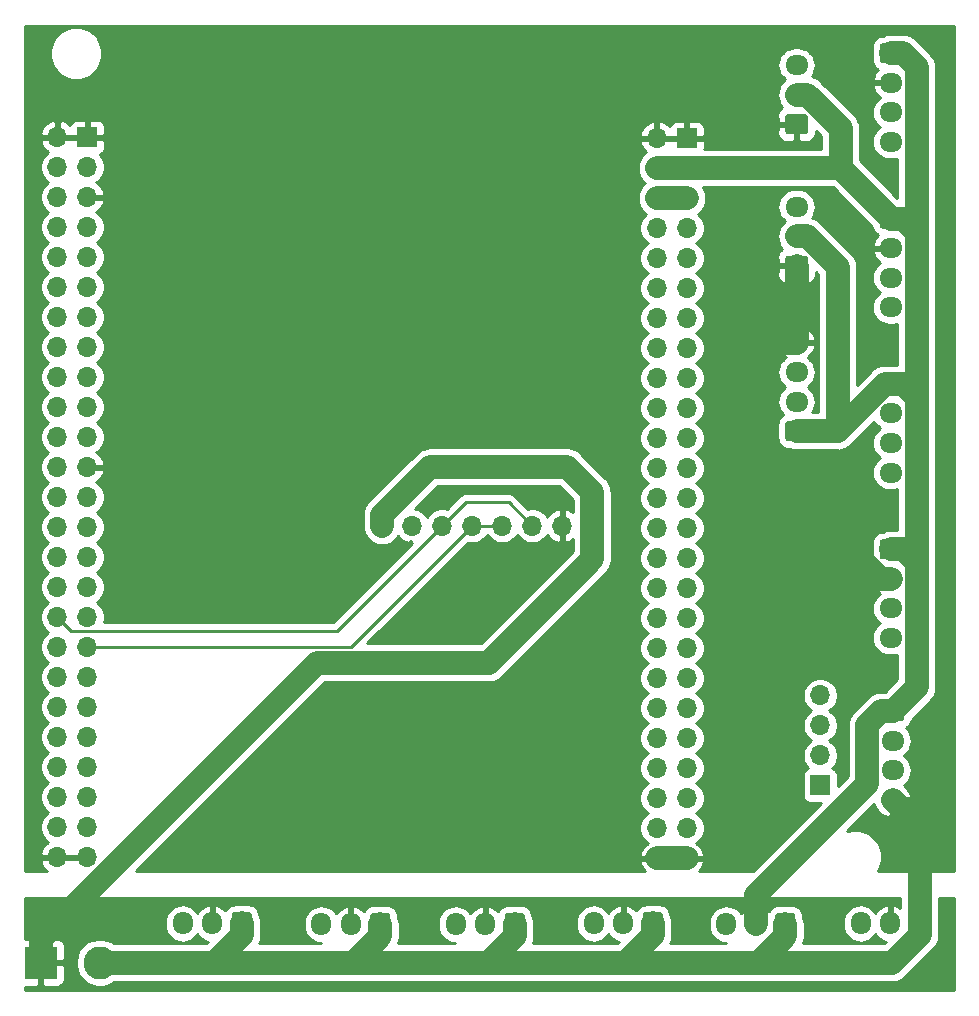
<source format=gbr>
%TF.GenerationSoftware,KiCad,Pcbnew,(5.1.10)-1*%
%TF.CreationDate,2022-05-23T20:21:22+03:00*%
%TF.ProjectId,SAUK-Y v1 STM32F4 Disc,5341554b-2d59-4207-9631-2053544d3332,rev?*%
%TF.SameCoordinates,Original*%
%TF.FileFunction,Copper,L2,Bot*%
%TF.FilePolarity,Positive*%
%FSLAX46Y46*%
G04 Gerber Fmt 4.6, Leading zero omitted, Abs format (unit mm)*
G04 Created by KiCad (PCBNEW (5.1.10)-1) date 2022-05-23 20:21:22*
%MOMM*%
%LPD*%
G01*
G04 APERTURE LIST*
%TA.AperFunction,ComponentPad*%
%ADD10O,1.950000X1.700000*%
%TD*%
%TA.AperFunction,ComponentPad*%
%ADD11O,1.700000X1.950000*%
%TD*%
%TA.AperFunction,ComponentPad*%
%ADD12C,2.800000*%
%TD*%
%TA.AperFunction,ComponentPad*%
%ADD13R,2.800000X2.800000*%
%TD*%
%TA.AperFunction,ComponentPad*%
%ADD14O,1.700000X1.700000*%
%TD*%
%TA.AperFunction,ComponentPad*%
%ADD15R,1.700000X1.700000*%
%TD*%
%TA.AperFunction,ViaPad*%
%ADD16C,0.800000*%
%TD*%
%TA.AperFunction,Conductor*%
%ADD17C,0.250000*%
%TD*%
%TA.AperFunction,Conductor*%
%ADD18C,2.000000*%
%TD*%
%TA.AperFunction,Conductor*%
%ADD19C,0.254000*%
%TD*%
%TA.AperFunction,Conductor*%
%ADD20C,0.100000*%
%TD*%
G04 APERTURE END LIST*
%TO.P,OP_MOT_2,1*%
%TO.N,GND_GDK_giris*%
%TA.AperFunction,ComponentPad*%
G36*
G01*
X239725000Y-83850000D02*
X238275000Y-83850000D01*
G75*
G02*
X238025000Y-83600000I0J250000D01*
G01*
X238025000Y-82400000D01*
G75*
G02*
X238275000Y-82150000I250000J0D01*
G01*
X239725000Y-82150000D01*
G75*
G02*
X239975000Y-82400000I0J-250000D01*
G01*
X239975000Y-83600000D01*
G75*
G02*
X239725000Y-83850000I-250000J0D01*
G01*
G37*
%TD.AperFunction*%
D10*
%TO.P,OP_MOT_2,2*%
%TO.N,+5V_GDK_giris*%
X239000000Y-80500000D03*
%TO.P,OP_MOT_2,3*%
%TO.N,TIM3_CH2*%
X239000000Y-78000000D03*
%TD*%
D11*
%TO.P,L_B1,3*%
%TO.N,TIM4_CH4*%
X187024000Y-138684000D03*
%TO.P,L_B1,2*%
%TO.N,+5V_GDK_giris*%
X189524000Y-138684000D03*
%TO.P,L_B1,1*%
%TO.N,GND_GDK_giris*%
%TA.AperFunction,ComponentPad*%
G36*
G01*
X192874000Y-137959000D02*
X192874000Y-139409000D01*
G75*
G02*
X192624000Y-139659000I-250000J0D01*
G01*
X191424000Y-139659000D01*
G75*
G02*
X191174000Y-139409000I0J250000D01*
G01*
X191174000Y-137959000D01*
G75*
G02*
X191424000Y-137709000I250000J0D01*
G01*
X192624000Y-137709000D01*
G75*
G02*
X192874000Y-137959000I0J-250000D01*
G01*
G37*
%TD.AperFunction*%
%TD*%
%TO.P,A02YYUW-4,1*%
%TO.N,+5V_GDK_giris*%
%TA.AperFunction,ComponentPad*%
G36*
G01*
X246275000Y-92150000D02*
X247725000Y-92150000D01*
G75*
G02*
X247975000Y-92400000I0J-250000D01*
G01*
X247975000Y-93600000D01*
G75*
G02*
X247725000Y-93850000I-250000J0D01*
G01*
X246275000Y-93850000D01*
G75*
G02*
X246025000Y-93600000I0J250000D01*
G01*
X246025000Y-92400000D01*
G75*
G02*
X246275000Y-92150000I250000J0D01*
G01*
G37*
%TD.AperFunction*%
D10*
%TO.P,A02YYUW-4,2*%
%TO.N,GND_GDK_giris*%
X247000000Y-95500000D03*
%TO.P,A02YYUW-4,3*%
%TO.N,UART5_RX*%
X247000000Y-98000000D03*
%TO.P,A02YYUW-4,4*%
%TO.N,UART5_TX*%
X247000000Y-100500000D03*
%TD*%
D12*
%TO.P,PWR1,2*%
%TO.N,GND_GDK_giris*%
X180000000Y-142000000D03*
D13*
%TO.P,PWR1,1*%
%TO.N,+5V_GDK_giris*%
X175000000Y-142000000D03*
%TD*%
D14*
%TO.P,D-SAG1,50*%
%TO.N,GND_GDK_giris*%
X227184000Y-133146000D03*
%TO.P,D-SAG1,49*%
X229724000Y-133146000D03*
%TO.P,D-SAG1,48*%
%TO.N,Net-(D-SAG1-Pad48)*%
X227184000Y-130606000D03*
%TO.P,D-SAG1,47*%
%TO.N,Net-(D-SAG1-Pad47)*%
X229724000Y-130606000D03*
%TO.P,D-SAG1,46*%
%TO.N,I2C3_SDA*%
X227184000Y-128066000D03*
%TO.P,D-SAG1,45*%
%TO.N,Net-(D-SAG1-Pad45)*%
X229724000Y-128066000D03*
%TO.P,D-SAG1,44*%
%TO.N,USART1_TX*%
X227184000Y-125526000D03*
%TO.P,D-SAG1,43*%
%TO.N,I2C3_SCL*%
X229724000Y-125526000D03*
%TO.P,D-SAG1,42*%
%TO.N,Net-(D-SAG1-Pad42)*%
X227184000Y-122986000D03*
%TO.P,D-SAG1,41*%
%TO.N,USART1_RX*%
X229724000Y-122986000D03*
%TO.P,D-SAG1,40*%
%TO.N,Net-(D-SAG1-Pad40)*%
X227184000Y-120446000D03*
%TO.P,D-SAG1,39*%
%TO.N,Net-(D-SAG1-Pad39)*%
X229724000Y-120446000D03*
%TO.P,D-SAG1,38*%
%TO.N,USART3_RX*%
X227184000Y-117906000D03*
%TO.P,D-SAG1,37*%
%TO.N,USART3_TX*%
X229724000Y-117906000D03*
%TO.P,D-SAG1,36*%
%TO.N,Net-(D-SAG1-Pad36)*%
X227184000Y-115366000D03*
%TO.P,D-SAG1,35*%
%TO.N,UART5_TX*%
X229724000Y-115366000D03*
%TO.P,D-SAG1,34*%
%TO.N,UART5_RX*%
X227184000Y-112826000D03*
%TO.P,D-SAG1,33*%
%TO.N,Net-(D-SAG1-Pad33)*%
X229724000Y-112826000D03*
%TO.P,D-SAG1,32*%
%TO.N,Net-(D-SAG1-Pad32)*%
X227184000Y-110286000D03*
%TO.P,D-SAG1,31*%
%TO.N,Net-(D-SAG1-Pad31)*%
X229724000Y-110286000D03*
%TO.P,D-SAG1,30*%
%TO.N,USART2_RX*%
X227184000Y-107746000D03*
%TO.P,D-SAG1,29*%
%TO.N,USART2_TX*%
X229724000Y-107746000D03*
%TO.P,D-SAG1,28*%
%TO.N,Net-(D-SAG1-Pad28)*%
X227184000Y-105206000D03*
%TO.P,D-SAG1,27*%
%TO.N,Net-(D-SAG1-Pad27)*%
X229724000Y-105206000D03*
%TO.P,D-SAG1,26*%
%TO.N,Net-(D-SAG1-Pad26)*%
X227184000Y-102666000D03*
%TO.P,D-SAG1,25*%
%TO.N,Net-(D-SAG1-Pad25)*%
X229724000Y-102666000D03*
%TO.P,D-SAG1,24*%
%TO.N,I2C1_SDA*%
X227184000Y-100126000D03*
%TO.P,D-SAG1,23*%
%TO.N,I2C1_SCL*%
X229724000Y-100126000D03*
%TO.P,D-SAG1,22*%
%TO.N,Net-(D-SAG1-Pad22)*%
X227184000Y-97586000D03*
%TO.P,D-SAG1,21*%
%TO.N,Net-(D-SAG1-Pad21)*%
X229724000Y-97586000D03*
%TO.P,D-SAG1,20*%
%TO.N,Net-(D-SAG1-Pad20)*%
X227184000Y-95046000D03*
%TO.P,D-SAG1,19*%
%TO.N,Net-(D-SAG1-Pad19)*%
X229724000Y-95046000D03*
%TO.P,D-SAG1,18*%
%TO.N,Net-(D-SAG1-Pad18)*%
X227184000Y-92506000D03*
%TO.P,D-SAG1,17*%
%TO.N,Net-(D-SAG1-Pad17)*%
X229724000Y-92506000D03*
%TO.P,D-SAG1,16*%
%TO.N,Net-(D-SAG1-Pad16)*%
X227184000Y-89966000D03*
%TO.P,D-SAG1,15*%
%TO.N,Net-(D-SAG1-Pad15)*%
X229724000Y-89966000D03*
%TO.P,D-SAG1,14*%
%TO.N,Net-(D-SAG1-Pad14)*%
X227184000Y-87426000D03*
%TO.P,D-SAG1,13*%
%TO.N,Net-(D-SAG1-Pad13)*%
X229724000Y-87426000D03*
%TO.P,D-SAG1,12*%
%TO.N,Net-(D-SAG1-Pad12)*%
X227184000Y-84886000D03*
%TO.P,D-SAG1,11*%
%TO.N,Net-(D-SAG1-Pad11)*%
X229724000Y-84886000D03*
%TO.P,D-SAG1,10*%
%TO.N,Net-(D-SAG1-Pad10)*%
X227184000Y-82346000D03*
%TO.P,D-SAG1,9*%
%TO.N,Net-(D-SAG1-Pad9)*%
X229724000Y-82346000D03*
%TO.P,D-SAG1,8*%
%TO.N,Net-(D-SAG1-Pad8)*%
X227184000Y-79806000D03*
%TO.P,D-SAG1,7*%
%TO.N,Net-(D-SAG1-Pad7)*%
X229724000Y-79806000D03*
%TO.P,D-SAG1,6*%
%TO.N,+3V0*%
X227184000Y-77266000D03*
%TO.P,D-SAG1,5*%
X229724000Y-77266000D03*
%TO.P,D-SAG1,4*%
%TO.N,+5V_GDK_giris*%
X227184000Y-74726000D03*
%TO.P,D-SAG1,3*%
X229724000Y-74726000D03*
%TO.P,D-SAG1,2*%
%TO.N,GND_GDK_giris*%
X227184000Y-72186000D03*
D15*
%TO.P,D-SAG1,1*%
X229724000Y-72186000D03*
%TD*%
D14*
%TO.P,D-SOL1,50*%
%TO.N,GND_GDK_giris*%
X176424000Y-133066000D03*
%TO.P,D-SOL1,49*%
X178964000Y-133066000D03*
%TO.P,D-SOL1,48*%
%TO.N,Net-(D-SOL1-Pad48)*%
X176424000Y-130526000D03*
%TO.P,D-SOL1,47*%
%TO.N,TIM4_CH4*%
X178964000Y-130526000D03*
%TO.P,D-SOL1,46*%
%TO.N,TIM4_CH3*%
X176424000Y-127986000D03*
%TO.P,D-SOL1,45*%
%TO.N,TIM4_CH2*%
X178964000Y-127986000D03*
%TO.P,D-SOL1,44*%
%TO.N,TIM4_CH1*%
X176424000Y-125446000D03*
%TO.P,D-SOL1,43*%
%TO.N,Net-(D-SOL1-Pad43)*%
X178964000Y-125446000D03*
%TO.P,D-SOL1,42*%
%TO.N,Net-(D-SOL1-Pad42)*%
X176424000Y-122906000D03*
%TO.P,D-SOL1,41*%
%TO.N,Net-(D-SOL1-Pad41)*%
X178964000Y-122906000D03*
%TO.P,D-SOL1,40*%
%TO.N,Net-(D-SOL1-Pad40)*%
X176424000Y-120366000D03*
%TO.P,D-SOL1,39*%
%TO.N,Net-(D-SOL1-Pad39)*%
X178964000Y-120366000D03*
%TO.P,D-SOL1,38*%
%TO.N,Net-(D-SOL1-Pad38)*%
X176424000Y-117826000D03*
%TO.P,D-SOL1,37*%
%TO.N,Net-(D-SOL1-Pad37)*%
X178964000Y-117826000D03*
%TO.P,D-SOL1,36*%
%TO.N,Net-(D-SOL1-Pad36)*%
X176424000Y-115286000D03*
%TO.P,D-SOL1,35*%
%TO.N,I2C2_SDA*%
X178964000Y-115286000D03*
%TO.P,D-SOL1,34*%
%TO.N,I2C2_SCL*%
X176424000Y-112746000D03*
%TO.P,D-SOL1,33*%
%TO.N,Net-(D-SOL1-Pad33)*%
X178964000Y-112746000D03*
%TO.P,D-SOL1,32*%
%TO.N,Net-(D-SOL1-Pad32)*%
X176424000Y-110206000D03*
%TO.P,D-SOL1,31*%
%TO.N,Net-(D-SOL1-Pad31)*%
X178964000Y-110206000D03*
%TO.P,D-SOL1,30*%
%TO.N,Net-(D-SOL1-Pad30)*%
X176424000Y-107666000D03*
%TO.P,D-SOL1,29*%
%TO.N,Net-(D-SOL1-Pad29)*%
X178964000Y-107666000D03*
%TO.P,D-SOL1,28*%
%TO.N,Net-(D-SOL1-Pad28)*%
X176424000Y-105126000D03*
%TO.P,D-SOL1,27*%
%TO.N,Net-(D-SOL1-Pad27)*%
X178964000Y-105126000D03*
%TO.P,D-SOL1,26*%
%TO.N,Net-(D-SOL1-Pad26)*%
X176424000Y-102586000D03*
%TO.P,D-SOL1,25*%
%TO.N,Net-(D-SOL1-Pad25)*%
X178964000Y-102586000D03*
%TO.P,D-SOL1,24*%
%TO.N,Net-(D-SOL1-Pad24)*%
X176424000Y-100046000D03*
%TO.P,D-SOL1,23*%
%TO.N,GND_GDK_giris*%
X178964000Y-100046000D03*
%TO.P,D-SOL1,22*%
%TO.N,TIM3_CH3*%
X176424000Y-97506000D03*
%TO.P,D-SOL1,21*%
%TO.N,TIM3_CH4*%
X178964000Y-97506000D03*
%TO.P,D-SOL1,20*%
%TO.N,Net-(D-SOL1-Pad20)*%
X176424000Y-94966000D03*
%TO.P,D-SOL1,19*%
%TO.N,Net-(D-SOL1-Pad19)*%
X178964000Y-94966000D03*
%TO.P,D-SOL1,18*%
%TO.N,TIM3_CH1*%
X176424000Y-92426000D03*
%TO.P,D-SOL1,17*%
%TO.N,TIM3_CH2*%
X178964000Y-92426000D03*
%TO.P,D-SOL1,16*%
%TO.N,Net-(D-SOL1-Pad16)*%
X176424000Y-89886000D03*
%TO.P,D-SOL1,15*%
%TO.N,Net-(D-SOL1-Pad15)*%
X178964000Y-89886000D03*
%TO.P,D-SOL1,14*%
%TO.N,Net-(D-SOL1-Pad14)*%
X176424000Y-87346000D03*
%TO.P,D-SOL1,13*%
%TO.N,Net-(D-SOL1-Pad13)*%
X178964000Y-87346000D03*
%TO.P,D-SOL1,12*%
%TO.N,UART4_TX*%
X176424000Y-84806000D03*
%TO.P,D-SOL1,11*%
%TO.N,UART4_RX*%
X178964000Y-84806000D03*
%TO.P,D-SOL1,10*%
%TO.N,Net-(D-SOL1-Pad10)*%
X176424000Y-82266000D03*
%TO.P,D-SOL1,9*%
%TO.N,Net-(D-SOL1-Pad9)*%
X178964000Y-82266000D03*
%TO.P,D-SOL1,8*%
%TO.N,Net-(D-SOL1-Pad8)*%
X176424000Y-79726000D03*
%TO.P,D-SOL1,7*%
%TO.N,Net-(D-SOL1-Pad7)*%
X178964000Y-79726000D03*
%TO.P,D-SOL1,6*%
%TO.N,Net-(D-SOL1-Pad6)*%
X176424000Y-77186000D03*
%TO.P,D-SOL1,5*%
%TO.N,GND_GDK_giris*%
X178964000Y-77186000D03*
%TO.P,D-SOL1,4*%
%TO.N,Net-(D-SOL1-Pad4)*%
X176424000Y-74646000D03*
%TO.P,D-SOL1,3*%
%TO.N,Net-(D-SOL1-Pad3)*%
X178964000Y-74646000D03*
%TO.P,D-SOL1,2*%
%TO.N,GND_GDK_giris*%
X176424000Y-72106000D03*
D15*
%TO.P,D-SOL1,1*%
X178964000Y-72106000D03*
%TD*%
D10*
%TO.P,M300,4*%
%TO.N,GND_GDK_giris*%
X247142000Y-128214000D03*
%TO.P,M300,3*%
%TO.N,I2C3_SDA*%
X247142000Y-125714000D03*
%TO.P,M300,2*%
%TO.N,I2C3_SCL*%
X247142000Y-123214000D03*
%TO.P,M300,1*%
%TO.N,+5V_GDK_giris*%
%TA.AperFunction,ComponentPad*%
G36*
G01*
X246417000Y-119864000D02*
X247867000Y-119864000D01*
G75*
G02*
X248117000Y-120114000I0J-250000D01*
G01*
X248117000Y-121314000D01*
G75*
G02*
X247867000Y-121564000I-250000J0D01*
G01*
X246417000Y-121564000D01*
G75*
G02*
X246167000Y-121314000I0J250000D01*
G01*
X246167000Y-120114000D01*
G75*
G02*
X246417000Y-119864000I250000J0D01*
G01*
G37*
%TD.AperFunction*%
%TD*%
%TO.P,A02YYUW-3,4*%
%TO.N,UART4_TX*%
X247000000Y-72500000D03*
%TO.P,A02YYUW-3,3*%
%TO.N,UART4_RX*%
X247000000Y-70000000D03*
%TO.P,A02YYUW-3,2*%
%TO.N,GND_GDK_giris*%
X247000000Y-67500000D03*
%TO.P,A02YYUW-3,1*%
%TO.N,+5V_GDK_giris*%
%TA.AperFunction,ComponentPad*%
G36*
G01*
X246275000Y-64150000D02*
X247725000Y-64150000D01*
G75*
G02*
X247975000Y-64400000I0J-250000D01*
G01*
X247975000Y-65600000D01*
G75*
G02*
X247725000Y-65850000I-250000J0D01*
G01*
X246275000Y-65850000D01*
G75*
G02*
X246025000Y-65600000I0J250000D01*
G01*
X246025000Y-64400000D01*
G75*
G02*
X246275000Y-64150000I250000J0D01*
G01*
G37*
%TD.AperFunction*%
%TD*%
D11*
%TO.P,L_V1,3*%
%TO.N,TIM4_CH3*%
X198766000Y-138754000D03*
%TO.P,L_V1,2*%
%TO.N,+5V_GDK_giris*%
X201266000Y-138754000D03*
%TO.P,L_V1,1*%
%TO.N,GND_GDK_giris*%
%TA.AperFunction,ComponentPad*%
G36*
G01*
X204616000Y-138029000D02*
X204616000Y-139479000D01*
G75*
G02*
X204366000Y-139729000I-250000J0D01*
G01*
X203166000Y-139729000D01*
G75*
G02*
X202916000Y-139479000I0J250000D01*
G01*
X202916000Y-138029000D01*
G75*
G02*
X203166000Y-137779000I250000J0D01*
G01*
X204366000Y-137779000D01*
G75*
G02*
X204616000Y-138029000I0J-250000D01*
G01*
G37*
%TD.AperFunction*%
%TD*%
D10*
%TO.P,A02YYUW-2,4*%
%TO.N,USART3_TX*%
X247000000Y-114500000D03*
%TO.P,A02YYUW-2,3*%
%TO.N,USART3_RX*%
X247000000Y-112000000D03*
%TO.P,A02YYUW-2,2*%
%TO.N,GND_GDK_giris*%
X247000000Y-109500000D03*
%TO.P,A02YYUW-2,1*%
%TO.N,+5V_GDK_giris*%
%TA.AperFunction,ComponentPad*%
G36*
G01*
X246275000Y-106150000D02*
X247725000Y-106150000D01*
G75*
G02*
X247975000Y-106400000I0J-250000D01*
G01*
X247975000Y-107600000D01*
G75*
G02*
X247725000Y-107850000I-250000J0D01*
G01*
X246275000Y-107850000D01*
G75*
G02*
X246025000Y-107600000I0J250000D01*
G01*
X246025000Y-106400000D01*
G75*
G02*
X246275000Y-106150000I250000J0D01*
G01*
G37*
%TD.AperFunction*%
%TD*%
%TO.P,A02YYUW-1,4*%
%TO.N,USART2_TX*%
X247000000Y-86500000D03*
%TO.P,A02YYUW-1,3*%
%TO.N,USART2_RX*%
X247000000Y-84000000D03*
%TO.P,A02YYUW-1,2*%
%TO.N,GND_GDK_giris*%
X247000000Y-81500000D03*
%TO.P,A02YYUW-1,1*%
%TO.N,+5V_GDK_giris*%
%TA.AperFunction,ComponentPad*%
G36*
G01*
X246275000Y-78150000D02*
X247725000Y-78150000D01*
G75*
G02*
X247975000Y-78400000I0J-250000D01*
G01*
X247975000Y-79600000D01*
G75*
G02*
X247725000Y-79850000I-250000J0D01*
G01*
X246275000Y-79850000D01*
G75*
G02*
X246025000Y-79600000I0J250000D01*
G01*
X246025000Y-78400000D01*
G75*
G02*
X246275000Y-78150000I250000J0D01*
G01*
G37*
%TD.AperFunction*%
%TD*%
D11*
%TO.P,L_F1,3*%
%TO.N,TIM4_CH2*%
X210138000Y-138754000D03*
%TO.P,L_F1,2*%
%TO.N,+5V_GDK_giris*%
X212638000Y-138754000D03*
%TO.P,L_F1,1*%
%TO.N,GND_GDK_giris*%
%TA.AperFunction,ComponentPad*%
G36*
G01*
X215988000Y-138029000D02*
X215988000Y-139479000D01*
G75*
G02*
X215738000Y-139729000I-250000J0D01*
G01*
X214538000Y-139729000D01*
G75*
G02*
X214288000Y-139479000I0J250000D01*
G01*
X214288000Y-138029000D01*
G75*
G02*
X214538000Y-137779000I250000J0D01*
G01*
X215738000Y-137779000D01*
G75*
G02*
X215988000Y-138029000I0J-250000D01*
G01*
G37*
%TD.AperFunction*%
%TD*%
%TO.P,R_F1,3*%
%TO.N,TIM4_CH1*%
X221822000Y-138684000D03*
%TO.P,R_F1,2*%
%TO.N,+5V_GDK_giris*%
X224322000Y-138684000D03*
%TO.P,R_F1,1*%
%TO.N,GND_GDK_giris*%
%TA.AperFunction,ComponentPad*%
G36*
G01*
X227672000Y-137959000D02*
X227672000Y-139409000D01*
G75*
G02*
X227422000Y-139659000I-250000J0D01*
G01*
X226222000Y-139659000D01*
G75*
G02*
X225972000Y-139409000I0J250000D01*
G01*
X225972000Y-137959000D01*
G75*
G02*
X226222000Y-137709000I250000J0D01*
G01*
X227422000Y-137709000D01*
G75*
G02*
X227672000Y-137959000I0J-250000D01*
G01*
G37*
%TD.AperFunction*%
%TD*%
%TO.P,R_V1,3*%
%TO.N,TIM3_CH4*%
X233056000Y-138754000D03*
%TO.P,R_V1,2*%
%TO.N,+5V_GDK_giris*%
X235556000Y-138754000D03*
%TO.P,R_V1,1*%
%TO.N,GND_GDK_giris*%
%TA.AperFunction,ComponentPad*%
G36*
G01*
X238906000Y-138029000D02*
X238906000Y-139479000D01*
G75*
G02*
X238656000Y-139729000I-250000J0D01*
G01*
X237456000Y-139729000D01*
G75*
G02*
X237206000Y-139479000I0J250000D01*
G01*
X237206000Y-138029000D01*
G75*
G02*
X237456000Y-137779000I250000J0D01*
G01*
X238656000Y-137779000D01*
G75*
G02*
X238906000Y-138029000I0J-250000D01*
G01*
G37*
%TD.AperFunction*%
%TD*%
%TO.P,R_B1,3*%
%TO.N,TIM3_CH3*%
X244428000Y-138684000D03*
%TO.P,R_B1,2*%
%TO.N,+5V_GDK_giris*%
X246928000Y-138684000D03*
%TO.P,R_B1,1*%
%TO.N,GND_GDK_giris*%
%TA.AperFunction,ComponentPad*%
G36*
G01*
X250278000Y-137959000D02*
X250278000Y-139409000D01*
G75*
G02*
X250028000Y-139659000I-250000J0D01*
G01*
X248828000Y-139659000D01*
G75*
G02*
X248578000Y-139409000I0J250000D01*
G01*
X248578000Y-137959000D01*
G75*
G02*
X248828000Y-137709000I250000J0D01*
G01*
X250028000Y-137709000D01*
G75*
G02*
X250278000Y-137959000I0J-250000D01*
G01*
G37*
%TD.AperFunction*%
%TD*%
%TO.P,OPS-I2C1,1*%
%TO.N,+5V_GDK_giris*%
%TA.AperFunction,ComponentPad*%
G36*
G01*
X239725000Y-97850000D02*
X238275000Y-97850000D01*
G75*
G02*
X238025000Y-97600000I0J250000D01*
G01*
X238025000Y-96400000D01*
G75*
G02*
X238275000Y-96150000I250000J0D01*
G01*
X239725000Y-96150000D01*
G75*
G02*
X239975000Y-96400000I0J-250000D01*
G01*
X239975000Y-97600000D01*
G75*
G02*
X239725000Y-97850000I-250000J0D01*
G01*
G37*
%TD.AperFunction*%
D10*
%TO.P,OPS-I2C1,2*%
%TO.N,I2C1_SCL*%
X239000000Y-94500000D03*
%TO.P,OPS-I2C1,3*%
%TO.N,I2C1_SDA*%
X239000000Y-92000000D03*
%TO.P,OPS-I2C1,4*%
%TO.N,GND_GDK_giris*%
X239000000Y-89500000D03*
%TD*%
%TO.P,OP_MOT_1,3*%
%TO.N,TIM3_CH1*%
X239000000Y-66000000D03*
%TO.P,OP_MOT_1,2*%
%TO.N,+5V_GDK_giris*%
X239000000Y-68500000D03*
%TO.P,OP_MOT_1,1*%
%TO.N,GND_GDK_giris*%
%TA.AperFunction,ComponentPad*%
G36*
G01*
X239725000Y-71850000D02*
X238275000Y-71850000D01*
G75*
G02*
X238025000Y-71600000I0J250000D01*
G01*
X238025000Y-70400000D01*
G75*
G02*
X238275000Y-70150000I250000J0D01*
G01*
X239725000Y-70150000D01*
G75*
G02*
X239975000Y-70400000I0J-250000D01*
G01*
X239975000Y-71600000D01*
G75*
G02*
X239725000Y-71850000I-250000J0D01*
G01*
G37*
%TD.AperFunction*%
%TD*%
D15*
%TO.P,TTL1,1*%
%TO.N,Net-(TTL1-Pad1)*%
X241000000Y-127000000D03*
D14*
%TO.P,TTL1,2*%
%TO.N,USART1_TX*%
X241000000Y-124460000D03*
%TO.P,TTL1,3*%
%TO.N,USART1_RX*%
X241000000Y-121920000D03*
%TO.P,TTL1,4*%
%TO.N,Net-(TTL1-Pad4)*%
X241000000Y-119380000D03*
%TD*%
D15*
%TO.P,MPU1,1*%
%TO.N,+5V_GDK_giris*%
X221700000Y-105000000D03*
D14*
%TO.P,MPU1,2*%
%TO.N,GND_GDK_giris*%
X219160000Y-105000000D03*
%TO.P,MPU1,3*%
%TO.N,I2C2_SCL*%
X216620000Y-105000000D03*
%TO.P,MPU1,4*%
%TO.N,I2C2_SDA*%
X214080000Y-105000000D03*
%TO.P,MPU1,5*%
X211540000Y-105000000D03*
%TO.P,MPU1,6*%
%TO.N,I2C2_SCL*%
X209000000Y-105000000D03*
%TO.P,MPU1,7*%
%TO.N,GND_GDK_giris*%
X206460000Y-105000000D03*
%TO.P,MPU1,8*%
%TO.N,+5V_GDK_giris*%
X203920000Y-105000000D03*
%TD*%
D16*
%TO.N,GND_GDK_giris*%
X190000000Y-80000000D03*
X190000000Y-90000000D03*
X190000000Y-100000000D03*
X200000000Y-110000000D03*
X190000000Y-110000000D03*
X200000000Y-100000000D03*
X200000000Y-90000000D03*
X200000000Y-80000000D03*
X210000000Y-80000000D03*
X210000000Y-90000000D03*
X238000000Y-116000000D03*
%TD*%
D17*
%TO.N,I2C2_SCL*%
X200078999Y-113921001D02*
X209000000Y-105000000D01*
X177599001Y-113921001D02*
X200078999Y-113921001D01*
X176424000Y-112746000D02*
X177599001Y-113921001D01*
X214620000Y-103000000D02*
X216620000Y-105000000D01*
X211000000Y-103000000D02*
X214620000Y-103000000D01*
X209000000Y-105000000D02*
X211000000Y-103000000D01*
%TO.N,I2C2_SDA*%
X201254000Y-115286000D02*
X211540000Y-105000000D01*
X178964000Y-115286000D02*
X201254000Y-115286000D01*
X211540000Y-105000000D02*
X214080000Y-105000000D01*
D18*
%TO.N,+3V0*%
X227184000Y-77266000D02*
X229724000Y-77266000D01*
%TO.N,GND_GDK_giris*%
X192024000Y-139659000D02*
X192024000Y-138684000D01*
X189683000Y-142000000D02*
X192024000Y-139659000D01*
X180000000Y-142000000D02*
X189683000Y-142000000D01*
X203766000Y-139729000D02*
X203766000Y-138754000D01*
X201495000Y-142000000D02*
X203766000Y-139729000D01*
X189683000Y-142000000D02*
X201495000Y-142000000D01*
X215138000Y-139729000D02*
X215138000Y-138754000D01*
X212867000Y-142000000D02*
X215138000Y-139729000D01*
X201495000Y-142000000D02*
X212867000Y-142000000D01*
X226822000Y-139659000D02*
X226822000Y-138684000D01*
X224481000Y-142000000D02*
X226822000Y-139659000D01*
X238056000Y-139729000D02*
X238056000Y-138754000D01*
X235785000Y-142000000D02*
X238056000Y-139729000D01*
X224481000Y-142000000D02*
X235785000Y-142000000D01*
X249428000Y-139659000D02*
X249428000Y-138684000D01*
X247087000Y-142000000D02*
X249428000Y-139659000D01*
X235785000Y-142000000D02*
X247087000Y-142000000D01*
X249428000Y-130500000D02*
X249428000Y-138684000D01*
X247142000Y-128214000D02*
X249428000Y-130500000D01*
X229724000Y-133146000D02*
X227184000Y-133146000D01*
X239000000Y-89500000D02*
X239000000Y-83000000D01*
X236025000Y-89500000D02*
X235000000Y-90525000D01*
X239000000Y-89500000D02*
X236025000Y-89500000D01*
X235000000Y-98375626D02*
X246124374Y-109500000D01*
X246124374Y-109500000D02*
X246975000Y-109500000D01*
X235000000Y-90525000D02*
X235000000Y-98375626D01*
X212867000Y-142000000D02*
X219000000Y-142000000D01*
X219000000Y-142000000D02*
X224481000Y-142000000D01*
%TO.N,+5V_GDK_giris*%
X212938990Y-116611010D02*
X221700000Y-107850000D01*
X198388990Y-116611010D02*
X212938990Y-116611010D01*
X175000000Y-140000000D02*
X198388990Y-116611010D01*
X221700000Y-107850000D02*
X221700000Y-105000000D01*
X175000000Y-142000000D02*
X175000000Y-140000000D01*
X221700000Y-102150000D02*
X219550000Y-100000000D01*
X221700000Y-105000000D02*
X221700000Y-102150000D01*
X219550000Y-100000000D02*
X208000000Y-100000000D01*
X203920000Y-104080000D02*
X203920000Y-105000000D01*
X208000000Y-100000000D02*
X203920000Y-104080000D01*
X249175010Y-118680990D02*
X247142000Y-120714000D01*
X249175010Y-108200010D02*
X249175010Y-118680990D01*
X247975000Y-107000000D02*
X249175010Y-108200010D01*
X247000000Y-107000000D02*
X247975000Y-107000000D01*
X247975000Y-93000000D02*
X247000000Y-93000000D01*
X249175010Y-94200010D02*
X247975000Y-93000000D01*
X249175010Y-108200010D02*
X249175010Y-94200010D01*
X247975000Y-79000000D02*
X247000000Y-79000000D01*
X249175010Y-80200010D02*
X247975000Y-79000000D01*
X249175010Y-94200010D02*
X249175010Y-80200010D01*
X247975000Y-65000000D02*
X247000000Y-65000000D01*
X249175010Y-66200010D02*
X247975000Y-65000000D01*
X249175010Y-80200010D02*
X249175010Y-66200010D01*
X247000000Y-79000000D02*
X242726000Y-74726000D01*
X229724000Y-74726000D02*
X227184000Y-74726000D01*
X242726000Y-74726000D02*
X233726000Y-74726000D01*
X233726000Y-74726000D02*
X229724000Y-74726000D01*
X246475849Y-93000000D02*
X247000000Y-93000000D01*
X242475849Y-97000000D02*
X246475849Y-93000000D01*
X239000000Y-97000000D02*
X242475849Y-97000000D01*
X242475849Y-83100223D02*
X242475849Y-97000000D01*
X239875626Y-80500000D02*
X242475849Y-83100223D01*
X239000000Y-80500000D02*
X239875626Y-80500000D01*
X242726000Y-71350374D02*
X242726000Y-74726000D01*
X239875626Y-68500000D02*
X242726000Y-71350374D01*
X239000000Y-68500000D02*
X239875626Y-68500000D01*
X246167000Y-120714000D02*
X247142000Y-120714000D01*
X244966990Y-121914010D02*
X246167000Y-120714000D01*
X244966990Y-126893012D02*
X244966990Y-121914010D01*
X235556000Y-136304002D02*
X244966990Y-126893012D01*
X235556000Y-138754000D02*
X235556000Y-136304002D01*
%TD*%
D19*
%TO.N,GND_GDK_giris*%
X252340001Y-134239000D02*
X245860138Y-134239000D01*
X245980631Y-134058669D01*
X246149110Y-133651925D01*
X246235000Y-133220128D01*
X246235000Y-132779872D01*
X246149110Y-132348075D01*
X245980631Y-131941331D01*
X245736038Y-131575271D01*
X245424729Y-131263962D01*
X245058669Y-131019369D01*
X244651925Y-130850890D01*
X244220128Y-130765000D01*
X243779872Y-130765000D01*
X243348075Y-130850890D01*
X243302455Y-130869786D01*
X245582225Y-128590017D01*
X245667648Y-128833858D01*
X245814504Y-129085193D01*
X246007571Y-129303049D01*
X246239430Y-129479053D01*
X246501170Y-129606442D01*
X246782733Y-129680320D01*
X247015000Y-129540165D01*
X247015000Y-128341000D01*
X247269000Y-128341000D01*
X247269000Y-129540165D01*
X247501267Y-129680320D01*
X247782830Y-129606442D01*
X248044570Y-129479053D01*
X248276429Y-129303049D01*
X248469496Y-129085193D01*
X248616352Y-128833858D01*
X248708476Y-128570890D01*
X248587155Y-128341000D01*
X247269000Y-128341000D01*
X247015000Y-128341000D01*
X246995000Y-128341000D01*
X246995000Y-128087000D01*
X247015000Y-128087000D01*
X247015000Y-128067000D01*
X247269000Y-128067000D01*
X247269000Y-128087000D01*
X248587155Y-128087000D01*
X248708476Y-127857110D01*
X248616352Y-127594142D01*
X248469496Y-127342807D01*
X248276429Y-127124951D01*
X248070278Y-126968462D01*
X248096014Y-126954706D01*
X248322134Y-126769134D01*
X248507706Y-126543014D01*
X248645599Y-126285034D01*
X248730513Y-126005111D01*
X248759185Y-125714000D01*
X248730513Y-125422889D01*
X248645599Y-125142966D01*
X248507706Y-124884986D01*
X248322134Y-124658866D01*
X248096014Y-124473294D01*
X248078626Y-124464000D01*
X248096014Y-124454706D01*
X248322134Y-124269134D01*
X248507706Y-124043014D01*
X248645599Y-123785034D01*
X248730513Y-123505111D01*
X248759185Y-123214000D01*
X248730513Y-122922889D01*
X248645599Y-122642966D01*
X248507706Y-122384986D01*
X248322134Y-122158866D01*
X248258663Y-122106777D01*
X248360386Y-122052405D01*
X248494962Y-121941962D01*
X248605405Y-121807386D01*
X248687472Y-121653850D01*
X248738008Y-121487254D01*
X248744238Y-121424000D01*
X250274328Y-119893910D01*
X250336724Y-119842704D01*
X250541041Y-119593742D01*
X250692862Y-119309705D01*
X250786353Y-119001506D01*
X250810010Y-118761312D01*
X250810010Y-118761310D01*
X250817921Y-118680991D01*
X250810010Y-118600671D01*
X250810010Y-108280329D01*
X250817921Y-108200009D01*
X250810010Y-108119688D01*
X250810010Y-94280329D01*
X250817921Y-94200009D01*
X250810010Y-94119688D01*
X250810010Y-80280329D01*
X250817921Y-80200009D01*
X250810010Y-80119688D01*
X250810010Y-66280329D01*
X250817921Y-66200009D01*
X250801539Y-66033680D01*
X250786353Y-65879494D01*
X250692862Y-65571295D01*
X250541041Y-65287258D01*
X250336724Y-65038296D01*
X250274328Y-64987089D01*
X249187924Y-63900686D01*
X249136714Y-63838286D01*
X248887752Y-63633969D01*
X248603715Y-63482148D01*
X248295516Y-63388657D01*
X248055322Y-63365000D01*
X248055319Y-63365000D01*
X247975000Y-63357089D01*
X247894681Y-63365000D01*
X246919678Y-63365000D01*
X246679484Y-63388657D01*
X246371285Y-63482148D01*
X246315571Y-63511928D01*
X246275000Y-63511928D01*
X246101746Y-63528992D01*
X245935150Y-63579528D01*
X245781614Y-63661595D01*
X245647038Y-63772038D01*
X245536595Y-63906614D01*
X245454528Y-64060150D01*
X245403992Y-64226746D01*
X245386928Y-64400000D01*
X245386928Y-64697039D01*
X245357089Y-65000000D01*
X245386928Y-65302961D01*
X245386928Y-65600000D01*
X245403992Y-65773254D01*
X245454528Y-65939850D01*
X245536595Y-66093386D01*
X245647038Y-66227962D01*
X245781614Y-66338405D01*
X245886961Y-66394714D01*
X245865571Y-66410951D01*
X245672504Y-66628807D01*
X245525648Y-66880142D01*
X245433524Y-67143110D01*
X245554845Y-67373000D01*
X246873000Y-67373000D01*
X246873000Y-67353000D01*
X247127000Y-67353000D01*
X247127000Y-67373000D01*
X247147000Y-67373000D01*
X247147000Y-67627000D01*
X247127000Y-67627000D01*
X247127000Y-67647000D01*
X246873000Y-67647000D01*
X246873000Y-67627000D01*
X245554845Y-67627000D01*
X245433524Y-67856890D01*
X245525648Y-68119858D01*
X245672504Y-68371193D01*
X245865571Y-68589049D01*
X246071722Y-68745538D01*
X246045986Y-68759294D01*
X245819866Y-68944866D01*
X245634294Y-69170986D01*
X245496401Y-69428966D01*
X245411487Y-69708889D01*
X245382815Y-70000000D01*
X245411487Y-70291111D01*
X245496401Y-70571034D01*
X245634294Y-70829014D01*
X245819866Y-71055134D01*
X246045986Y-71240706D01*
X246063374Y-71250000D01*
X246045986Y-71259294D01*
X245819866Y-71444866D01*
X245634294Y-71670986D01*
X245496401Y-71928966D01*
X245411487Y-72208889D01*
X245382815Y-72500000D01*
X245411487Y-72791111D01*
X245496401Y-73071034D01*
X245634294Y-73329014D01*
X245819866Y-73555134D01*
X246045986Y-73740706D01*
X246303966Y-73878599D01*
X246583889Y-73963513D01*
X246802050Y-73985000D01*
X247197950Y-73985000D01*
X247416111Y-73963513D01*
X247540010Y-73925928D01*
X247540010Y-77227771D01*
X244361000Y-74048762D01*
X244361000Y-71430696D01*
X244368911Y-71350374D01*
X244337343Y-71029857D01*
X244243852Y-70721659D01*
X244237721Y-70710188D01*
X244092031Y-70437622D01*
X243887714Y-70188660D01*
X243825325Y-70137459D01*
X241088550Y-67400686D01*
X241037340Y-67338286D01*
X240788378Y-67133969D01*
X240504341Y-66982148D01*
X240292716Y-66917952D01*
X240365706Y-66829014D01*
X240503599Y-66571034D01*
X240588513Y-66291111D01*
X240617185Y-66000000D01*
X240588513Y-65708889D01*
X240503599Y-65428966D01*
X240365706Y-65170986D01*
X240180134Y-64944866D01*
X239954014Y-64759294D01*
X239696034Y-64621401D01*
X239416111Y-64536487D01*
X239197950Y-64515000D01*
X238802050Y-64515000D01*
X238583889Y-64536487D01*
X238303966Y-64621401D01*
X238045986Y-64759294D01*
X237819866Y-64944866D01*
X237634294Y-65170986D01*
X237496401Y-65428966D01*
X237411487Y-65708889D01*
X237382815Y-66000000D01*
X237411487Y-66291111D01*
X237496401Y-66571034D01*
X237634294Y-66829014D01*
X237819866Y-67055134D01*
X238001587Y-67204269D01*
X237838286Y-67338286D01*
X237633969Y-67587248D01*
X237482148Y-67871285D01*
X237388657Y-68179484D01*
X237357089Y-68500000D01*
X237388657Y-68820516D01*
X237482148Y-69128715D01*
X237633969Y-69412752D01*
X237763026Y-69570009D01*
X237670506Y-69619463D01*
X237573815Y-69698815D01*
X237494463Y-69795506D01*
X237435498Y-69905820D01*
X237399188Y-70025518D01*
X237386928Y-70150000D01*
X237390000Y-70714250D01*
X237548750Y-70873000D01*
X238873000Y-70873000D01*
X238873000Y-70853000D01*
X239127000Y-70853000D01*
X239127000Y-70873000D01*
X239147000Y-70873000D01*
X239147000Y-71127000D01*
X239127000Y-71127000D01*
X239127000Y-72326250D01*
X239285750Y-72485000D01*
X239975000Y-72488072D01*
X240099482Y-72475812D01*
X240219180Y-72439502D01*
X240329494Y-72380537D01*
X240426185Y-72301185D01*
X240505537Y-72204494D01*
X240564502Y-72094180D01*
X240600812Y-71974482D01*
X240613072Y-71850000D01*
X240611428Y-71548041D01*
X241091000Y-72027614D01*
X241091001Y-73091000D01*
X231206655Y-73091000D01*
X231212072Y-73036000D01*
X231209000Y-72471750D01*
X231050250Y-72313000D01*
X229851000Y-72313000D01*
X229851000Y-72333000D01*
X229597000Y-72333000D01*
X229597000Y-72313000D01*
X227311000Y-72313000D01*
X227311000Y-72333000D01*
X227057000Y-72333000D01*
X227057000Y-72313000D01*
X225863845Y-72313000D01*
X225742524Y-72542890D01*
X225787175Y-72690099D01*
X225912359Y-72952920D01*
X226086412Y-73186269D01*
X226276187Y-73357329D01*
X226271248Y-73359969D01*
X226022286Y-73564286D01*
X225817969Y-73813248D01*
X225666148Y-74097285D01*
X225572657Y-74405484D01*
X225541089Y-74726000D01*
X225572657Y-75046516D01*
X225666148Y-75354715D01*
X225817969Y-75638752D01*
X226022286Y-75887714D01*
X226154233Y-75996000D01*
X226022286Y-76104286D01*
X225817969Y-76353248D01*
X225666148Y-76637285D01*
X225572657Y-76945484D01*
X225541089Y-77266000D01*
X225572657Y-77586516D01*
X225666148Y-77894715D01*
X225817969Y-78178752D01*
X226022286Y-78427714D01*
X226269808Y-78630849D01*
X226237368Y-78652525D01*
X226030525Y-78859368D01*
X225868010Y-79102589D01*
X225756068Y-79372842D01*
X225699000Y-79659740D01*
X225699000Y-79952260D01*
X225756068Y-80239158D01*
X225868010Y-80509411D01*
X226030525Y-80752632D01*
X226237368Y-80959475D01*
X226411760Y-81076000D01*
X226237368Y-81192525D01*
X226030525Y-81399368D01*
X225868010Y-81642589D01*
X225756068Y-81912842D01*
X225699000Y-82199740D01*
X225699000Y-82492260D01*
X225756068Y-82779158D01*
X225868010Y-83049411D01*
X226030525Y-83292632D01*
X226237368Y-83499475D01*
X226411760Y-83616000D01*
X226237368Y-83732525D01*
X226030525Y-83939368D01*
X225868010Y-84182589D01*
X225756068Y-84452842D01*
X225699000Y-84739740D01*
X225699000Y-85032260D01*
X225756068Y-85319158D01*
X225868010Y-85589411D01*
X226030525Y-85832632D01*
X226237368Y-86039475D01*
X226411760Y-86156000D01*
X226237368Y-86272525D01*
X226030525Y-86479368D01*
X225868010Y-86722589D01*
X225756068Y-86992842D01*
X225699000Y-87279740D01*
X225699000Y-87572260D01*
X225756068Y-87859158D01*
X225868010Y-88129411D01*
X226030525Y-88372632D01*
X226237368Y-88579475D01*
X226411760Y-88696000D01*
X226237368Y-88812525D01*
X226030525Y-89019368D01*
X225868010Y-89262589D01*
X225756068Y-89532842D01*
X225699000Y-89819740D01*
X225699000Y-90112260D01*
X225756068Y-90399158D01*
X225868010Y-90669411D01*
X226030525Y-90912632D01*
X226237368Y-91119475D01*
X226411760Y-91236000D01*
X226237368Y-91352525D01*
X226030525Y-91559368D01*
X225868010Y-91802589D01*
X225756068Y-92072842D01*
X225699000Y-92359740D01*
X225699000Y-92652260D01*
X225756068Y-92939158D01*
X225868010Y-93209411D01*
X226030525Y-93452632D01*
X226237368Y-93659475D01*
X226411760Y-93776000D01*
X226237368Y-93892525D01*
X226030525Y-94099368D01*
X225868010Y-94342589D01*
X225756068Y-94612842D01*
X225699000Y-94899740D01*
X225699000Y-95192260D01*
X225756068Y-95479158D01*
X225868010Y-95749411D01*
X226030525Y-95992632D01*
X226237368Y-96199475D01*
X226411760Y-96316000D01*
X226237368Y-96432525D01*
X226030525Y-96639368D01*
X225868010Y-96882589D01*
X225756068Y-97152842D01*
X225699000Y-97439740D01*
X225699000Y-97732260D01*
X225756068Y-98019158D01*
X225868010Y-98289411D01*
X226030525Y-98532632D01*
X226237368Y-98739475D01*
X226411760Y-98856000D01*
X226237368Y-98972525D01*
X226030525Y-99179368D01*
X225868010Y-99422589D01*
X225756068Y-99692842D01*
X225699000Y-99979740D01*
X225699000Y-100272260D01*
X225756068Y-100559158D01*
X225868010Y-100829411D01*
X226030525Y-101072632D01*
X226237368Y-101279475D01*
X226411760Y-101396000D01*
X226237368Y-101512525D01*
X226030525Y-101719368D01*
X225868010Y-101962589D01*
X225756068Y-102232842D01*
X225699000Y-102519740D01*
X225699000Y-102812260D01*
X225756068Y-103099158D01*
X225868010Y-103369411D01*
X226030525Y-103612632D01*
X226237368Y-103819475D01*
X226411760Y-103936000D01*
X226237368Y-104052525D01*
X226030525Y-104259368D01*
X225868010Y-104502589D01*
X225756068Y-104772842D01*
X225699000Y-105059740D01*
X225699000Y-105352260D01*
X225756068Y-105639158D01*
X225868010Y-105909411D01*
X226030525Y-106152632D01*
X226237368Y-106359475D01*
X226411760Y-106476000D01*
X226237368Y-106592525D01*
X226030525Y-106799368D01*
X225868010Y-107042589D01*
X225756068Y-107312842D01*
X225699000Y-107599740D01*
X225699000Y-107892260D01*
X225756068Y-108179158D01*
X225868010Y-108449411D01*
X226030525Y-108692632D01*
X226237368Y-108899475D01*
X226411760Y-109016000D01*
X226237368Y-109132525D01*
X226030525Y-109339368D01*
X225868010Y-109582589D01*
X225756068Y-109852842D01*
X225699000Y-110139740D01*
X225699000Y-110432260D01*
X225756068Y-110719158D01*
X225868010Y-110989411D01*
X226030525Y-111232632D01*
X226237368Y-111439475D01*
X226411760Y-111556000D01*
X226237368Y-111672525D01*
X226030525Y-111879368D01*
X225868010Y-112122589D01*
X225756068Y-112392842D01*
X225699000Y-112679740D01*
X225699000Y-112972260D01*
X225756068Y-113259158D01*
X225868010Y-113529411D01*
X226030525Y-113772632D01*
X226237368Y-113979475D01*
X226411760Y-114096000D01*
X226237368Y-114212525D01*
X226030525Y-114419368D01*
X225868010Y-114662589D01*
X225756068Y-114932842D01*
X225699000Y-115219740D01*
X225699000Y-115512260D01*
X225756068Y-115799158D01*
X225868010Y-116069411D01*
X226030525Y-116312632D01*
X226237368Y-116519475D01*
X226411760Y-116636000D01*
X226237368Y-116752525D01*
X226030525Y-116959368D01*
X225868010Y-117202589D01*
X225756068Y-117472842D01*
X225699000Y-117759740D01*
X225699000Y-118052260D01*
X225756068Y-118339158D01*
X225868010Y-118609411D01*
X226030525Y-118852632D01*
X226237368Y-119059475D01*
X226411760Y-119176000D01*
X226237368Y-119292525D01*
X226030525Y-119499368D01*
X225868010Y-119742589D01*
X225756068Y-120012842D01*
X225699000Y-120299740D01*
X225699000Y-120592260D01*
X225756068Y-120879158D01*
X225868010Y-121149411D01*
X226030525Y-121392632D01*
X226237368Y-121599475D01*
X226411760Y-121716000D01*
X226237368Y-121832525D01*
X226030525Y-122039368D01*
X225868010Y-122282589D01*
X225756068Y-122552842D01*
X225699000Y-122839740D01*
X225699000Y-123132260D01*
X225756068Y-123419158D01*
X225868010Y-123689411D01*
X226030525Y-123932632D01*
X226237368Y-124139475D01*
X226411760Y-124256000D01*
X226237368Y-124372525D01*
X226030525Y-124579368D01*
X225868010Y-124822589D01*
X225756068Y-125092842D01*
X225699000Y-125379740D01*
X225699000Y-125672260D01*
X225756068Y-125959158D01*
X225868010Y-126229411D01*
X226030525Y-126472632D01*
X226237368Y-126679475D01*
X226411760Y-126796000D01*
X226237368Y-126912525D01*
X226030525Y-127119368D01*
X225868010Y-127362589D01*
X225756068Y-127632842D01*
X225699000Y-127919740D01*
X225699000Y-128212260D01*
X225756068Y-128499158D01*
X225868010Y-128769411D01*
X226030525Y-129012632D01*
X226237368Y-129219475D01*
X226411760Y-129336000D01*
X226237368Y-129452525D01*
X226030525Y-129659368D01*
X225868010Y-129902589D01*
X225756068Y-130172842D01*
X225699000Y-130459740D01*
X225699000Y-130752260D01*
X225756068Y-131039158D01*
X225868010Y-131309411D01*
X226030525Y-131552632D01*
X226237368Y-131759475D01*
X226419534Y-131881195D01*
X226302645Y-131950822D01*
X226086412Y-132145731D01*
X225912359Y-132379080D01*
X225787175Y-132641901D01*
X225742524Y-132789110D01*
X225863845Y-133019000D01*
X227057000Y-133019000D01*
X227057000Y-132999000D01*
X227311000Y-132999000D01*
X227311000Y-133019000D01*
X229597000Y-133019000D01*
X229597000Y-132999000D01*
X229851000Y-132999000D01*
X229851000Y-133019000D01*
X231044155Y-133019000D01*
X231165476Y-132789110D01*
X231120825Y-132641901D01*
X230995641Y-132379080D01*
X230821588Y-132145731D01*
X230605355Y-131950822D01*
X230488466Y-131881195D01*
X230670632Y-131759475D01*
X230877475Y-131552632D01*
X231039990Y-131309411D01*
X231151932Y-131039158D01*
X231209000Y-130752260D01*
X231209000Y-130459740D01*
X231151932Y-130172842D01*
X231039990Y-129902589D01*
X230877475Y-129659368D01*
X230670632Y-129452525D01*
X230496240Y-129336000D01*
X230670632Y-129219475D01*
X230877475Y-129012632D01*
X231039990Y-128769411D01*
X231151932Y-128499158D01*
X231209000Y-128212260D01*
X231209000Y-127919740D01*
X231151932Y-127632842D01*
X231039990Y-127362589D01*
X230877475Y-127119368D01*
X230670632Y-126912525D01*
X230496240Y-126796000D01*
X230670632Y-126679475D01*
X230877475Y-126472632D01*
X231039990Y-126229411D01*
X231151932Y-125959158D01*
X231209000Y-125672260D01*
X231209000Y-125379740D01*
X231151932Y-125092842D01*
X231039990Y-124822589D01*
X230877475Y-124579368D01*
X230670632Y-124372525D01*
X230496240Y-124256000D01*
X230670632Y-124139475D01*
X230877475Y-123932632D01*
X231039990Y-123689411D01*
X231151932Y-123419158D01*
X231209000Y-123132260D01*
X231209000Y-122839740D01*
X231151932Y-122552842D01*
X231039990Y-122282589D01*
X230877475Y-122039368D01*
X230670632Y-121832525D01*
X230496240Y-121716000D01*
X230670632Y-121599475D01*
X230877475Y-121392632D01*
X231039990Y-121149411D01*
X231151932Y-120879158D01*
X231209000Y-120592260D01*
X231209000Y-120299740D01*
X231151932Y-120012842D01*
X231039990Y-119742589D01*
X230877475Y-119499368D01*
X230670632Y-119292525D01*
X230496240Y-119176000D01*
X230670632Y-119059475D01*
X230877475Y-118852632D01*
X231039990Y-118609411D01*
X231151932Y-118339158D01*
X231209000Y-118052260D01*
X231209000Y-117759740D01*
X231151932Y-117472842D01*
X231039990Y-117202589D01*
X230877475Y-116959368D01*
X230670632Y-116752525D01*
X230496240Y-116636000D01*
X230670632Y-116519475D01*
X230877475Y-116312632D01*
X231039990Y-116069411D01*
X231151932Y-115799158D01*
X231209000Y-115512260D01*
X231209000Y-115219740D01*
X231151932Y-114932842D01*
X231039990Y-114662589D01*
X230877475Y-114419368D01*
X230670632Y-114212525D01*
X230496240Y-114096000D01*
X230670632Y-113979475D01*
X230877475Y-113772632D01*
X231039990Y-113529411D01*
X231151932Y-113259158D01*
X231209000Y-112972260D01*
X231209000Y-112679740D01*
X231151932Y-112392842D01*
X231039990Y-112122589D01*
X230877475Y-111879368D01*
X230670632Y-111672525D01*
X230496240Y-111556000D01*
X230670632Y-111439475D01*
X230877475Y-111232632D01*
X231039990Y-110989411D01*
X231151932Y-110719158D01*
X231209000Y-110432260D01*
X231209000Y-110139740D01*
X231151932Y-109852842D01*
X231039990Y-109582589D01*
X230877475Y-109339368D01*
X230670632Y-109132525D01*
X230496240Y-109016000D01*
X230670632Y-108899475D01*
X230877475Y-108692632D01*
X231039990Y-108449411D01*
X231151932Y-108179158D01*
X231209000Y-107892260D01*
X231209000Y-107599740D01*
X231151932Y-107312842D01*
X231039990Y-107042589D01*
X230877475Y-106799368D01*
X230670632Y-106592525D01*
X230496240Y-106476000D01*
X230670632Y-106359475D01*
X230877475Y-106152632D01*
X231039990Y-105909411D01*
X231151932Y-105639158D01*
X231209000Y-105352260D01*
X231209000Y-105059740D01*
X231151932Y-104772842D01*
X231039990Y-104502589D01*
X230877475Y-104259368D01*
X230670632Y-104052525D01*
X230496240Y-103936000D01*
X230670632Y-103819475D01*
X230877475Y-103612632D01*
X231039990Y-103369411D01*
X231151932Y-103099158D01*
X231209000Y-102812260D01*
X231209000Y-102519740D01*
X231151932Y-102232842D01*
X231039990Y-101962589D01*
X230877475Y-101719368D01*
X230670632Y-101512525D01*
X230496240Y-101396000D01*
X230670632Y-101279475D01*
X230877475Y-101072632D01*
X231039990Y-100829411D01*
X231151932Y-100559158D01*
X231209000Y-100272260D01*
X231209000Y-99979740D01*
X231151932Y-99692842D01*
X231039990Y-99422589D01*
X230877475Y-99179368D01*
X230670632Y-98972525D01*
X230496240Y-98856000D01*
X230670632Y-98739475D01*
X230877475Y-98532632D01*
X231039990Y-98289411D01*
X231151932Y-98019158D01*
X231209000Y-97732260D01*
X231209000Y-97439740D01*
X231151932Y-97152842D01*
X231039990Y-96882589D01*
X230877475Y-96639368D01*
X230670632Y-96432525D01*
X230496240Y-96316000D01*
X230670632Y-96199475D01*
X230877475Y-95992632D01*
X231039990Y-95749411D01*
X231151932Y-95479158D01*
X231209000Y-95192260D01*
X231209000Y-94899740D01*
X231151932Y-94612842D01*
X231039990Y-94342589D01*
X230877475Y-94099368D01*
X230670632Y-93892525D01*
X230496240Y-93776000D01*
X230670632Y-93659475D01*
X230877475Y-93452632D01*
X231039990Y-93209411D01*
X231151932Y-92939158D01*
X231209000Y-92652260D01*
X231209000Y-92359740D01*
X231151932Y-92072842D01*
X231039990Y-91802589D01*
X230877475Y-91559368D01*
X230670632Y-91352525D01*
X230496240Y-91236000D01*
X230670632Y-91119475D01*
X230877475Y-90912632D01*
X231039990Y-90669411D01*
X231151932Y-90399158D01*
X231209000Y-90112260D01*
X231209000Y-89819740D01*
X231151932Y-89532842D01*
X231039990Y-89262589D01*
X230960157Y-89143110D01*
X237433524Y-89143110D01*
X237554845Y-89373000D01*
X238873000Y-89373000D01*
X238873000Y-88173835D01*
X239127000Y-88173835D01*
X239127000Y-89373000D01*
X240445155Y-89373000D01*
X240566476Y-89143110D01*
X240474352Y-88880142D01*
X240327496Y-88628807D01*
X240134429Y-88410951D01*
X239902570Y-88234947D01*
X239640830Y-88107558D01*
X239359267Y-88033680D01*
X239127000Y-88173835D01*
X238873000Y-88173835D01*
X238640733Y-88033680D01*
X238359170Y-88107558D01*
X238097430Y-88234947D01*
X237865571Y-88410951D01*
X237672504Y-88628807D01*
X237525648Y-88880142D01*
X237433524Y-89143110D01*
X230960157Y-89143110D01*
X230877475Y-89019368D01*
X230670632Y-88812525D01*
X230496240Y-88696000D01*
X230670632Y-88579475D01*
X230877475Y-88372632D01*
X231039990Y-88129411D01*
X231151932Y-87859158D01*
X231209000Y-87572260D01*
X231209000Y-87279740D01*
X231151932Y-86992842D01*
X231039990Y-86722589D01*
X230877475Y-86479368D01*
X230670632Y-86272525D01*
X230496240Y-86156000D01*
X230670632Y-86039475D01*
X230877475Y-85832632D01*
X231039990Y-85589411D01*
X231151932Y-85319158D01*
X231209000Y-85032260D01*
X231209000Y-84739740D01*
X231151932Y-84452842D01*
X231039990Y-84182589D01*
X230877475Y-83939368D01*
X230788107Y-83850000D01*
X237386928Y-83850000D01*
X237399188Y-83974482D01*
X237435498Y-84094180D01*
X237494463Y-84204494D01*
X237573815Y-84301185D01*
X237670506Y-84380537D01*
X237780820Y-84439502D01*
X237900518Y-84475812D01*
X238025000Y-84488072D01*
X238714250Y-84485000D01*
X238873000Y-84326250D01*
X238873000Y-83127000D01*
X237548750Y-83127000D01*
X237390000Y-83285750D01*
X237386928Y-83850000D01*
X230788107Y-83850000D01*
X230670632Y-83732525D01*
X230496240Y-83616000D01*
X230670632Y-83499475D01*
X230877475Y-83292632D01*
X231039990Y-83049411D01*
X231151932Y-82779158D01*
X231209000Y-82492260D01*
X231209000Y-82199740D01*
X231151932Y-81912842D01*
X231039990Y-81642589D01*
X230877475Y-81399368D01*
X230670632Y-81192525D01*
X230496240Y-81076000D01*
X230670632Y-80959475D01*
X230877475Y-80752632D01*
X231039990Y-80509411D01*
X231151932Y-80239158D01*
X231209000Y-79952260D01*
X231209000Y-79659740D01*
X231151932Y-79372842D01*
X231039990Y-79102589D01*
X230877475Y-78859368D01*
X230670632Y-78652525D01*
X230638192Y-78630849D01*
X230885714Y-78427714D01*
X231090031Y-78178752D01*
X231241852Y-77894715D01*
X231335343Y-77586516D01*
X231366911Y-77266000D01*
X231335343Y-76945484D01*
X231241852Y-76637285D01*
X231094175Y-76361000D01*
X242048762Y-76361000D01*
X245397762Y-79710001D01*
X245403992Y-79773254D01*
X245454528Y-79939850D01*
X245536595Y-80093386D01*
X245647038Y-80227962D01*
X245781614Y-80338405D01*
X245886961Y-80394714D01*
X245865571Y-80410951D01*
X245672504Y-80628807D01*
X245525648Y-80880142D01*
X245433524Y-81143110D01*
X245554845Y-81373000D01*
X246873000Y-81373000D01*
X246873000Y-81353000D01*
X247127000Y-81353000D01*
X247127000Y-81373000D01*
X247147000Y-81373000D01*
X247147000Y-81627000D01*
X247127000Y-81627000D01*
X247127000Y-81647000D01*
X246873000Y-81647000D01*
X246873000Y-81627000D01*
X245554845Y-81627000D01*
X245433524Y-81856890D01*
X245525648Y-82119858D01*
X245672504Y-82371193D01*
X245865571Y-82589049D01*
X246071722Y-82745538D01*
X246045986Y-82759294D01*
X245819866Y-82944866D01*
X245634294Y-83170986D01*
X245496401Y-83428966D01*
X245411487Y-83708889D01*
X245382815Y-84000000D01*
X245411487Y-84291111D01*
X245496401Y-84571034D01*
X245634294Y-84829014D01*
X245819866Y-85055134D01*
X246045986Y-85240706D01*
X246063374Y-85250000D01*
X246045986Y-85259294D01*
X245819866Y-85444866D01*
X245634294Y-85670986D01*
X245496401Y-85928966D01*
X245411487Y-86208889D01*
X245382815Y-86500000D01*
X245411487Y-86791111D01*
X245496401Y-87071034D01*
X245634294Y-87329014D01*
X245819866Y-87555134D01*
X246045986Y-87740706D01*
X246303966Y-87878599D01*
X246583889Y-87963513D01*
X246802050Y-87985000D01*
X247197950Y-87985000D01*
X247416111Y-87963513D01*
X247540010Y-87925928D01*
X247540010Y-91365000D01*
X246556168Y-91365000D01*
X246475848Y-91357089D01*
X246395529Y-91365000D01*
X246395527Y-91365000D01*
X246155333Y-91388657D01*
X245847134Y-91482148D01*
X245563097Y-91633969D01*
X245314135Y-91838286D01*
X245262929Y-91900681D01*
X244110849Y-93052761D01*
X244110849Y-83180545D01*
X244118760Y-83100223D01*
X244087192Y-82779706D01*
X243993701Y-82471508D01*
X243940081Y-82371193D01*
X243841880Y-82187471D01*
X243637563Y-81938509D01*
X243575174Y-81887308D01*
X241088550Y-79400686D01*
X241037340Y-79338286D01*
X240788378Y-79133969D01*
X240504341Y-78982148D01*
X240292716Y-78917952D01*
X240365706Y-78829014D01*
X240503599Y-78571034D01*
X240588513Y-78291111D01*
X240617185Y-78000000D01*
X240588513Y-77708889D01*
X240503599Y-77428966D01*
X240365706Y-77170986D01*
X240180134Y-76944866D01*
X239954014Y-76759294D01*
X239696034Y-76621401D01*
X239416111Y-76536487D01*
X239197950Y-76515000D01*
X238802050Y-76515000D01*
X238583889Y-76536487D01*
X238303966Y-76621401D01*
X238045986Y-76759294D01*
X237819866Y-76944866D01*
X237634294Y-77170986D01*
X237496401Y-77428966D01*
X237411487Y-77708889D01*
X237382815Y-78000000D01*
X237411487Y-78291111D01*
X237496401Y-78571034D01*
X237634294Y-78829014D01*
X237819866Y-79055134D01*
X238001587Y-79204269D01*
X237838286Y-79338286D01*
X237633969Y-79587248D01*
X237482148Y-79871285D01*
X237388657Y-80179484D01*
X237357089Y-80500000D01*
X237388657Y-80820516D01*
X237482148Y-81128715D01*
X237633969Y-81412752D01*
X237763026Y-81570009D01*
X237670506Y-81619463D01*
X237573815Y-81698815D01*
X237494463Y-81795506D01*
X237435498Y-81905820D01*
X237399188Y-82025518D01*
X237386928Y-82150000D01*
X237390000Y-82714250D01*
X237548750Y-82873000D01*
X238873000Y-82873000D01*
X238873000Y-82853000D01*
X239127000Y-82853000D01*
X239127000Y-82873000D01*
X239147000Y-82873000D01*
X239147000Y-83127000D01*
X239127000Y-83127000D01*
X239127000Y-84326250D01*
X239285750Y-84485000D01*
X239975000Y-84488072D01*
X240099482Y-84475812D01*
X240219180Y-84439502D01*
X240329494Y-84380537D01*
X240426185Y-84301185D01*
X240505537Y-84204494D01*
X240564502Y-84094180D01*
X240600812Y-83974482D01*
X240613072Y-83850000D01*
X240611428Y-83548041D01*
X240840849Y-83777463D01*
X240840850Y-95365000D01*
X240336173Y-95365000D01*
X240365706Y-95329014D01*
X240503599Y-95071034D01*
X240588513Y-94791111D01*
X240617185Y-94500000D01*
X240588513Y-94208889D01*
X240503599Y-93928966D01*
X240365706Y-93670986D01*
X240180134Y-93444866D01*
X239954014Y-93259294D01*
X239936626Y-93250000D01*
X239954014Y-93240706D01*
X240180134Y-93055134D01*
X240365706Y-92829014D01*
X240503599Y-92571034D01*
X240588513Y-92291111D01*
X240617185Y-92000000D01*
X240588513Y-91708889D01*
X240503599Y-91428966D01*
X240365706Y-91170986D01*
X240180134Y-90944866D01*
X239954014Y-90759294D01*
X239928278Y-90745538D01*
X240134429Y-90589049D01*
X240327496Y-90371193D01*
X240474352Y-90119858D01*
X240566476Y-89856890D01*
X240445155Y-89627000D01*
X239127000Y-89627000D01*
X239127000Y-89647000D01*
X238873000Y-89647000D01*
X238873000Y-89627000D01*
X237554845Y-89627000D01*
X237433524Y-89856890D01*
X237525648Y-90119858D01*
X237672504Y-90371193D01*
X237865571Y-90589049D01*
X238071722Y-90745538D01*
X238045986Y-90759294D01*
X237819866Y-90944866D01*
X237634294Y-91170986D01*
X237496401Y-91428966D01*
X237411487Y-91708889D01*
X237382815Y-92000000D01*
X237411487Y-92291111D01*
X237496401Y-92571034D01*
X237634294Y-92829014D01*
X237819866Y-93055134D01*
X238045986Y-93240706D01*
X238063374Y-93250000D01*
X238045986Y-93259294D01*
X237819866Y-93444866D01*
X237634294Y-93670986D01*
X237496401Y-93928966D01*
X237411487Y-94208889D01*
X237382815Y-94500000D01*
X237411487Y-94791111D01*
X237496401Y-95071034D01*
X237634294Y-95329014D01*
X237819866Y-95555134D01*
X237883337Y-95607223D01*
X237781614Y-95661595D01*
X237647038Y-95772038D01*
X237536595Y-95906614D01*
X237454528Y-96060150D01*
X237403992Y-96226746D01*
X237386928Y-96400000D01*
X237386928Y-96697039D01*
X237357089Y-97000000D01*
X237386928Y-97302961D01*
X237386928Y-97600000D01*
X237403992Y-97773254D01*
X237454528Y-97939850D01*
X237536595Y-98093386D01*
X237647038Y-98227962D01*
X237781614Y-98338405D01*
X237935150Y-98420472D01*
X238101746Y-98471008D01*
X238275000Y-98488072D01*
X238315571Y-98488072D01*
X238371285Y-98517852D01*
X238679484Y-98611343D01*
X238919678Y-98635000D01*
X242395527Y-98635000D01*
X242475849Y-98642911D01*
X242796365Y-98611343D01*
X243104564Y-98517852D01*
X243388601Y-98366031D01*
X243637563Y-98161714D01*
X243688774Y-98099313D01*
X245578233Y-96209854D01*
X245672504Y-96371193D01*
X245865571Y-96589049D01*
X246071722Y-96745538D01*
X246045986Y-96759294D01*
X245819866Y-96944866D01*
X245634294Y-97170986D01*
X245496401Y-97428966D01*
X245411487Y-97708889D01*
X245382815Y-98000000D01*
X245411487Y-98291111D01*
X245496401Y-98571034D01*
X245634294Y-98829014D01*
X245819866Y-99055134D01*
X246045986Y-99240706D01*
X246063374Y-99250000D01*
X246045986Y-99259294D01*
X245819866Y-99444866D01*
X245634294Y-99670986D01*
X245496401Y-99928966D01*
X245411487Y-100208889D01*
X245382815Y-100500000D01*
X245411487Y-100791111D01*
X245496401Y-101071034D01*
X245634294Y-101329014D01*
X245819866Y-101555134D01*
X246045986Y-101740706D01*
X246303966Y-101878599D01*
X246583889Y-101963513D01*
X246802050Y-101985000D01*
X247197950Y-101985000D01*
X247416111Y-101963513D01*
X247540010Y-101925928D01*
X247540010Y-105365000D01*
X246919678Y-105365000D01*
X246679484Y-105388657D01*
X246371285Y-105482148D01*
X246315571Y-105511928D01*
X246275000Y-105511928D01*
X246101746Y-105528992D01*
X245935150Y-105579528D01*
X245781614Y-105661595D01*
X245647038Y-105772038D01*
X245536595Y-105906614D01*
X245454528Y-106060150D01*
X245403992Y-106226746D01*
X245386928Y-106400000D01*
X245386928Y-106697039D01*
X245357089Y-107000000D01*
X245386928Y-107302961D01*
X245386928Y-107600000D01*
X245403992Y-107773254D01*
X245454528Y-107939850D01*
X245536595Y-108093386D01*
X245647038Y-108227962D01*
X245781614Y-108338405D01*
X245886961Y-108394714D01*
X245865571Y-108410951D01*
X245672504Y-108628807D01*
X245525648Y-108880142D01*
X245433524Y-109143110D01*
X245554845Y-109373000D01*
X246873000Y-109373000D01*
X246873000Y-109353000D01*
X247127000Y-109353000D01*
X247127000Y-109373000D01*
X247147000Y-109373000D01*
X247147000Y-109627000D01*
X247127000Y-109627000D01*
X247127000Y-109647000D01*
X246873000Y-109647000D01*
X246873000Y-109627000D01*
X245554845Y-109627000D01*
X245433524Y-109856890D01*
X245525648Y-110119858D01*
X245672504Y-110371193D01*
X245865571Y-110589049D01*
X246071722Y-110745538D01*
X246045986Y-110759294D01*
X245819866Y-110944866D01*
X245634294Y-111170986D01*
X245496401Y-111428966D01*
X245411487Y-111708889D01*
X245382815Y-112000000D01*
X245411487Y-112291111D01*
X245496401Y-112571034D01*
X245634294Y-112829014D01*
X245819866Y-113055134D01*
X246045986Y-113240706D01*
X246063374Y-113250000D01*
X246045986Y-113259294D01*
X245819866Y-113444866D01*
X245634294Y-113670986D01*
X245496401Y-113928966D01*
X245411487Y-114208889D01*
X245382815Y-114500000D01*
X245411487Y-114791111D01*
X245496401Y-115071034D01*
X245634294Y-115329014D01*
X245819866Y-115555134D01*
X246045986Y-115740706D01*
X246303966Y-115878599D01*
X246583889Y-115963513D01*
X246802050Y-115985000D01*
X247197950Y-115985000D01*
X247416111Y-115963513D01*
X247540011Y-115925928D01*
X247540011Y-118003750D01*
X246464762Y-119079000D01*
X246247319Y-119079000D01*
X246166999Y-119071089D01*
X246086680Y-119079000D01*
X246086678Y-119079000D01*
X245846484Y-119102657D01*
X245538285Y-119196148D01*
X245254248Y-119347969D01*
X245005286Y-119552286D01*
X244954079Y-119614682D01*
X243867672Y-120701090D01*
X243805277Y-120752296D01*
X243623849Y-120973368D01*
X243600960Y-121001258D01*
X243449138Y-121285296D01*
X243355648Y-121593494D01*
X243324079Y-121914010D01*
X243331991Y-121994339D01*
X243331990Y-126215772D01*
X242488072Y-127059690D01*
X242488072Y-126150000D01*
X242475812Y-126025518D01*
X242439502Y-125905820D01*
X242380537Y-125795506D01*
X242301185Y-125698815D01*
X242204494Y-125619463D01*
X242094180Y-125560498D01*
X242021620Y-125538487D01*
X242153475Y-125406632D01*
X242315990Y-125163411D01*
X242427932Y-124893158D01*
X242485000Y-124606260D01*
X242485000Y-124313740D01*
X242427932Y-124026842D01*
X242315990Y-123756589D01*
X242153475Y-123513368D01*
X241946632Y-123306525D01*
X241772240Y-123190000D01*
X241946632Y-123073475D01*
X242153475Y-122866632D01*
X242315990Y-122623411D01*
X242427932Y-122353158D01*
X242485000Y-122066260D01*
X242485000Y-121773740D01*
X242427932Y-121486842D01*
X242315990Y-121216589D01*
X242153475Y-120973368D01*
X241946632Y-120766525D01*
X241772240Y-120650000D01*
X241946632Y-120533475D01*
X242153475Y-120326632D01*
X242315990Y-120083411D01*
X242427932Y-119813158D01*
X242485000Y-119526260D01*
X242485000Y-119233740D01*
X242427932Y-118946842D01*
X242315990Y-118676589D01*
X242153475Y-118433368D01*
X241946632Y-118226525D01*
X241703411Y-118064010D01*
X241433158Y-117952068D01*
X241146260Y-117895000D01*
X240853740Y-117895000D01*
X240566842Y-117952068D01*
X240296589Y-118064010D01*
X240053368Y-118226525D01*
X239846525Y-118433368D01*
X239684010Y-118676589D01*
X239572068Y-118946842D01*
X239515000Y-119233740D01*
X239515000Y-119526260D01*
X239572068Y-119813158D01*
X239684010Y-120083411D01*
X239846525Y-120326632D01*
X240053368Y-120533475D01*
X240227760Y-120650000D01*
X240053368Y-120766525D01*
X239846525Y-120973368D01*
X239684010Y-121216589D01*
X239572068Y-121486842D01*
X239515000Y-121773740D01*
X239515000Y-122066260D01*
X239572068Y-122353158D01*
X239684010Y-122623411D01*
X239846525Y-122866632D01*
X240053368Y-123073475D01*
X240227760Y-123190000D01*
X240053368Y-123306525D01*
X239846525Y-123513368D01*
X239684010Y-123756589D01*
X239572068Y-124026842D01*
X239515000Y-124313740D01*
X239515000Y-124606260D01*
X239572068Y-124893158D01*
X239684010Y-125163411D01*
X239846525Y-125406632D01*
X239978380Y-125538487D01*
X239905820Y-125560498D01*
X239795506Y-125619463D01*
X239698815Y-125698815D01*
X239619463Y-125795506D01*
X239560498Y-125905820D01*
X239524188Y-126025518D01*
X239511928Y-126150000D01*
X239511928Y-127850000D01*
X239524188Y-127974482D01*
X239560498Y-128094180D01*
X239619463Y-128204494D01*
X239698815Y-128301185D01*
X239795506Y-128380537D01*
X239905820Y-128439502D01*
X240025518Y-128475812D01*
X240150000Y-128488072D01*
X241059691Y-128488072D01*
X235308764Y-134239000D01*
X230718712Y-134239000D01*
X230821588Y-134146269D01*
X230995641Y-133912920D01*
X231120825Y-133650099D01*
X231165476Y-133502890D01*
X231044155Y-133273000D01*
X229851000Y-133273000D01*
X229851000Y-133293000D01*
X229597000Y-133293000D01*
X229597000Y-133273000D01*
X227311000Y-133273000D01*
X227311000Y-133293000D01*
X227057000Y-133293000D01*
X227057000Y-133273000D01*
X225863845Y-133273000D01*
X225742524Y-133502890D01*
X225787175Y-133650099D01*
X225912359Y-133912920D01*
X226086412Y-134146269D01*
X226189288Y-134239000D01*
X183073238Y-134239000D01*
X199066229Y-118246010D01*
X212858671Y-118246010D01*
X212938990Y-118253921D01*
X213019309Y-118246010D01*
X213019312Y-118246010D01*
X213259506Y-118222353D01*
X213567705Y-118128862D01*
X213851742Y-117977041D01*
X214100704Y-117772724D01*
X214151915Y-117710323D01*
X222799320Y-109062919D01*
X222861714Y-109011714D01*
X223066031Y-108762752D01*
X223217852Y-108478715D01*
X223311343Y-108170516D01*
X223335000Y-107930322D01*
X223335000Y-107930320D01*
X223342911Y-107850001D01*
X223335000Y-107769681D01*
X223335000Y-102230319D01*
X223342911Y-102149999D01*
X223326660Y-101985000D01*
X223311343Y-101829484D01*
X223217852Y-101521285D01*
X223066031Y-101237248D01*
X222861714Y-100988286D01*
X222799318Y-100937080D01*
X220762925Y-98900687D01*
X220711714Y-98838286D01*
X220462752Y-98633969D01*
X220178715Y-98482148D01*
X219870516Y-98388657D01*
X219630322Y-98365000D01*
X219630319Y-98365000D01*
X219550000Y-98357089D01*
X219469681Y-98365000D01*
X208080319Y-98365000D01*
X207999999Y-98357089D01*
X207919680Y-98365000D01*
X207919678Y-98365000D01*
X207679484Y-98388657D01*
X207371285Y-98482148D01*
X207087248Y-98633969D01*
X206838286Y-98838286D01*
X206787080Y-98900681D01*
X202820687Y-102867075D01*
X202758286Y-102918286D01*
X202553969Y-103167249D01*
X202402148Y-103451286D01*
X202308657Y-103759485D01*
X202286742Y-103981990D01*
X202277089Y-104080000D01*
X202285000Y-104160319D01*
X202285000Y-105080322D01*
X202308657Y-105320516D01*
X202402148Y-105628715D01*
X202553969Y-105912752D01*
X202758287Y-106161714D01*
X203007249Y-106366031D01*
X203291286Y-106517852D01*
X203599485Y-106611343D01*
X203920000Y-106642911D01*
X204240516Y-106611343D01*
X204548715Y-106517852D01*
X204832752Y-106366031D01*
X205081714Y-106161714D01*
X205286031Y-105912752D01*
X205288671Y-105907813D01*
X205459731Y-106097588D01*
X205693080Y-106271641D01*
X205955901Y-106396825D01*
X206103110Y-106441476D01*
X206332998Y-106320156D01*
X206332998Y-106485000D01*
X206440198Y-106485000D01*
X199764198Y-113161001D01*
X180395544Y-113161001D01*
X180449000Y-112892260D01*
X180449000Y-112599740D01*
X180391932Y-112312842D01*
X180279990Y-112042589D01*
X180117475Y-111799368D01*
X179910632Y-111592525D01*
X179736240Y-111476000D01*
X179910632Y-111359475D01*
X180117475Y-111152632D01*
X180279990Y-110909411D01*
X180391932Y-110639158D01*
X180449000Y-110352260D01*
X180449000Y-110059740D01*
X180391932Y-109772842D01*
X180279990Y-109502589D01*
X180117475Y-109259368D01*
X179910632Y-109052525D01*
X179736240Y-108936000D01*
X179910632Y-108819475D01*
X180117475Y-108612632D01*
X180279990Y-108369411D01*
X180391932Y-108099158D01*
X180449000Y-107812260D01*
X180449000Y-107519740D01*
X180391932Y-107232842D01*
X180279990Y-106962589D01*
X180117475Y-106719368D01*
X179910632Y-106512525D01*
X179736240Y-106396000D01*
X179910632Y-106279475D01*
X180117475Y-106072632D01*
X180279990Y-105829411D01*
X180391932Y-105559158D01*
X180449000Y-105272260D01*
X180449000Y-104979740D01*
X180391932Y-104692842D01*
X180279990Y-104422589D01*
X180117475Y-104179368D01*
X179910632Y-103972525D01*
X179736240Y-103856000D01*
X179910632Y-103739475D01*
X180117475Y-103532632D01*
X180279990Y-103289411D01*
X180391932Y-103019158D01*
X180449000Y-102732260D01*
X180449000Y-102439740D01*
X180391932Y-102152842D01*
X180279990Y-101882589D01*
X180117475Y-101639368D01*
X179910632Y-101432525D01*
X179728466Y-101310805D01*
X179845355Y-101241178D01*
X180061588Y-101046269D01*
X180235641Y-100812920D01*
X180360825Y-100550099D01*
X180405476Y-100402890D01*
X180284155Y-100173000D01*
X179091000Y-100173000D01*
X179091000Y-100193000D01*
X178837000Y-100193000D01*
X178837000Y-100173000D01*
X178817000Y-100173000D01*
X178817000Y-99919000D01*
X178837000Y-99919000D01*
X178837000Y-99899000D01*
X179091000Y-99899000D01*
X179091000Y-99919000D01*
X180284155Y-99919000D01*
X180405476Y-99689110D01*
X180360825Y-99541901D01*
X180235641Y-99279080D01*
X180061588Y-99045731D01*
X179845355Y-98850822D01*
X179728466Y-98781195D01*
X179910632Y-98659475D01*
X180117475Y-98452632D01*
X180279990Y-98209411D01*
X180391932Y-97939158D01*
X180449000Y-97652260D01*
X180449000Y-97359740D01*
X180391932Y-97072842D01*
X180279990Y-96802589D01*
X180117475Y-96559368D01*
X179910632Y-96352525D01*
X179736240Y-96236000D01*
X179910632Y-96119475D01*
X180117475Y-95912632D01*
X180279990Y-95669411D01*
X180391932Y-95399158D01*
X180449000Y-95112260D01*
X180449000Y-94819740D01*
X180391932Y-94532842D01*
X180279990Y-94262589D01*
X180117475Y-94019368D01*
X179910632Y-93812525D01*
X179736240Y-93696000D01*
X179910632Y-93579475D01*
X180117475Y-93372632D01*
X180279990Y-93129411D01*
X180391932Y-92859158D01*
X180449000Y-92572260D01*
X180449000Y-92279740D01*
X180391932Y-91992842D01*
X180279990Y-91722589D01*
X180117475Y-91479368D01*
X179910632Y-91272525D01*
X179736240Y-91156000D01*
X179910632Y-91039475D01*
X180117475Y-90832632D01*
X180279990Y-90589411D01*
X180391932Y-90319158D01*
X180449000Y-90032260D01*
X180449000Y-89739740D01*
X180391932Y-89452842D01*
X180279990Y-89182589D01*
X180117475Y-88939368D01*
X179910632Y-88732525D01*
X179736240Y-88616000D01*
X179910632Y-88499475D01*
X180117475Y-88292632D01*
X180279990Y-88049411D01*
X180391932Y-87779158D01*
X180449000Y-87492260D01*
X180449000Y-87199740D01*
X180391932Y-86912842D01*
X180279990Y-86642589D01*
X180117475Y-86399368D01*
X179910632Y-86192525D01*
X179736240Y-86076000D01*
X179910632Y-85959475D01*
X180117475Y-85752632D01*
X180279990Y-85509411D01*
X180391932Y-85239158D01*
X180449000Y-84952260D01*
X180449000Y-84659740D01*
X180391932Y-84372842D01*
X180279990Y-84102589D01*
X180117475Y-83859368D01*
X179910632Y-83652525D01*
X179736240Y-83536000D01*
X179910632Y-83419475D01*
X180117475Y-83212632D01*
X180279990Y-82969411D01*
X180391932Y-82699158D01*
X180449000Y-82412260D01*
X180449000Y-82119740D01*
X180391932Y-81832842D01*
X180279990Y-81562589D01*
X180117475Y-81319368D01*
X179910632Y-81112525D01*
X179736240Y-80996000D01*
X179910632Y-80879475D01*
X180117475Y-80672632D01*
X180279990Y-80429411D01*
X180391932Y-80159158D01*
X180449000Y-79872260D01*
X180449000Y-79579740D01*
X180391932Y-79292842D01*
X180279990Y-79022589D01*
X180117475Y-78779368D01*
X179910632Y-78572525D01*
X179728466Y-78450805D01*
X179845355Y-78381178D01*
X180061588Y-78186269D01*
X180235641Y-77952920D01*
X180360825Y-77690099D01*
X180405476Y-77542890D01*
X180284155Y-77313000D01*
X179091000Y-77313000D01*
X179091000Y-77333000D01*
X178837000Y-77333000D01*
X178837000Y-77313000D01*
X178817000Y-77313000D01*
X178817000Y-77059000D01*
X178837000Y-77059000D01*
X178837000Y-77039000D01*
X179091000Y-77039000D01*
X179091000Y-77059000D01*
X180284155Y-77059000D01*
X180405476Y-76829110D01*
X180360825Y-76681901D01*
X180235641Y-76419080D01*
X180061588Y-76185731D01*
X179845355Y-75990822D01*
X179728466Y-75921195D01*
X179910632Y-75799475D01*
X180117475Y-75592632D01*
X180279990Y-75349411D01*
X180391932Y-75079158D01*
X180449000Y-74792260D01*
X180449000Y-74499740D01*
X180391932Y-74212842D01*
X180279990Y-73942589D01*
X180117475Y-73699368D01*
X179985620Y-73567513D01*
X180058180Y-73545502D01*
X180168494Y-73486537D01*
X180265185Y-73407185D01*
X180344537Y-73310494D01*
X180403502Y-73200180D01*
X180439812Y-73080482D01*
X180452072Y-72956000D01*
X180449000Y-72391750D01*
X180290250Y-72233000D01*
X179091000Y-72233000D01*
X179091000Y-72253000D01*
X178837000Y-72253000D01*
X178837000Y-72233000D01*
X176551000Y-72233000D01*
X176551000Y-72253000D01*
X176297000Y-72253000D01*
X176297000Y-72233000D01*
X175103845Y-72233000D01*
X174982524Y-72462890D01*
X175027175Y-72610099D01*
X175152359Y-72872920D01*
X175326412Y-73106269D01*
X175542645Y-73301178D01*
X175659534Y-73370805D01*
X175477368Y-73492525D01*
X175270525Y-73699368D01*
X175108010Y-73942589D01*
X174996068Y-74212842D01*
X174939000Y-74499740D01*
X174939000Y-74792260D01*
X174996068Y-75079158D01*
X175108010Y-75349411D01*
X175270525Y-75592632D01*
X175477368Y-75799475D01*
X175651760Y-75916000D01*
X175477368Y-76032525D01*
X175270525Y-76239368D01*
X175108010Y-76482589D01*
X174996068Y-76752842D01*
X174939000Y-77039740D01*
X174939000Y-77332260D01*
X174996068Y-77619158D01*
X175108010Y-77889411D01*
X175270525Y-78132632D01*
X175477368Y-78339475D01*
X175651760Y-78456000D01*
X175477368Y-78572525D01*
X175270525Y-78779368D01*
X175108010Y-79022589D01*
X174996068Y-79292842D01*
X174939000Y-79579740D01*
X174939000Y-79872260D01*
X174996068Y-80159158D01*
X175108010Y-80429411D01*
X175270525Y-80672632D01*
X175477368Y-80879475D01*
X175651760Y-80996000D01*
X175477368Y-81112525D01*
X175270525Y-81319368D01*
X175108010Y-81562589D01*
X174996068Y-81832842D01*
X174939000Y-82119740D01*
X174939000Y-82412260D01*
X174996068Y-82699158D01*
X175108010Y-82969411D01*
X175270525Y-83212632D01*
X175477368Y-83419475D01*
X175651760Y-83536000D01*
X175477368Y-83652525D01*
X175270525Y-83859368D01*
X175108010Y-84102589D01*
X174996068Y-84372842D01*
X174939000Y-84659740D01*
X174939000Y-84952260D01*
X174996068Y-85239158D01*
X175108010Y-85509411D01*
X175270525Y-85752632D01*
X175477368Y-85959475D01*
X175651760Y-86076000D01*
X175477368Y-86192525D01*
X175270525Y-86399368D01*
X175108010Y-86642589D01*
X174996068Y-86912842D01*
X174939000Y-87199740D01*
X174939000Y-87492260D01*
X174996068Y-87779158D01*
X175108010Y-88049411D01*
X175270525Y-88292632D01*
X175477368Y-88499475D01*
X175651760Y-88616000D01*
X175477368Y-88732525D01*
X175270525Y-88939368D01*
X175108010Y-89182589D01*
X174996068Y-89452842D01*
X174939000Y-89739740D01*
X174939000Y-90032260D01*
X174996068Y-90319158D01*
X175108010Y-90589411D01*
X175270525Y-90832632D01*
X175477368Y-91039475D01*
X175651760Y-91156000D01*
X175477368Y-91272525D01*
X175270525Y-91479368D01*
X175108010Y-91722589D01*
X174996068Y-91992842D01*
X174939000Y-92279740D01*
X174939000Y-92572260D01*
X174996068Y-92859158D01*
X175108010Y-93129411D01*
X175270525Y-93372632D01*
X175477368Y-93579475D01*
X175651760Y-93696000D01*
X175477368Y-93812525D01*
X175270525Y-94019368D01*
X175108010Y-94262589D01*
X174996068Y-94532842D01*
X174939000Y-94819740D01*
X174939000Y-95112260D01*
X174996068Y-95399158D01*
X175108010Y-95669411D01*
X175270525Y-95912632D01*
X175477368Y-96119475D01*
X175651760Y-96236000D01*
X175477368Y-96352525D01*
X175270525Y-96559368D01*
X175108010Y-96802589D01*
X174996068Y-97072842D01*
X174939000Y-97359740D01*
X174939000Y-97652260D01*
X174996068Y-97939158D01*
X175108010Y-98209411D01*
X175270525Y-98452632D01*
X175477368Y-98659475D01*
X175651760Y-98776000D01*
X175477368Y-98892525D01*
X175270525Y-99099368D01*
X175108010Y-99342589D01*
X174996068Y-99612842D01*
X174939000Y-99899740D01*
X174939000Y-100192260D01*
X174996068Y-100479158D01*
X175108010Y-100749411D01*
X175270525Y-100992632D01*
X175477368Y-101199475D01*
X175651760Y-101316000D01*
X175477368Y-101432525D01*
X175270525Y-101639368D01*
X175108010Y-101882589D01*
X174996068Y-102152842D01*
X174939000Y-102439740D01*
X174939000Y-102732260D01*
X174996068Y-103019158D01*
X175108010Y-103289411D01*
X175270525Y-103532632D01*
X175477368Y-103739475D01*
X175651760Y-103856000D01*
X175477368Y-103972525D01*
X175270525Y-104179368D01*
X175108010Y-104422589D01*
X174996068Y-104692842D01*
X174939000Y-104979740D01*
X174939000Y-105272260D01*
X174996068Y-105559158D01*
X175108010Y-105829411D01*
X175270525Y-106072632D01*
X175477368Y-106279475D01*
X175651760Y-106396000D01*
X175477368Y-106512525D01*
X175270525Y-106719368D01*
X175108010Y-106962589D01*
X174996068Y-107232842D01*
X174939000Y-107519740D01*
X174939000Y-107812260D01*
X174996068Y-108099158D01*
X175108010Y-108369411D01*
X175270525Y-108612632D01*
X175477368Y-108819475D01*
X175651760Y-108936000D01*
X175477368Y-109052525D01*
X175270525Y-109259368D01*
X175108010Y-109502589D01*
X174996068Y-109772842D01*
X174939000Y-110059740D01*
X174939000Y-110352260D01*
X174996068Y-110639158D01*
X175108010Y-110909411D01*
X175270525Y-111152632D01*
X175477368Y-111359475D01*
X175651760Y-111476000D01*
X175477368Y-111592525D01*
X175270525Y-111799368D01*
X175108010Y-112042589D01*
X174996068Y-112312842D01*
X174939000Y-112599740D01*
X174939000Y-112892260D01*
X174996068Y-113179158D01*
X175108010Y-113449411D01*
X175270525Y-113692632D01*
X175477368Y-113899475D01*
X175651760Y-114016000D01*
X175477368Y-114132525D01*
X175270525Y-114339368D01*
X175108010Y-114582589D01*
X174996068Y-114852842D01*
X174939000Y-115139740D01*
X174939000Y-115432260D01*
X174996068Y-115719158D01*
X175108010Y-115989411D01*
X175270525Y-116232632D01*
X175477368Y-116439475D01*
X175651760Y-116556000D01*
X175477368Y-116672525D01*
X175270525Y-116879368D01*
X175108010Y-117122589D01*
X174996068Y-117392842D01*
X174939000Y-117679740D01*
X174939000Y-117972260D01*
X174996068Y-118259158D01*
X175108010Y-118529411D01*
X175270525Y-118772632D01*
X175477368Y-118979475D01*
X175651760Y-119096000D01*
X175477368Y-119212525D01*
X175270525Y-119419368D01*
X175108010Y-119662589D01*
X174996068Y-119932842D01*
X174939000Y-120219740D01*
X174939000Y-120512260D01*
X174996068Y-120799158D01*
X175108010Y-121069411D01*
X175270525Y-121312632D01*
X175477368Y-121519475D01*
X175651760Y-121636000D01*
X175477368Y-121752525D01*
X175270525Y-121959368D01*
X175108010Y-122202589D01*
X174996068Y-122472842D01*
X174939000Y-122759740D01*
X174939000Y-123052260D01*
X174996068Y-123339158D01*
X175108010Y-123609411D01*
X175270525Y-123852632D01*
X175477368Y-124059475D01*
X175651760Y-124176000D01*
X175477368Y-124292525D01*
X175270525Y-124499368D01*
X175108010Y-124742589D01*
X174996068Y-125012842D01*
X174939000Y-125299740D01*
X174939000Y-125592260D01*
X174996068Y-125879158D01*
X175108010Y-126149411D01*
X175270525Y-126392632D01*
X175477368Y-126599475D01*
X175651760Y-126716000D01*
X175477368Y-126832525D01*
X175270525Y-127039368D01*
X175108010Y-127282589D01*
X174996068Y-127552842D01*
X174939000Y-127839740D01*
X174939000Y-128132260D01*
X174996068Y-128419158D01*
X175108010Y-128689411D01*
X175270525Y-128932632D01*
X175477368Y-129139475D01*
X175651760Y-129256000D01*
X175477368Y-129372525D01*
X175270525Y-129579368D01*
X175108010Y-129822589D01*
X174996068Y-130092842D01*
X174939000Y-130379740D01*
X174939000Y-130672260D01*
X174996068Y-130959158D01*
X175108010Y-131229411D01*
X175270525Y-131472632D01*
X175477368Y-131679475D01*
X175659534Y-131801195D01*
X175542645Y-131870822D01*
X175326412Y-132065731D01*
X175152359Y-132299080D01*
X175027175Y-132561901D01*
X174982524Y-132709110D01*
X175103845Y-132939000D01*
X176297000Y-132939000D01*
X176297000Y-132919000D01*
X176551000Y-132919000D01*
X176551000Y-132939000D01*
X178837000Y-132939000D01*
X178837000Y-132919000D01*
X179091000Y-132919000D01*
X179091000Y-132939000D01*
X179111000Y-132939000D01*
X179111000Y-133193000D01*
X179091000Y-133193000D01*
X179091000Y-133213000D01*
X178837000Y-133213000D01*
X178837000Y-133193000D01*
X176551000Y-133193000D01*
X176551000Y-133213000D01*
X176297000Y-133213000D01*
X176297000Y-133193000D01*
X175103845Y-133193000D01*
X174982524Y-133422890D01*
X175027175Y-133570099D01*
X175152359Y-133832920D01*
X175326412Y-134066269D01*
X175518041Y-134239000D01*
X173660000Y-134239000D01*
X173660000Y-71749110D01*
X174982524Y-71749110D01*
X175103845Y-71979000D01*
X176297000Y-71979000D01*
X176297000Y-70785186D01*
X176551000Y-70785186D01*
X176551000Y-71979000D01*
X178837000Y-71979000D01*
X178837000Y-70779750D01*
X179091000Y-70779750D01*
X179091000Y-71979000D01*
X180290250Y-71979000D01*
X180440140Y-71829110D01*
X225742524Y-71829110D01*
X225863845Y-72059000D01*
X227057000Y-72059000D01*
X227057000Y-70865186D01*
X227311000Y-70865186D01*
X227311000Y-72059000D01*
X229597000Y-72059000D01*
X229597000Y-70859750D01*
X229851000Y-70859750D01*
X229851000Y-72059000D01*
X231050250Y-72059000D01*
X231209000Y-71900250D01*
X231209273Y-71850000D01*
X237386928Y-71850000D01*
X237399188Y-71974482D01*
X237435498Y-72094180D01*
X237494463Y-72204494D01*
X237573815Y-72301185D01*
X237670506Y-72380537D01*
X237780820Y-72439502D01*
X237900518Y-72475812D01*
X238025000Y-72488072D01*
X238714250Y-72485000D01*
X238873000Y-72326250D01*
X238873000Y-71127000D01*
X237548750Y-71127000D01*
X237390000Y-71285750D01*
X237386928Y-71850000D01*
X231209273Y-71850000D01*
X231212072Y-71336000D01*
X231199812Y-71211518D01*
X231163502Y-71091820D01*
X231104537Y-70981506D01*
X231025185Y-70884815D01*
X230928494Y-70805463D01*
X230818180Y-70746498D01*
X230698482Y-70710188D01*
X230574000Y-70697928D01*
X230009750Y-70701000D01*
X229851000Y-70859750D01*
X229597000Y-70859750D01*
X229438250Y-70701000D01*
X228874000Y-70697928D01*
X228749518Y-70710188D01*
X228629820Y-70746498D01*
X228519506Y-70805463D01*
X228422815Y-70884815D01*
X228343463Y-70981506D01*
X228284498Y-71091820D01*
X228261502Y-71167626D01*
X228065355Y-70990822D01*
X227815252Y-70841843D01*
X227540891Y-70744519D01*
X227311000Y-70865186D01*
X227057000Y-70865186D01*
X226827109Y-70744519D01*
X226552748Y-70841843D01*
X226302645Y-70990822D01*
X226086412Y-71185731D01*
X225912359Y-71419080D01*
X225787175Y-71681901D01*
X225742524Y-71829110D01*
X180440140Y-71829110D01*
X180449000Y-71820250D01*
X180452072Y-71256000D01*
X180439812Y-71131518D01*
X180403502Y-71011820D01*
X180344537Y-70901506D01*
X180265185Y-70804815D01*
X180168494Y-70725463D01*
X180058180Y-70666498D01*
X179938482Y-70630188D01*
X179814000Y-70617928D01*
X179249750Y-70621000D01*
X179091000Y-70779750D01*
X178837000Y-70779750D01*
X178678250Y-70621000D01*
X178114000Y-70617928D01*
X177989518Y-70630188D01*
X177869820Y-70666498D01*
X177759506Y-70725463D01*
X177662815Y-70804815D01*
X177583463Y-70901506D01*
X177524498Y-71011820D01*
X177501502Y-71087626D01*
X177305355Y-70910822D01*
X177055252Y-70761843D01*
X176780891Y-70664519D01*
X176551000Y-70785186D01*
X176297000Y-70785186D01*
X176067109Y-70664519D01*
X175792748Y-70761843D01*
X175542645Y-70910822D01*
X175326412Y-71105731D01*
X175152359Y-71339080D01*
X175027175Y-71601901D01*
X174982524Y-71749110D01*
X173660000Y-71749110D01*
X173660000Y-64779872D01*
X175765000Y-64779872D01*
X175765000Y-65220128D01*
X175850890Y-65651925D01*
X176019369Y-66058669D01*
X176263962Y-66424729D01*
X176575271Y-66736038D01*
X176941331Y-66980631D01*
X177348075Y-67149110D01*
X177779872Y-67235000D01*
X178220128Y-67235000D01*
X178651925Y-67149110D01*
X179058669Y-66980631D01*
X179424729Y-66736038D01*
X179736038Y-66424729D01*
X179980631Y-66058669D01*
X180149110Y-65651925D01*
X180235000Y-65220128D01*
X180235000Y-64779872D01*
X180149110Y-64348075D01*
X179980631Y-63941331D01*
X179736038Y-63575271D01*
X179424729Y-63263962D01*
X179058669Y-63019369D01*
X178651925Y-62850890D01*
X178220128Y-62765000D01*
X177779872Y-62765000D01*
X177348075Y-62850890D01*
X176941331Y-63019369D01*
X176575271Y-63263962D01*
X176263962Y-63575271D01*
X176019369Y-63941331D01*
X175850890Y-64348075D01*
X175765000Y-64779872D01*
X173660000Y-64779872D01*
X173660000Y-62660000D01*
X252340000Y-62660000D01*
X252340001Y-134239000D01*
%TA.AperFunction,Conductor*%
D20*
G36*
X252340001Y-134239000D02*
G01*
X245860138Y-134239000D01*
X245980631Y-134058669D01*
X246149110Y-133651925D01*
X246235000Y-133220128D01*
X246235000Y-132779872D01*
X246149110Y-132348075D01*
X245980631Y-131941331D01*
X245736038Y-131575271D01*
X245424729Y-131263962D01*
X245058669Y-131019369D01*
X244651925Y-130850890D01*
X244220128Y-130765000D01*
X243779872Y-130765000D01*
X243348075Y-130850890D01*
X243302455Y-130869786D01*
X245582225Y-128590017D01*
X245667648Y-128833858D01*
X245814504Y-129085193D01*
X246007571Y-129303049D01*
X246239430Y-129479053D01*
X246501170Y-129606442D01*
X246782733Y-129680320D01*
X247015000Y-129540165D01*
X247015000Y-128341000D01*
X247269000Y-128341000D01*
X247269000Y-129540165D01*
X247501267Y-129680320D01*
X247782830Y-129606442D01*
X248044570Y-129479053D01*
X248276429Y-129303049D01*
X248469496Y-129085193D01*
X248616352Y-128833858D01*
X248708476Y-128570890D01*
X248587155Y-128341000D01*
X247269000Y-128341000D01*
X247015000Y-128341000D01*
X246995000Y-128341000D01*
X246995000Y-128087000D01*
X247015000Y-128087000D01*
X247015000Y-128067000D01*
X247269000Y-128067000D01*
X247269000Y-128087000D01*
X248587155Y-128087000D01*
X248708476Y-127857110D01*
X248616352Y-127594142D01*
X248469496Y-127342807D01*
X248276429Y-127124951D01*
X248070278Y-126968462D01*
X248096014Y-126954706D01*
X248322134Y-126769134D01*
X248507706Y-126543014D01*
X248645599Y-126285034D01*
X248730513Y-126005111D01*
X248759185Y-125714000D01*
X248730513Y-125422889D01*
X248645599Y-125142966D01*
X248507706Y-124884986D01*
X248322134Y-124658866D01*
X248096014Y-124473294D01*
X248078626Y-124464000D01*
X248096014Y-124454706D01*
X248322134Y-124269134D01*
X248507706Y-124043014D01*
X248645599Y-123785034D01*
X248730513Y-123505111D01*
X248759185Y-123214000D01*
X248730513Y-122922889D01*
X248645599Y-122642966D01*
X248507706Y-122384986D01*
X248322134Y-122158866D01*
X248258663Y-122106777D01*
X248360386Y-122052405D01*
X248494962Y-121941962D01*
X248605405Y-121807386D01*
X248687472Y-121653850D01*
X248738008Y-121487254D01*
X248744238Y-121424000D01*
X250274328Y-119893910D01*
X250336724Y-119842704D01*
X250541041Y-119593742D01*
X250692862Y-119309705D01*
X250786353Y-119001506D01*
X250810010Y-118761312D01*
X250810010Y-118761310D01*
X250817921Y-118680991D01*
X250810010Y-118600671D01*
X250810010Y-108280329D01*
X250817921Y-108200009D01*
X250810010Y-108119688D01*
X250810010Y-94280329D01*
X250817921Y-94200009D01*
X250810010Y-94119688D01*
X250810010Y-80280329D01*
X250817921Y-80200009D01*
X250810010Y-80119688D01*
X250810010Y-66280329D01*
X250817921Y-66200009D01*
X250801539Y-66033680D01*
X250786353Y-65879494D01*
X250692862Y-65571295D01*
X250541041Y-65287258D01*
X250336724Y-65038296D01*
X250274328Y-64987089D01*
X249187924Y-63900686D01*
X249136714Y-63838286D01*
X248887752Y-63633969D01*
X248603715Y-63482148D01*
X248295516Y-63388657D01*
X248055322Y-63365000D01*
X248055319Y-63365000D01*
X247975000Y-63357089D01*
X247894681Y-63365000D01*
X246919678Y-63365000D01*
X246679484Y-63388657D01*
X246371285Y-63482148D01*
X246315571Y-63511928D01*
X246275000Y-63511928D01*
X246101746Y-63528992D01*
X245935150Y-63579528D01*
X245781614Y-63661595D01*
X245647038Y-63772038D01*
X245536595Y-63906614D01*
X245454528Y-64060150D01*
X245403992Y-64226746D01*
X245386928Y-64400000D01*
X245386928Y-64697039D01*
X245357089Y-65000000D01*
X245386928Y-65302961D01*
X245386928Y-65600000D01*
X245403992Y-65773254D01*
X245454528Y-65939850D01*
X245536595Y-66093386D01*
X245647038Y-66227962D01*
X245781614Y-66338405D01*
X245886961Y-66394714D01*
X245865571Y-66410951D01*
X245672504Y-66628807D01*
X245525648Y-66880142D01*
X245433524Y-67143110D01*
X245554845Y-67373000D01*
X246873000Y-67373000D01*
X246873000Y-67353000D01*
X247127000Y-67353000D01*
X247127000Y-67373000D01*
X247147000Y-67373000D01*
X247147000Y-67627000D01*
X247127000Y-67627000D01*
X247127000Y-67647000D01*
X246873000Y-67647000D01*
X246873000Y-67627000D01*
X245554845Y-67627000D01*
X245433524Y-67856890D01*
X245525648Y-68119858D01*
X245672504Y-68371193D01*
X245865571Y-68589049D01*
X246071722Y-68745538D01*
X246045986Y-68759294D01*
X245819866Y-68944866D01*
X245634294Y-69170986D01*
X245496401Y-69428966D01*
X245411487Y-69708889D01*
X245382815Y-70000000D01*
X245411487Y-70291111D01*
X245496401Y-70571034D01*
X245634294Y-70829014D01*
X245819866Y-71055134D01*
X246045986Y-71240706D01*
X246063374Y-71250000D01*
X246045986Y-71259294D01*
X245819866Y-71444866D01*
X245634294Y-71670986D01*
X245496401Y-71928966D01*
X245411487Y-72208889D01*
X245382815Y-72500000D01*
X245411487Y-72791111D01*
X245496401Y-73071034D01*
X245634294Y-73329014D01*
X245819866Y-73555134D01*
X246045986Y-73740706D01*
X246303966Y-73878599D01*
X246583889Y-73963513D01*
X246802050Y-73985000D01*
X247197950Y-73985000D01*
X247416111Y-73963513D01*
X247540010Y-73925928D01*
X247540010Y-77227771D01*
X244361000Y-74048762D01*
X244361000Y-71430696D01*
X244368911Y-71350374D01*
X244337343Y-71029857D01*
X244243852Y-70721659D01*
X244237721Y-70710188D01*
X244092031Y-70437622D01*
X243887714Y-70188660D01*
X243825325Y-70137459D01*
X241088550Y-67400686D01*
X241037340Y-67338286D01*
X240788378Y-67133969D01*
X240504341Y-66982148D01*
X240292716Y-66917952D01*
X240365706Y-66829014D01*
X240503599Y-66571034D01*
X240588513Y-66291111D01*
X240617185Y-66000000D01*
X240588513Y-65708889D01*
X240503599Y-65428966D01*
X240365706Y-65170986D01*
X240180134Y-64944866D01*
X239954014Y-64759294D01*
X239696034Y-64621401D01*
X239416111Y-64536487D01*
X239197950Y-64515000D01*
X238802050Y-64515000D01*
X238583889Y-64536487D01*
X238303966Y-64621401D01*
X238045986Y-64759294D01*
X237819866Y-64944866D01*
X237634294Y-65170986D01*
X237496401Y-65428966D01*
X237411487Y-65708889D01*
X237382815Y-66000000D01*
X237411487Y-66291111D01*
X237496401Y-66571034D01*
X237634294Y-66829014D01*
X237819866Y-67055134D01*
X238001587Y-67204269D01*
X237838286Y-67338286D01*
X237633969Y-67587248D01*
X237482148Y-67871285D01*
X237388657Y-68179484D01*
X237357089Y-68500000D01*
X237388657Y-68820516D01*
X237482148Y-69128715D01*
X237633969Y-69412752D01*
X237763026Y-69570009D01*
X237670506Y-69619463D01*
X237573815Y-69698815D01*
X237494463Y-69795506D01*
X237435498Y-69905820D01*
X237399188Y-70025518D01*
X237386928Y-70150000D01*
X237390000Y-70714250D01*
X237548750Y-70873000D01*
X238873000Y-70873000D01*
X238873000Y-70853000D01*
X239127000Y-70853000D01*
X239127000Y-70873000D01*
X239147000Y-70873000D01*
X239147000Y-71127000D01*
X239127000Y-71127000D01*
X239127000Y-72326250D01*
X239285750Y-72485000D01*
X239975000Y-72488072D01*
X240099482Y-72475812D01*
X240219180Y-72439502D01*
X240329494Y-72380537D01*
X240426185Y-72301185D01*
X240505537Y-72204494D01*
X240564502Y-72094180D01*
X240600812Y-71974482D01*
X240613072Y-71850000D01*
X240611428Y-71548041D01*
X241091000Y-72027614D01*
X241091001Y-73091000D01*
X231206655Y-73091000D01*
X231212072Y-73036000D01*
X231209000Y-72471750D01*
X231050250Y-72313000D01*
X229851000Y-72313000D01*
X229851000Y-72333000D01*
X229597000Y-72333000D01*
X229597000Y-72313000D01*
X227311000Y-72313000D01*
X227311000Y-72333000D01*
X227057000Y-72333000D01*
X227057000Y-72313000D01*
X225863845Y-72313000D01*
X225742524Y-72542890D01*
X225787175Y-72690099D01*
X225912359Y-72952920D01*
X226086412Y-73186269D01*
X226276187Y-73357329D01*
X226271248Y-73359969D01*
X226022286Y-73564286D01*
X225817969Y-73813248D01*
X225666148Y-74097285D01*
X225572657Y-74405484D01*
X225541089Y-74726000D01*
X225572657Y-75046516D01*
X225666148Y-75354715D01*
X225817969Y-75638752D01*
X226022286Y-75887714D01*
X226154233Y-75996000D01*
X226022286Y-76104286D01*
X225817969Y-76353248D01*
X225666148Y-76637285D01*
X225572657Y-76945484D01*
X225541089Y-77266000D01*
X225572657Y-77586516D01*
X225666148Y-77894715D01*
X225817969Y-78178752D01*
X226022286Y-78427714D01*
X226269808Y-78630849D01*
X226237368Y-78652525D01*
X226030525Y-78859368D01*
X225868010Y-79102589D01*
X225756068Y-79372842D01*
X225699000Y-79659740D01*
X225699000Y-79952260D01*
X225756068Y-80239158D01*
X225868010Y-80509411D01*
X226030525Y-80752632D01*
X226237368Y-80959475D01*
X226411760Y-81076000D01*
X226237368Y-81192525D01*
X226030525Y-81399368D01*
X225868010Y-81642589D01*
X225756068Y-81912842D01*
X225699000Y-82199740D01*
X225699000Y-82492260D01*
X225756068Y-82779158D01*
X225868010Y-83049411D01*
X226030525Y-83292632D01*
X226237368Y-83499475D01*
X226411760Y-83616000D01*
X226237368Y-83732525D01*
X226030525Y-83939368D01*
X225868010Y-84182589D01*
X225756068Y-84452842D01*
X225699000Y-84739740D01*
X225699000Y-85032260D01*
X225756068Y-85319158D01*
X225868010Y-85589411D01*
X226030525Y-85832632D01*
X226237368Y-86039475D01*
X226411760Y-86156000D01*
X226237368Y-86272525D01*
X226030525Y-86479368D01*
X225868010Y-86722589D01*
X225756068Y-86992842D01*
X225699000Y-87279740D01*
X225699000Y-87572260D01*
X225756068Y-87859158D01*
X225868010Y-88129411D01*
X226030525Y-88372632D01*
X226237368Y-88579475D01*
X226411760Y-88696000D01*
X226237368Y-88812525D01*
X226030525Y-89019368D01*
X225868010Y-89262589D01*
X225756068Y-89532842D01*
X225699000Y-89819740D01*
X225699000Y-90112260D01*
X225756068Y-90399158D01*
X225868010Y-90669411D01*
X226030525Y-90912632D01*
X226237368Y-91119475D01*
X226411760Y-91236000D01*
X226237368Y-91352525D01*
X226030525Y-91559368D01*
X225868010Y-91802589D01*
X225756068Y-92072842D01*
X225699000Y-92359740D01*
X225699000Y-92652260D01*
X225756068Y-92939158D01*
X225868010Y-93209411D01*
X226030525Y-93452632D01*
X226237368Y-93659475D01*
X226411760Y-93776000D01*
X226237368Y-93892525D01*
X226030525Y-94099368D01*
X225868010Y-94342589D01*
X225756068Y-94612842D01*
X225699000Y-94899740D01*
X225699000Y-95192260D01*
X225756068Y-95479158D01*
X225868010Y-95749411D01*
X226030525Y-95992632D01*
X226237368Y-96199475D01*
X226411760Y-96316000D01*
X226237368Y-96432525D01*
X226030525Y-96639368D01*
X225868010Y-96882589D01*
X225756068Y-97152842D01*
X225699000Y-97439740D01*
X225699000Y-97732260D01*
X225756068Y-98019158D01*
X225868010Y-98289411D01*
X226030525Y-98532632D01*
X226237368Y-98739475D01*
X226411760Y-98856000D01*
X226237368Y-98972525D01*
X226030525Y-99179368D01*
X225868010Y-99422589D01*
X225756068Y-99692842D01*
X225699000Y-99979740D01*
X225699000Y-100272260D01*
X225756068Y-100559158D01*
X225868010Y-100829411D01*
X226030525Y-101072632D01*
X226237368Y-101279475D01*
X226411760Y-101396000D01*
X226237368Y-101512525D01*
X226030525Y-101719368D01*
X225868010Y-101962589D01*
X225756068Y-102232842D01*
X225699000Y-102519740D01*
X225699000Y-102812260D01*
X225756068Y-103099158D01*
X225868010Y-103369411D01*
X226030525Y-103612632D01*
X226237368Y-103819475D01*
X226411760Y-103936000D01*
X226237368Y-104052525D01*
X226030525Y-104259368D01*
X225868010Y-104502589D01*
X225756068Y-104772842D01*
X225699000Y-105059740D01*
X225699000Y-105352260D01*
X225756068Y-105639158D01*
X225868010Y-105909411D01*
X226030525Y-106152632D01*
X226237368Y-106359475D01*
X226411760Y-106476000D01*
X226237368Y-106592525D01*
X226030525Y-106799368D01*
X225868010Y-107042589D01*
X225756068Y-107312842D01*
X225699000Y-107599740D01*
X225699000Y-107892260D01*
X225756068Y-108179158D01*
X225868010Y-108449411D01*
X226030525Y-108692632D01*
X226237368Y-108899475D01*
X226411760Y-109016000D01*
X226237368Y-109132525D01*
X226030525Y-109339368D01*
X225868010Y-109582589D01*
X225756068Y-109852842D01*
X225699000Y-110139740D01*
X225699000Y-110432260D01*
X225756068Y-110719158D01*
X225868010Y-110989411D01*
X226030525Y-111232632D01*
X226237368Y-111439475D01*
X226411760Y-111556000D01*
X226237368Y-111672525D01*
X226030525Y-111879368D01*
X225868010Y-112122589D01*
X225756068Y-112392842D01*
X225699000Y-112679740D01*
X225699000Y-112972260D01*
X225756068Y-113259158D01*
X225868010Y-113529411D01*
X226030525Y-113772632D01*
X226237368Y-113979475D01*
X226411760Y-114096000D01*
X226237368Y-114212525D01*
X226030525Y-114419368D01*
X225868010Y-114662589D01*
X225756068Y-114932842D01*
X225699000Y-115219740D01*
X225699000Y-115512260D01*
X225756068Y-115799158D01*
X225868010Y-116069411D01*
X226030525Y-116312632D01*
X226237368Y-116519475D01*
X226411760Y-116636000D01*
X226237368Y-116752525D01*
X226030525Y-116959368D01*
X225868010Y-117202589D01*
X225756068Y-117472842D01*
X225699000Y-117759740D01*
X225699000Y-118052260D01*
X225756068Y-118339158D01*
X225868010Y-118609411D01*
X226030525Y-118852632D01*
X226237368Y-119059475D01*
X226411760Y-119176000D01*
X226237368Y-119292525D01*
X226030525Y-119499368D01*
X225868010Y-119742589D01*
X225756068Y-120012842D01*
X225699000Y-120299740D01*
X225699000Y-120592260D01*
X225756068Y-120879158D01*
X225868010Y-121149411D01*
X226030525Y-121392632D01*
X226237368Y-121599475D01*
X226411760Y-121716000D01*
X226237368Y-121832525D01*
X226030525Y-122039368D01*
X225868010Y-122282589D01*
X225756068Y-122552842D01*
X225699000Y-122839740D01*
X225699000Y-123132260D01*
X225756068Y-123419158D01*
X225868010Y-123689411D01*
X226030525Y-123932632D01*
X226237368Y-124139475D01*
X226411760Y-124256000D01*
X226237368Y-124372525D01*
X226030525Y-124579368D01*
X225868010Y-124822589D01*
X225756068Y-125092842D01*
X225699000Y-125379740D01*
X225699000Y-125672260D01*
X225756068Y-125959158D01*
X225868010Y-126229411D01*
X226030525Y-126472632D01*
X226237368Y-126679475D01*
X226411760Y-126796000D01*
X226237368Y-126912525D01*
X226030525Y-127119368D01*
X225868010Y-127362589D01*
X225756068Y-127632842D01*
X225699000Y-127919740D01*
X225699000Y-128212260D01*
X225756068Y-128499158D01*
X225868010Y-128769411D01*
X226030525Y-129012632D01*
X226237368Y-129219475D01*
X226411760Y-129336000D01*
X226237368Y-129452525D01*
X226030525Y-129659368D01*
X225868010Y-129902589D01*
X225756068Y-130172842D01*
X225699000Y-130459740D01*
X225699000Y-130752260D01*
X225756068Y-131039158D01*
X225868010Y-131309411D01*
X226030525Y-131552632D01*
X226237368Y-131759475D01*
X226419534Y-131881195D01*
X226302645Y-131950822D01*
X226086412Y-132145731D01*
X225912359Y-132379080D01*
X225787175Y-132641901D01*
X225742524Y-132789110D01*
X225863845Y-133019000D01*
X227057000Y-133019000D01*
X227057000Y-132999000D01*
X227311000Y-132999000D01*
X227311000Y-133019000D01*
X229597000Y-133019000D01*
X229597000Y-132999000D01*
X229851000Y-132999000D01*
X229851000Y-133019000D01*
X231044155Y-133019000D01*
X231165476Y-132789110D01*
X231120825Y-132641901D01*
X230995641Y-132379080D01*
X230821588Y-132145731D01*
X230605355Y-131950822D01*
X230488466Y-131881195D01*
X230670632Y-131759475D01*
X230877475Y-131552632D01*
X231039990Y-131309411D01*
X231151932Y-131039158D01*
X231209000Y-130752260D01*
X231209000Y-130459740D01*
X231151932Y-130172842D01*
X231039990Y-129902589D01*
X230877475Y-129659368D01*
X230670632Y-129452525D01*
X230496240Y-129336000D01*
X230670632Y-129219475D01*
X230877475Y-129012632D01*
X231039990Y-128769411D01*
X231151932Y-128499158D01*
X231209000Y-128212260D01*
X231209000Y-127919740D01*
X231151932Y-127632842D01*
X231039990Y-127362589D01*
X230877475Y-127119368D01*
X230670632Y-126912525D01*
X230496240Y-126796000D01*
X230670632Y-126679475D01*
X230877475Y-126472632D01*
X231039990Y-126229411D01*
X231151932Y-125959158D01*
X231209000Y-125672260D01*
X231209000Y-125379740D01*
X231151932Y-125092842D01*
X231039990Y-124822589D01*
X230877475Y-124579368D01*
X230670632Y-124372525D01*
X230496240Y-124256000D01*
X230670632Y-124139475D01*
X230877475Y-123932632D01*
X231039990Y-123689411D01*
X231151932Y-123419158D01*
X231209000Y-123132260D01*
X231209000Y-122839740D01*
X231151932Y-122552842D01*
X231039990Y-122282589D01*
X230877475Y-122039368D01*
X230670632Y-121832525D01*
X230496240Y-121716000D01*
X230670632Y-121599475D01*
X230877475Y-121392632D01*
X231039990Y-121149411D01*
X231151932Y-120879158D01*
X231209000Y-120592260D01*
X231209000Y-120299740D01*
X231151932Y-120012842D01*
X231039990Y-119742589D01*
X230877475Y-119499368D01*
X230670632Y-119292525D01*
X230496240Y-119176000D01*
X230670632Y-119059475D01*
X230877475Y-118852632D01*
X231039990Y-118609411D01*
X231151932Y-118339158D01*
X231209000Y-118052260D01*
X231209000Y-117759740D01*
X231151932Y-117472842D01*
X231039990Y-117202589D01*
X230877475Y-116959368D01*
X230670632Y-116752525D01*
X230496240Y-116636000D01*
X230670632Y-116519475D01*
X230877475Y-116312632D01*
X231039990Y-116069411D01*
X231151932Y-115799158D01*
X231209000Y-115512260D01*
X231209000Y-115219740D01*
X231151932Y-114932842D01*
X231039990Y-114662589D01*
X230877475Y-114419368D01*
X230670632Y-114212525D01*
X230496240Y-114096000D01*
X230670632Y-113979475D01*
X230877475Y-113772632D01*
X231039990Y-113529411D01*
X231151932Y-113259158D01*
X231209000Y-112972260D01*
X231209000Y-112679740D01*
X231151932Y-112392842D01*
X231039990Y-112122589D01*
X230877475Y-111879368D01*
X230670632Y-111672525D01*
X230496240Y-111556000D01*
X230670632Y-111439475D01*
X230877475Y-111232632D01*
X231039990Y-110989411D01*
X231151932Y-110719158D01*
X231209000Y-110432260D01*
X231209000Y-110139740D01*
X231151932Y-109852842D01*
X231039990Y-109582589D01*
X230877475Y-109339368D01*
X230670632Y-109132525D01*
X230496240Y-109016000D01*
X230670632Y-108899475D01*
X230877475Y-108692632D01*
X231039990Y-108449411D01*
X231151932Y-108179158D01*
X231209000Y-107892260D01*
X231209000Y-107599740D01*
X231151932Y-107312842D01*
X231039990Y-107042589D01*
X230877475Y-106799368D01*
X230670632Y-106592525D01*
X230496240Y-106476000D01*
X230670632Y-106359475D01*
X230877475Y-106152632D01*
X231039990Y-105909411D01*
X231151932Y-105639158D01*
X231209000Y-105352260D01*
X231209000Y-105059740D01*
X231151932Y-104772842D01*
X231039990Y-104502589D01*
X230877475Y-104259368D01*
X230670632Y-104052525D01*
X230496240Y-103936000D01*
X230670632Y-103819475D01*
X230877475Y-103612632D01*
X231039990Y-103369411D01*
X231151932Y-103099158D01*
X231209000Y-102812260D01*
X231209000Y-102519740D01*
X231151932Y-102232842D01*
X231039990Y-101962589D01*
X230877475Y-101719368D01*
X230670632Y-101512525D01*
X230496240Y-101396000D01*
X230670632Y-101279475D01*
X230877475Y-101072632D01*
X231039990Y-100829411D01*
X231151932Y-100559158D01*
X231209000Y-100272260D01*
X231209000Y-99979740D01*
X231151932Y-99692842D01*
X231039990Y-99422589D01*
X230877475Y-99179368D01*
X230670632Y-98972525D01*
X230496240Y-98856000D01*
X230670632Y-98739475D01*
X230877475Y-98532632D01*
X231039990Y-98289411D01*
X231151932Y-98019158D01*
X231209000Y-97732260D01*
X231209000Y-97439740D01*
X231151932Y-97152842D01*
X231039990Y-96882589D01*
X230877475Y-96639368D01*
X230670632Y-96432525D01*
X230496240Y-96316000D01*
X230670632Y-96199475D01*
X230877475Y-95992632D01*
X231039990Y-95749411D01*
X231151932Y-95479158D01*
X231209000Y-95192260D01*
X231209000Y-94899740D01*
X231151932Y-94612842D01*
X231039990Y-94342589D01*
X230877475Y-94099368D01*
X230670632Y-93892525D01*
X230496240Y-93776000D01*
X230670632Y-93659475D01*
X230877475Y-93452632D01*
X231039990Y-93209411D01*
X231151932Y-92939158D01*
X231209000Y-92652260D01*
X231209000Y-92359740D01*
X231151932Y-92072842D01*
X231039990Y-91802589D01*
X230877475Y-91559368D01*
X230670632Y-91352525D01*
X230496240Y-91236000D01*
X230670632Y-91119475D01*
X230877475Y-90912632D01*
X231039990Y-90669411D01*
X231151932Y-90399158D01*
X231209000Y-90112260D01*
X231209000Y-89819740D01*
X231151932Y-89532842D01*
X231039990Y-89262589D01*
X230960157Y-89143110D01*
X237433524Y-89143110D01*
X237554845Y-89373000D01*
X238873000Y-89373000D01*
X238873000Y-88173835D01*
X239127000Y-88173835D01*
X239127000Y-89373000D01*
X240445155Y-89373000D01*
X240566476Y-89143110D01*
X240474352Y-88880142D01*
X240327496Y-88628807D01*
X240134429Y-88410951D01*
X239902570Y-88234947D01*
X239640830Y-88107558D01*
X239359267Y-88033680D01*
X239127000Y-88173835D01*
X238873000Y-88173835D01*
X238640733Y-88033680D01*
X238359170Y-88107558D01*
X238097430Y-88234947D01*
X237865571Y-88410951D01*
X237672504Y-88628807D01*
X237525648Y-88880142D01*
X237433524Y-89143110D01*
X230960157Y-89143110D01*
X230877475Y-89019368D01*
X230670632Y-88812525D01*
X230496240Y-88696000D01*
X230670632Y-88579475D01*
X230877475Y-88372632D01*
X231039990Y-88129411D01*
X231151932Y-87859158D01*
X231209000Y-87572260D01*
X231209000Y-87279740D01*
X231151932Y-86992842D01*
X231039990Y-86722589D01*
X230877475Y-86479368D01*
X230670632Y-86272525D01*
X230496240Y-86156000D01*
X230670632Y-86039475D01*
X230877475Y-85832632D01*
X231039990Y-85589411D01*
X231151932Y-85319158D01*
X231209000Y-85032260D01*
X231209000Y-84739740D01*
X231151932Y-84452842D01*
X231039990Y-84182589D01*
X230877475Y-83939368D01*
X230788107Y-83850000D01*
X237386928Y-83850000D01*
X237399188Y-83974482D01*
X237435498Y-84094180D01*
X237494463Y-84204494D01*
X237573815Y-84301185D01*
X237670506Y-84380537D01*
X237780820Y-84439502D01*
X237900518Y-84475812D01*
X238025000Y-84488072D01*
X238714250Y-84485000D01*
X238873000Y-84326250D01*
X238873000Y-83127000D01*
X237548750Y-83127000D01*
X237390000Y-83285750D01*
X237386928Y-83850000D01*
X230788107Y-83850000D01*
X230670632Y-83732525D01*
X230496240Y-83616000D01*
X230670632Y-83499475D01*
X230877475Y-83292632D01*
X231039990Y-83049411D01*
X231151932Y-82779158D01*
X231209000Y-82492260D01*
X231209000Y-82199740D01*
X231151932Y-81912842D01*
X231039990Y-81642589D01*
X230877475Y-81399368D01*
X230670632Y-81192525D01*
X230496240Y-81076000D01*
X230670632Y-80959475D01*
X230877475Y-80752632D01*
X231039990Y-80509411D01*
X231151932Y-80239158D01*
X231209000Y-79952260D01*
X231209000Y-79659740D01*
X231151932Y-79372842D01*
X231039990Y-79102589D01*
X230877475Y-78859368D01*
X230670632Y-78652525D01*
X230638192Y-78630849D01*
X230885714Y-78427714D01*
X231090031Y-78178752D01*
X231241852Y-77894715D01*
X231335343Y-77586516D01*
X231366911Y-77266000D01*
X231335343Y-76945484D01*
X231241852Y-76637285D01*
X231094175Y-76361000D01*
X242048762Y-76361000D01*
X245397762Y-79710001D01*
X245403992Y-79773254D01*
X245454528Y-79939850D01*
X245536595Y-80093386D01*
X245647038Y-80227962D01*
X245781614Y-80338405D01*
X245886961Y-80394714D01*
X245865571Y-80410951D01*
X245672504Y-80628807D01*
X245525648Y-80880142D01*
X245433524Y-81143110D01*
X245554845Y-81373000D01*
X246873000Y-81373000D01*
X246873000Y-81353000D01*
X247127000Y-81353000D01*
X247127000Y-81373000D01*
X247147000Y-81373000D01*
X247147000Y-81627000D01*
X247127000Y-81627000D01*
X247127000Y-81647000D01*
X246873000Y-81647000D01*
X246873000Y-81627000D01*
X245554845Y-81627000D01*
X245433524Y-81856890D01*
X245525648Y-82119858D01*
X245672504Y-82371193D01*
X245865571Y-82589049D01*
X246071722Y-82745538D01*
X246045986Y-82759294D01*
X245819866Y-82944866D01*
X245634294Y-83170986D01*
X245496401Y-83428966D01*
X245411487Y-83708889D01*
X245382815Y-84000000D01*
X245411487Y-84291111D01*
X245496401Y-84571034D01*
X245634294Y-84829014D01*
X245819866Y-85055134D01*
X246045986Y-85240706D01*
X246063374Y-85250000D01*
X246045986Y-85259294D01*
X245819866Y-85444866D01*
X245634294Y-85670986D01*
X245496401Y-85928966D01*
X245411487Y-86208889D01*
X245382815Y-86500000D01*
X245411487Y-86791111D01*
X245496401Y-87071034D01*
X245634294Y-87329014D01*
X245819866Y-87555134D01*
X246045986Y-87740706D01*
X246303966Y-87878599D01*
X246583889Y-87963513D01*
X246802050Y-87985000D01*
X247197950Y-87985000D01*
X247416111Y-87963513D01*
X247540010Y-87925928D01*
X247540010Y-91365000D01*
X246556168Y-91365000D01*
X246475848Y-91357089D01*
X246395529Y-91365000D01*
X246395527Y-91365000D01*
X246155333Y-91388657D01*
X245847134Y-91482148D01*
X245563097Y-91633969D01*
X245314135Y-91838286D01*
X245262929Y-91900681D01*
X244110849Y-93052761D01*
X244110849Y-83180545D01*
X244118760Y-83100223D01*
X244087192Y-82779706D01*
X243993701Y-82471508D01*
X243940081Y-82371193D01*
X243841880Y-82187471D01*
X243637563Y-81938509D01*
X243575174Y-81887308D01*
X241088550Y-79400686D01*
X241037340Y-79338286D01*
X240788378Y-79133969D01*
X240504341Y-78982148D01*
X240292716Y-78917952D01*
X240365706Y-78829014D01*
X240503599Y-78571034D01*
X240588513Y-78291111D01*
X240617185Y-78000000D01*
X240588513Y-77708889D01*
X240503599Y-77428966D01*
X240365706Y-77170986D01*
X240180134Y-76944866D01*
X239954014Y-76759294D01*
X239696034Y-76621401D01*
X239416111Y-76536487D01*
X239197950Y-76515000D01*
X238802050Y-76515000D01*
X238583889Y-76536487D01*
X238303966Y-76621401D01*
X238045986Y-76759294D01*
X237819866Y-76944866D01*
X237634294Y-77170986D01*
X237496401Y-77428966D01*
X237411487Y-77708889D01*
X237382815Y-78000000D01*
X237411487Y-78291111D01*
X237496401Y-78571034D01*
X237634294Y-78829014D01*
X237819866Y-79055134D01*
X238001587Y-79204269D01*
X237838286Y-79338286D01*
X237633969Y-79587248D01*
X237482148Y-79871285D01*
X237388657Y-80179484D01*
X237357089Y-80500000D01*
X237388657Y-80820516D01*
X237482148Y-81128715D01*
X237633969Y-81412752D01*
X237763026Y-81570009D01*
X237670506Y-81619463D01*
X237573815Y-81698815D01*
X237494463Y-81795506D01*
X237435498Y-81905820D01*
X237399188Y-82025518D01*
X237386928Y-82150000D01*
X237390000Y-82714250D01*
X237548750Y-82873000D01*
X238873000Y-82873000D01*
X238873000Y-82853000D01*
X239127000Y-82853000D01*
X239127000Y-82873000D01*
X239147000Y-82873000D01*
X239147000Y-83127000D01*
X239127000Y-83127000D01*
X239127000Y-84326250D01*
X239285750Y-84485000D01*
X239975000Y-84488072D01*
X240099482Y-84475812D01*
X240219180Y-84439502D01*
X240329494Y-84380537D01*
X240426185Y-84301185D01*
X240505537Y-84204494D01*
X240564502Y-84094180D01*
X240600812Y-83974482D01*
X240613072Y-83850000D01*
X240611428Y-83548041D01*
X240840849Y-83777463D01*
X240840850Y-95365000D01*
X240336173Y-95365000D01*
X240365706Y-95329014D01*
X240503599Y-95071034D01*
X240588513Y-94791111D01*
X240617185Y-94500000D01*
X240588513Y-94208889D01*
X240503599Y-93928966D01*
X240365706Y-93670986D01*
X240180134Y-93444866D01*
X239954014Y-93259294D01*
X239936626Y-93250000D01*
X239954014Y-93240706D01*
X240180134Y-93055134D01*
X240365706Y-92829014D01*
X240503599Y-92571034D01*
X240588513Y-92291111D01*
X240617185Y-92000000D01*
X240588513Y-91708889D01*
X240503599Y-91428966D01*
X240365706Y-91170986D01*
X240180134Y-90944866D01*
X239954014Y-90759294D01*
X239928278Y-90745538D01*
X240134429Y-90589049D01*
X240327496Y-90371193D01*
X240474352Y-90119858D01*
X240566476Y-89856890D01*
X240445155Y-89627000D01*
X239127000Y-89627000D01*
X239127000Y-89647000D01*
X238873000Y-89647000D01*
X238873000Y-89627000D01*
X237554845Y-89627000D01*
X237433524Y-89856890D01*
X237525648Y-90119858D01*
X237672504Y-90371193D01*
X237865571Y-90589049D01*
X238071722Y-90745538D01*
X238045986Y-90759294D01*
X237819866Y-90944866D01*
X237634294Y-91170986D01*
X237496401Y-91428966D01*
X237411487Y-91708889D01*
X237382815Y-92000000D01*
X237411487Y-92291111D01*
X237496401Y-92571034D01*
X237634294Y-92829014D01*
X237819866Y-93055134D01*
X238045986Y-93240706D01*
X238063374Y-93250000D01*
X238045986Y-93259294D01*
X237819866Y-93444866D01*
X237634294Y-93670986D01*
X237496401Y-93928966D01*
X237411487Y-94208889D01*
X237382815Y-94500000D01*
X237411487Y-94791111D01*
X237496401Y-95071034D01*
X237634294Y-95329014D01*
X237819866Y-95555134D01*
X237883337Y-95607223D01*
X237781614Y-95661595D01*
X237647038Y-95772038D01*
X237536595Y-95906614D01*
X237454528Y-96060150D01*
X237403992Y-96226746D01*
X237386928Y-96400000D01*
X237386928Y-96697039D01*
X237357089Y-97000000D01*
X237386928Y-97302961D01*
X237386928Y-97600000D01*
X237403992Y-97773254D01*
X237454528Y-97939850D01*
X237536595Y-98093386D01*
X237647038Y-98227962D01*
X237781614Y-98338405D01*
X237935150Y-98420472D01*
X238101746Y-98471008D01*
X238275000Y-98488072D01*
X238315571Y-98488072D01*
X238371285Y-98517852D01*
X238679484Y-98611343D01*
X238919678Y-98635000D01*
X242395527Y-98635000D01*
X242475849Y-98642911D01*
X242796365Y-98611343D01*
X243104564Y-98517852D01*
X243388601Y-98366031D01*
X243637563Y-98161714D01*
X243688774Y-98099313D01*
X245578233Y-96209854D01*
X245672504Y-96371193D01*
X245865571Y-96589049D01*
X246071722Y-96745538D01*
X246045986Y-96759294D01*
X245819866Y-96944866D01*
X245634294Y-97170986D01*
X245496401Y-97428966D01*
X245411487Y-97708889D01*
X245382815Y-98000000D01*
X245411487Y-98291111D01*
X245496401Y-98571034D01*
X245634294Y-98829014D01*
X245819866Y-99055134D01*
X246045986Y-99240706D01*
X246063374Y-99250000D01*
X246045986Y-99259294D01*
X245819866Y-99444866D01*
X245634294Y-99670986D01*
X245496401Y-99928966D01*
X245411487Y-100208889D01*
X245382815Y-100500000D01*
X245411487Y-100791111D01*
X245496401Y-101071034D01*
X245634294Y-101329014D01*
X245819866Y-101555134D01*
X246045986Y-101740706D01*
X246303966Y-101878599D01*
X246583889Y-101963513D01*
X246802050Y-101985000D01*
X247197950Y-101985000D01*
X247416111Y-101963513D01*
X247540010Y-101925928D01*
X247540010Y-105365000D01*
X246919678Y-105365000D01*
X246679484Y-105388657D01*
X246371285Y-105482148D01*
X246315571Y-105511928D01*
X246275000Y-105511928D01*
X246101746Y-105528992D01*
X245935150Y-105579528D01*
X245781614Y-105661595D01*
X245647038Y-105772038D01*
X245536595Y-105906614D01*
X245454528Y-106060150D01*
X245403992Y-106226746D01*
X245386928Y-106400000D01*
X245386928Y-106697039D01*
X245357089Y-107000000D01*
X245386928Y-107302961D01*
X245386928Y-107600000D01*
X245403992Y-107773254D01*
X245454528Y-107939850D01*
X245536595Y-108093386D01*
X245647038Y-108227962D01*
X245781614Y-108338405D01*
X245886961Y-108394714D01*
X245865571Y-108410951D01*
X245672504Y-108628807D01*
X245525648Y-108880142D01*
X245433524Y-109143110D01*
X245554845Y-109373000D01*
X246873000Y-109373000D01*
X246873000Y-109353000D01*
X247127000Y-109353000D01*
X247127000Y-109373000D01*
X247147000Y-109373000D01*
X247147000Y-109627000D01*
X247127000Y-109627000D01*
X247127000Y-109647000D01*
X246873000Y-109647000D01*
X246873000Y-109627000D01*
X245554845Y-109627000D01*
X245433524Y-109856890D01*
X245525648Y-110119858D01*
X245672504Y-110371193D01*
X245865571Y-110589049D01*
X246071722Y-110745538D01*
X246045986Y-110759294D01*
X245819866Y-110944866D01*
X245634294Y-111170986D01*
X245496401Y-111428966D01*
X245411487Y-111708889D01*
X245382815Y-112000000D01*
X245411487Y-112291111D01*
X245496401Y-112571034D01*
X245634294Y-112829014D01*
X245819866Y-113055134D01*
X246045986Y-113240706D01*
X246063374Y-113250000D01*
X246045986Y-113259294D01*
X245819866Y-113444866D01*
X245634294Y-113670986D01*
X245496401Y-113928966D01*
X245411487Y-114208889D01*
X245382815Y-114500000D01*
X245411487Y-114791111D01*
X245496401Y-115071034D01*
X245634294Y-115329014D01*
X245819866Y-115555134D01*
X246045986Y-115740706D01*
X246303966Y-115878599D01*
X246583889Y-115963513D01*
X246802050Y-115985000D01*
X247197950Y-115985000D01*
X247416111Y-115963513D01*
X247540011Y-115925928D01*
X247540011Y-118003750D01*
X246464762Y-119079000D01*
X246247319Y-119079000D01*
X246166999Y-119071089D01*
X246086680Y-119079000D01*
X246086678Y-119079000D01*
X245846484Y-119102657D01*
X245538285Y-119196148D01*
X245254248Y-119347969D01*
X245005286Y-119552286D01*
X244954079Y-119614682D01*
X243867672Y-120701090D01*
X243805277Y-120752296D01*
X243623849Y-120973368D01*
X243600960Y-121001258D01*
X243449138Y-121285296D01*
X243355648Y-121593494D01*
X243324079Y-121914010D01*
X243331991Y-121994339D01*
X243331990Y-126215772D01*
X242488072Y-127059690D01*
X242488072Y-126150000D01*
X242475812Y-126025518D01*
X242439502Y-125905820D01*
X242380537Y-125795506D01*
X242301185Y-125698815D01*
X242204494Y-125619463D01*
X242094180Y-125560498D01*
X242021620Y-125538487D01*
X242153475Y-125406632D01*
X242315990Y-125163411D01*
X242427932Y-124893158D01*
X242485000Y-124606260D01*
X242485000Y-124313740D01*
X242427932Y-124026842D01*
X242315990Y-123756589D01*
X242153475Y-123513368D01*
X241946632Y-123306525D01*
X241772240Y-123190000D01*
X241946632Y-123073475D01*
X242153475Y-122866632D01*
X242315990Y-122623411D01*
X242427932Y-122353158D01*
X242485000Y-122066260D01*
X242485000Y-121773740D01*
X242427932Y-121486842D01*
X242315990Y-121216589D01*
X242153475Y-120973368D01*
X241946632Y-120766525D01*
X241772240Y-120650000D01*
X241946632Y-120533475D01*
X242153475Y-120326632D01*
X242315990Y-120083411D01*
X242427932Y-119813158D01*
X242485000Y-119526260D01*
X242485000Y-119233740D01*
X242427932Y-118946842D01*
X242315990Y-118676589D01*
X242153475Y-118433368D01*
X241946632Y-118226525D01*
X241703411Y-118064010D01*
X241433158Y-117952068D01*
X241146260Y-117895000D01*
X240853740Y-117895000D01*
X240566842Y-117952068D01*
X240296589Y-118064010D01*
X240053368Y-118226525D01*
X239846525Y-118433368D01*
X239684010Y-118676589D01*
X239572068Y-118946842D01*
X239515000Y-119233740D01*
X239515000Y-119526260D01*
X239572068Y-119813158D01*
X239684010Y-120083411D01*
X239846525Y-120326632D01*
X240053368Y-120533475D01*
X240227760Y-120650000D01*
X240053368Y-120766525D01*
X239846525Y-120973368D01*
X239684010Y-121216589D01*
X239572068Y-121486842D01*
X239515000Y-121773740D01*
X239515000Y-122066260D01*
X239572068Y-122353158D01*
X239684010Y-122623411D01*
X239846525Y-122866632D01*
X240053368Y-123073475D01*
X240227760Y-123190000D01*
X240053368Y-123306525D01*
X239846525Y-123513368D01*
X239684010Y-123756589D01*
X239572068Y-124026842D01*
X239515000Y-124313740D01*
X239515000Y-124606260D01*
X239572068Y-124893158D01*
X239684010Y-125163411D01*
X239846525Y-125406632D01*
X239978380Y-125538487D01*
X239905820Y-125560498D01*
X239795506Y-125619463D01*
X239698815Y-125698815D01*
X239619463Y-125795506D01*
X239560498Y-125905820D01*
X239524188Y-126025518D01*
X239511928Y-126150000D01*
X239511928Y-127850000D01*
X239524188Y-127974482D01*
X239560498Y-128094180D01*
X239619463Y-128204494D01*
X239698815Y-128301185D01*
X239795506Y-128380537D01*
X239905820Y-128439502D01*
X240025518Y-128475812D01*
X240150000Y-128488072D01*
X241059691Y-128488072D01*
X235308764Y-134239000D01*
X230718712Y-134239000D01*
X230821588Y-134146269D01*
X230995641Y-133912920D01*
X231120825Y-133650099D01*
X231165476Y-133502890D01*
X231044155Y-133273000D01*
X229851000Y-133273000D01*
X229851000Y-133293000D01*
X229597000Y-133293000D01*
X229597000Y-133273000D01*
X227311000Y-133273000D01*
X227311000Y-133293000D01*
X227057000Y-133293000D01*
X227057000Y-133273000D01*
X225863845Y-133273000D01*
X225742524Y-133502890D01*
X225787175Y-133650099D01*
X225912359Y-133912920D01*
X226086412Y-134146269D01*
X226189288Y-134239000D01*
X183073238Y-134239000D01*
X199066229Y-118246010D01*
X212858671Y-118246010D01*
X212938990Y-118253921D01*
X213019309Y-118246010D01*
X213019312Y-118246010D01*
X213259506Y-118222353D01*
X213567705Y-118128862D01*
X213851742Y-117977041D01*
X214100704Y-117772724D01*
X214151915Y-117710323D01*
X222799320Y-109062919D01*
X222861714Y-109011714D01*
X223066031Y-108762752D01*
X223217852Y-108478715D01*
X223311343Y-108170516D01*
X223335000Y-107930322D01*
X223335000Y-107930320D01*
X223342911Y-107850001D01*
X223335000Y-107769681D01*
X223335000Y-102230319D01*
X223342911Y-102149999D01*
X223326660Y-101985000D01*
X223311343Y-101829484D01*
X223217852Y-101521285D01*
X223066031Y-101237248D01*
X222861714Y-100988286D01*
X222799318Y-100937080D01*
X220762925Y-98900687D01*
X220711714Y-98838286D01*
X220462752Y-98633969D01*
X220178715Y-98482148D01*
X219870516Y-98388657D01*
X219630322Y-98365000D01*
X219630319Y-98365000D01*
X219550000Y-98357089D01*
X219469681Y-98365000D01*
X208080319Y-98365000D01*
X207999999Y-98357089D01*
X207919680Y-98365000D01*
X207919678Y-98365000D01*
X207679484Y-98388657D01*
X207371285Y-98482148D01*
X207087248Y-98633969D01*
X206838286Y-98838286D01*
X206787080Y-98900681D01*
X202820687Y-102867075D01*
X202758286Y-102918286D01*
X202553969Y-103167249D01*
X202402148Y-103451286D01*
X202308657Y-103759485D01*
X202286742Y-103981990D01*
X202277089Y-104080000D01*
X202285000Y-104160319D01*
X202285000Y-105080322D01*
X202308657Y-105320516D01*
X202402148Y-105628715D01*
X202553969Y-105912752D01*
X202758287Y-106161714D01*
X203007249Y-106366031D01*
X203291286Y-106517852D01*
X203599485Y-106611343D01*
X203920000Y-106642911D01*
X204240516Y-106611343D01*
X204548715Y-106517852D01*
X204832752Y-106366031D01*
X205081714Y-106161714D01*
X205286031Y-105912752D01*
X205288671Y-105907813D01*
X205459731Y-106097588D01*
X205693080Y-106271641D01*
X205955901Y-106396825D01*
X206103110Y-106441476D01*
X206332998Y-106320156D01*
X206332998Y-106485000D01*
X206440198Y-106485000D01*
X199764198Y-113161001D01*
X180395544Y-113161001D01*
X180449000Y-112892260D01*
X180449000Y-112599740D01*
X180391932Y-112312842D01*
X180279990Y-112042589D01*
X180117475Y-111799368D01*
X179910632Y-111592525D01*
X179736240Y-111476000D01*
X179910632Y-111359475D01*
X180117475Y-111152632D01*
X180279990Y-110909411D01*
X180391932Y-110639158D01*
X180449000Y-110352260D01*
X180449000Y-110059740D01*
X180391932Y-109772842D01*
X180279990Y-109502589D01*
X180117475Y-109259368D01*
X179910632Y-109052525D01*
X179736240Y-108936000D01*
X179910632Y-108819475D01*
X180117475Y-108612632D01*
X180279990Y-108369411D01*
X180391932Y-108099158D01*
X180449000Y-107812260D01*
X180449000Y-107519740D01*
X180391932Y-107232842D01*
X180279990Y-106962589D01*
X180117475Y-106719368D01*
X179910632Y-106512525D01*
X179736240Y-106396000D01*
X179910632Y-106279475D01*
X180117475Y-106072632D01*
X180279990Y-105829411D01*
X180391932Y-105559158D01*
X180449000Y-105272260D01*
X180449000Y-104979740D01*
X180391932Y-104692842D01*
X180279990Y-104422589D01*
X180117475Y-104179368D01*
X179910632Y-103972525D01*
X179736240Y-103856000D01*
X179910632Y-103739475D01*
X180117475Y-103532632D01*
X180279990Y-103289411D01*
X180391932Y-103019158D01*
X180449000Y-102732260D01*
X180449000Y-102439740D01*
X180391932Y-102152842D01*
X180279990Y-101882589D01*
X180117475Y-101639368D01*
X179910632Y-101432525D01*
X179728466Y-101310805D01*
X179845355Y-101241178D01*
X180061588Y-101046269D01*
X180235641Y-100812920D01*
X180360825Y-100550099D01*
X180405476Y-100402890D01*
X180284155Y-100173000D01*
X179091000Y-100173000D01*
X179091000Y-100193000D01*
X178837000Y-100193000D01*
X178837000Y-100173000D01*
X178817000Y-100173000D01*
X178817000Y-99919000D01*
X178837000Y-99919000D01*
X178837000Y-99899000D01*
X179091000Y-99899000D01*
X179091000Y-99919000D01*
X180284155Y-99919000D01*
X180405476Y-99689110D01*
X180360825Y-99541901D01*
X180235641Y-99279080D01*
X180061588Y-99045731D01*
X179845355Y-98850822D01*
X179728466Y-98781195D01*
X179910632Y-98659475D01*
X180117475Y-98452632D01*
X180279990Y-98209411D01*
X180391932Y-97939158D01*
X180449000Y-97652260D01*
X180449000Y-97359740D01*
X180391932Y-97072842D01*
X180279990Y-96802589D01*
X180117475Y-96559368D01*
X179910632Y-96352525D01*
X179736240Y-96236000D01*
X179910632Y-96119475D01*
X180117475Y-95912632D01*
X180279990Y-95669411D01*
X180391932Y-95399158D01*
X180449000Y-95112260D01*
X180449000Y-94819740D01*
X180391932Y-94532842D01*
X180279990Y-94262589D01*
X180117475Y-94019368D01*
X179910632Y-93812525D01*
X179736240Y-93696000D01*
X179910632Y-93579475D01*
X180117475Y-93372632D01*
X180279990Y-93129411D01*
X180391932Y-92859158D01*
X180449000Y-92572260D01*
X180449000Y-92279740D01*
X180391932Y-91992842D01*
X180279990Y-91722589D01*
X180117475Y-91479368D01*
X179910632Y-91272525D01*
X179736240Y-91156000D01*
X179910632Y-91039475D01*
X180117475Y-90832632D01*
X180279990Y-90589411D01*
X180391932Y-90319158D01*
X180449000Y-90032260D01*
X180449000Y-89739740D01*
X180391932Y-89452842D01*
X180279990Y-89182589D01*
X180117475Y-88939368D01*
X179910632Y-88732525D01*
X179736240Y-88616000D01*
X179910632Y-88499475D01*
X180117475Y-88292632D01*
X180279990Y-88049411D01*
X180391932Y-87779158D01*
X180449000Y-87492260D01*
X180449000Y-87199740D01*
X180391932Y-86912842D01*
X180279990Y-86642589D01*
X180117475Y-86399368D01*
X179910632Y-86192525D01*
X179736240Y-86076000D01*
X179910632Y-85959475D01*
X180117475Y-85752632D01*
X180279990Y-85509411D01*
X180391932Y-85239158D01*
X180449000Y-84952260D01*
X180449000Y-84659740D01*
X180391932Y-84372842D01*
X180279990Y-84102589D01*
X180117475Y-83859368D01*
X179910632Y-83652525D01*
X179736240Y-83536000D01*
X179910632Y-83419475D01*
X180117475Y-83212632D01*
X180279990Y-82969411D01*
X180391932Y-82699158D01*
X180449000Y-82412260D01*
X180449000Y-82119740D01*
X180391932Y-81832842D01*
X180279990Y-81562589D01*
X180117475Y-81319368D01*
X179910632Y-81112525D01*
X179736240Y-80996000D01*
X179910632Y-80879475D01*
X180117475Y-80672632D01*
X180279990Y-80429411D01*
X180391932Y-80159158D01*
X180449000Y-79872260D01*
X180449000Y-79579740D01*
X180391932Y-79292842D01*
X180279990Y-79022589D01*
X180117475Y-78779368D01*
X179910632Y-78572525D01*
X179728466Y-78450805D01*
X179845355Y-78381178D01*
X180061588Y-78186269D01*
X180235641Y-77952920D01*
X180360825Y-77690099D01*
X180405476Y-77542890D01*
X180284155Y-77313000D01*
X179091000Y-77313000D01*
X179091000Y-77333000D01*
X178837000Y-77333000D01*
X178837000Y-77313000D01*
X178817000Y-77313000D01*
X178817000Y-77059000D01*
X178837000Y-77059000D01*
X178837000Y-77039000D01*
X179091000Y-77039000D01*
X179091000Y-77059000D01*
X180284155Y-77059000D01*
X180405476Y-76829110D01*
X180360825Y-76681901D01*
X180235641Y-76419080D01*
X180061588Y-76185731D01*
X179845355Y-75990822D01*
X179728466Y-75921195D01*
X179910632Y-75799475D01*
X180117475Y-75592632D01*
X180279990Y-75349411D01*
X180391932Y-75079158D01*
X180449000Y-74792260D01*
X180449000Y-74499740D01*
X180391932Y-74212842D01*
X180279990Y-73942589D01*
X180117475Y-73699368D01*
X179985620Y-73567513D01*
X180058180Y-73545502D01*
X180168494Y-73486537D01*
X180265185Y-73407185D01*
X180344537Y-73310494D01*
X180403502Y-73200180D01*
X180439812Y-73080482D01*
X180452072Y-72956000D01*
X180449000Y-72391750D01*
X180290250Y-72233000D01*
X179091000Y-72233000D01*
X179091000Y-72253000D01*
X178837000Y-72253000D01*
X178837000Y-72233000D01*
X176551000Y-72233000D01*
X176551000Y-72253000D01*
X176297000Y-72253000D01*
X176297000Y-72233000D01*
X175103845Y-72233000D01*
X174982524Y-72462890D01*
X175027175Y-72610099D01*
X175152359Y-72872920D01*
X175326412Y-73106269D01*
X175542645Y-73301178D01*
X175659534Y-73370805D01*
X175477368Y-73492525D01*
X175270525Y-73699368D01*
X175108010Y-73942589D01*
X174996068Y-74212842D01*
X174939000Y-74499740D01*
X174939000Y-74792260D01*
X174996068Y-75079158D01*
X175108010Y-75349411D01*
X175270525Y-75592632D01*
X175477368Y-75799475D01*
X175651760Y-75916000D01*
X175477368Y-76032525D01*
X175270525Y-76239368D01*
X175108010Y-76482589D01*
X174996068Y-76752842D01*
X174939000Y-77039740D01*
X174939000Y-77332260D01*
X174996068Y-77619158D01*
X175108010Y-77889411D01*
X175270525Y-78132632D01*
X175477368Y-78339475D01*
X175651760Y-78456000D01*
X175477368Y-78572525D01*
X175270525Y-78779368D01*
X175108010Y-79022589D01*
X174996068Y-79292842D01*
X174939000Y-79579740D01*
X174939000Y-79872260D01*
X174996068Y-80159158D01*
X175108010Y-80429411D01*
X175270525Y-80672632D01*
X175477368Y-80879475D01*
X175651760Y-80996000D01*
X175477368Y-81112525D01*
X175270525Y-81319368D01*
X175108010Y-81562589D01*
X174996068Y-81832842D01*
X174939000Y-82119740D01*
X174939000Y-82412260D01*
X174996068Y-82699158D01*
X175108010Y-82969411D01*
X175270525Y-83212632D01*
X175477368Y-83419475D01*
X175651760Y-83536000D01*
X175477368Y-83652525D01*
X175270525Y-83859368D01*
X175108010Y-84102589D01*
X174996068Y-84372842D01*
X174939000Y-84659740D01*
X174939000Y-84952260D01*
X174996068Y-85239158D01*
X175108010Y-85509411D01*
X175270525Y-85752632D01*
X175477368Y-85959475D01*
X175651760Y-86076000D01*
X175477368Y-86192525D01*
X175270525Y-86399368D01*
X175108010Y-86642589D01*
X174996068Y-86912842D01*
X174939000Y-87199740D01*
X174939000Y-87492260D01*
X174996068Y-87779158D01*
X175108010Y-88049411D01*
X175270525Y-88292632D01*
X175477368Y-88499475D01*
X175651760Y-88616000D01*
X175477368Y-88732525D01*
X175270525Y-88939368D01*
X175108010Y-89182589D01*
X174996068Y-89452842D01*
X174939000Y-89739740D01*
X174939000Y-90032260D01*
X174996068Y-90319158D01*
X175108010Y-90589411D01*
X175270525Y-90832632D01*
X175477368Y-91039475D01*
X175651760Y-91156000D01*
X175477368Y-91272525D01*
X175270525Y-91479368D01*
X175108010Y-91722589D01*
X174996068Y-91992842D01*
X174939000Y-92279740D01*
X174939000Y-92572260D01*
X174996068Y-92859158D01*
X175108010Y-93129411D01*
X175270525Y-93372632D01*
X175477368Y-93579475D01*
X175651760Y-93696000D01*
X175477368Y-93812525D01*
X175270525Y-94019368D01*
X175108010Y-94262589D01*
X174996068Y-94532842D01*
X174939000Y-94819740D01*
X174939000Y-95112260D01*
X174996068Y-95399158D01*
X175108010Y-95669411D01*
X175270525Y-95912632D01*
X175477368Y-96119475D01*
X175651760Y-96236000D01*
X175477368Y-96352525D01*
X175270525Y-96559368D01*
X175108010Y-96802589D01*
X174996068Y-97072842D01*
X174939000Y-97359740D01*
X174939000Y-97652260D01*
X174996068Y-97939158D01*
X175108010Y-98209411D01*
X175270525Y-98452632D01*
X175477368Y-98659475D01*
X175651760Y-98776000D01*
X175477368Y-98892525D01*
X175270525Y-99099368D01*
X175108010Y-99342589D01*
X174996068Y-99612842D01*
X174939000Y-99899740D01*
X174939000Y-100192260D01*
X174996068Y-100479158D01*
X175108010Y-100749411D01*
X175270525Y-100992632D01*
X175477368Y-101199475D01*
X175651760Y-101316000D01*
X175477368Y-101432525D01*
X175270525Y-101639368D01*
X175108010Y-101882589D01*
X174996068Y-102152842D01*
X174939000Y-102439740D01*
X174939000Y-102732260D01*
X174996068Y-103019158D01*
X175108010Y-103289411D01*
X175270525Y-103532632D01*
X175477368Y-103739475D01*
X175651760Y-103856000D01*
X175477368Y-103972525D01*
X175270525Y-104179368D01*
X175108010Y-104422589D01*
X174996068Y-104692842D01*
X174939000Y-104979740D01*
X174939000Y-105272260D01*
X174996068Y-105559158D01*
X175108010Y-105829411D01*
X175270525Y-106072632D01*
X175477368Y-106279475D01*
X175651760Y-106396000D01*
X175477368Y-106512525D01*
X175270525Y-106719368D01*
X175108010Y-106962589D01*
X174996068Y-107232842D01*
X174939000Y-107519740D01*
X174939000Y-107812260D01*
X174996068Y-108099158D01*
X175108010Y-108369411D01*
X175270525Y-108612632D01*
X175477368Y-108819475D01*
X175651760Y-108936000D01*
X175477368Y-109052525D01*
X175270525Y-109259368D01*
X175108010Y-109502589D01*
X174996068Y-109772842D01*
X174939000Y-110059740D01*
X174939000Y-110352260D01*
X174996068Y-110639158D01*
X175108010Y-110909411D01*
X175270525Y-111152632D01*
X175477368Y-111359475D01*
X175651760Y-111476000D01*
X175477368Y-111592525D01*
X175270525Y-111799368D01*
X175108010Y-112042589D01*
X174996068Y-112312842D01*
X174939000Y-112599740D01*
X174939000Y-112892260D01*
X174996068Y-113179158D01*
X175108010Y-113449411D01*
X175270525Y-113692632D01*
X175477368Y-113899475D01*
X175651760Y-114016000D01*
X175477368Y-114132525D01*
X175270525Y-114339368D01*
X175108010Y-114582589D01*
X174996068Y-114852842D01*
X174939000Y-115139740D01*
X174939000Y-115432260D01*
X174996068Y-115719158D01*
X175108010Y-115989411D01*
X175270525Y-116232632D01*
X175477368Y-116439475D01*
X175651760Y-116556000D01*
X175477368Y-116672525D01*
X175270525Y-116879368D01*
X175108010Y-117122589D01*
X174996068Y-117392842D01*
X174939000Y-117679740D01*
X174939000Y-117972260D01*
X174996068Y-118259158D01*
X175108010Y-118529411D01*
X175270525Y-118772632D01*
X175477368Y-118979475D01*
X175651760Y-119096000D01*
X175477368Y-119212525D01*
X175270525Y-119419368D01*
X175108010Y-119662589D01*
X174996068Y-119932842D01*
X174939000Y-120219740D01*
X174939000Y-120512260D01*
X174996068Y-120799158D01*
X175108010Y-121069411D01*
X175270525Y-121312632D01*
X175477368Y-121519475D01*
X175651760Y-121636000D01*
X175477368Y-121752525D01*
X175270525Y-121959368D01*
X175108010Y-122202589D01*
X174996068Y-122472842D01*
X174939000Y-122759740D01*
X174939000Y-123052260D01*
X174996068Y-123339158D01*
X175108010Y-123609411D01*
X175270525Y-123852632D01*
X175477368Y-124059475D01*
X175651760Y-124176000D01*
X175477368Y-124292525D01*
X175270525Y-124499368D01*
X175108010Y-124742589D01*
X174996068Y-125012842D01*
X174939000Y-125299740D01*
X174939000Y-125592260D01*
X174996068Y-125879158D01*
X175108010Y-126149411D01*
X175270525Y-126392632D01*
X175477368Y-126599475D01*
X175651760Y-126716000D01*
X175477368Y-126832525D01*
X175270525Y-127039368D01*
X175108010Y-127282589D01*
X174996068Y-127552842D01*
X174939000Y-127839740D01*
X174939000Y-128132260D01*
X174996068Y-128419158D01*
X175108010Y-128689411D01*
X175270525Y-128932632D01*
X175477368Y-129139475D01*
X175651760Y-129256000D01*
X175477368Y-129372525D01*
X175270525Y-129579368D01*
X175108010Y-129822589D01*
X174996068Y-130092842D01*
X174939000Y-130379740D01*
X174939000Y-130672260D01*
X174996068Y-130959158D01*
X175108010Y-131229411D01*
X175270525Y-131472632D01*
X175477368Y-131679475D01*
X175659534Y-131801195D01*
X175542645Y-131870822D01*
X175326412Y-132065731D01*
X175152359Y-132299080D01*
X175027175Y-132561901D01*
X174982524Y-132709110D01*
X175103845Y-132939000D01*
X176297000Y-132939000D01*
X176297000Y-132919000D01*
X176551000Y-132919000D01*
X176551000Y-132939000D01*
X178837000Y-132939000D01*
X178837000Y-132919000D01*
X179091000Y-132919000D01*
X179091000Y-132939000D01*
X179111000Y-132939000D01*
X179111000Y-133193000D01*
X179091000Y-133193000D01*
X179091000Y-133213000D01*
X178837000Y-133213000D01*
X178837000Y-133193000D01*
X176551000Y-133193000D01*
X176551000Y-133213000D01*
X176297000Y-133213000D01*
X176297000Y-133193000D01*
X175103845Y-133193000D01*
X174982524Y-133422890D01*
X175027175Y-133570099D01*
X175152359Y-133832920D01*
X175326412Y-134066269D01*
X175518041Y-134239000D01*
X173660000Y-134239000D01*
X173660000Y-71749110D01*
X174982524Y-71749110D01*
X175103845Y-71979000D01*
X176297000Y-71979000D01*
X176297000Y-70785186D01*
X176551000Y-70785186D01*
X176551000Y-71979000D01*
X178837000Y-71979000D01*
X178837000Y-70779750D01*
X179091000Y-70779750D01*
X179091000Y-71979000D01*
X180290250Y-71979000D01*
X180440140Y-71829110D01*
X225742524Y-71829110D01*
X225863845Y-72059000D01*
X227057000Y-72059000D01*
X227057000Y-70865186D01*
X227311000Y-70865186D01*
X227311000Y-72059000D01*
X229597000Y-72059000D01*
X229597000Y-70859750D01*
X229851000Y-70859750D01*
X229851000Y-72059000D01*
X231050250Y-72059000D01*
X231209000Y-71900250D01*
X231209273Y-71850000D01*
X237386928Y-71850000D01*
X237399188Y-71974482D01*
X237435498Y-72094180D01*
X237494463Y-72204494D01*
X237573815Y-72301185D01*
X237670506Y-72380537D01*
X237780820Y-72439502D01*
X237900518Y-72475812D01*
X238025000Y-72488072D01*
X238714250Y-72485000D01*
X238873000Y-72326250D01*
X238873000Y-71127000D01*
X237548750Y-71127000D01*
X237390000Y-71285750D01*
X237386928Y-71850000D01*
X231209273Y-71850000D01*
X231212072Y-71336000D01*
X231199812Y-71211518D01*
X231163502Y-71091820D01*
X231104537Y-70981506D01*
X231025185Y-70884815D01*
X230928494Y-70805463D01*
X230818180Y-70746498D01*
X230698482Y-70710188D01*
X230574000Y-70697928D01*
X230009750Y-70701000D01*
X229851000Y-70859750D01*
X229597000Y-70859750D01*
X229438250Y-70701000D01*
X228874000Y-70697928D01*
X228749518Y-70710188D01*
X228629820Y-70746498D01*
X228519506Y-70805463D01*
X228422815Y-70884815D01*
X228343463Y-70981506D01*
X228284498Y-71091820D01*
X228261502Y-71167626D01*
X228065355Y-70990822D01*
X227815252Y-70841843D01*
X227540891Y-70744519D01*
X227311000Y-70865186D01*
X227057000Y-70865186D01*
X226827109Y-70744519D01*
X226552748Y-70841843D01*
X226302645Y-70990822D01*
X226086412Y-71185731D01*
X225912359Y-71419080D01*
X225787175Y-71681901D01*
X225742524Y-71829110D01*
X180440140Y-71829110D01*
X180449000Y-71820250D01*
X180452072Y-71256000D01*
X180439812Y-71131518D01*
X180403502Y-71011820D01*
X180344537Y-70901506D01*
X180265185Y-70804815D01*
X180168494Y-70725463D01*
X180058180Y-70666498D01*
X179938482Y-70630188D01*
X179814000Y-70617928D01*
X179249750Y-70621000D01*
X179091000Y-70779750D01*
X178837000Y-70779750D01*
X178678250Y-70621000D01*
X178114000Y-70617928D01*
X177989518Y-70630188D01*
X177869820Y-70666498D01*
X177759506Y-70725463D01*
X177662815Y-70804815D01*
X177583463Y-70901506D01*
X177524498Y-71011820D01*
X177501502Y-71087626D01*
X177305355Y-70910822D01*
X177055252Y-70761843D01*
X176780891Y-70664519D01*
X176551000Y-70785186D01*
X176297000Y-70785186D01*
X176067109Y-70664519D01*
X175792748Y-70761843D01*
X175542645Y-70910822D01*
X175326412Y-71105731D01*
X175152359Y-71339080D01*
X175027175Y-71601901D01*
X174982524Y-71749110D01*
X173660000Y-71749110D01*
X173660000Y-64779872D01*
X175765000Y-64779872D01*
X175765000Y-65220128D01*
X175850890Y-65651925D01*
X176019369Y-66058669D01*
X176263962Y-66424729D01*
X176575271Y-66736038D01*
X176941331Y-66980631D01*
X177348075Y-67149110D01*
X177779872Y-67235000D01*
X178220128Y-67235000D01*
X178651925Y-67149110D01*
X179058669Y-66980631D01*
X179424729Y-66736038D01*
X179736038Y-66424729D01*
X179980631Y-66058669D01*
X180149110Y-65651925D01*
X180235000Y-65220128D01*
X180235000Y-64779872D01*
X180149110Y-64348075D01*
X179980631Y-63941331D01*
X179736038Y-63575271D01*
X179424729Y-63263962D01*
X179058669Y-63019369D01*
X178651925Y-62850890D01*
X178220128Y-62765000D01*
X177779872Y-62765000D01*
X177348075Y-62850890D01*
X176941331Y-63019369D01*
X176575271Y-63263962D01*
X176263962Y-63575271D01*
X176019369Y-63941331D01*
X175850890Y-64348075D01*
X175765000Y-64779872D01*
X173660000Y-64779872D01*
X173660000Y-62660000D01*
X252340000Y-62660000D01*
X252340001Y-134239000D01*
G37*
%TD.AperFunction*%
D19*
X220065001Y-102827240D02*
X220065000Y-103831352D01*
X219926920Y-103728359D01*
X219664099Y-103603175D01*
X219516890Y-103558524D01*
X219287000Y-103679845D01*
X219287000Y-104873000D01*
X219307000Y-104873000D01*
X219307000Y-105127000D01*
X219287000Y-105127000D01*
X219287000Y-106320155D01*
X219516890Y-106441476D01*
X219664099Y-106396825D01*
X219926920Y-106271641D01*
X220065001Y-106168648D01*
X220065000Y-107172761D01*
X212261752Y-114976010D01*
X202638791Y-114976010D01*
X211173592Y-106441210D01*
X211393740Y-106485000D01*
X211686260Y-106485000D01*
X211973158Y-106427932D01*
X212243411Y-106315990D01*
X212486632Y-106153475D01*
X212693475Y-105946632D01*
X212810000Y-105772240D01*
X212926525Y-105946632D01*
X213133368Y-106153475D01*
X213376589Y-106315990D01*
X213646842Y-106427932D01*
X213933740Y-106485000D01*
X214226260Y-106485000D01*
X214513158Y-106427932D01*
X214783411Y-106315990D01*
X215026632Y-106153475D01*
X215233475Y-105946632D01*
X215350000Y-105772240D01*
X215466525Y-105946632D01*
X215673368Y-106153475D01*
X215916589Y-106315990D01*
X216186842Y-106427932D01*
X216473740Y-106485000D01*
X216766260Y-106485000D01*
X217053158Y-106427932D01*
X217323411Y-106315990D01*
X217566632Y-106153475D01*
X217773475Y-105946632D01*
X217895195Y-105764466D01*
X217964822Y-105881355D01*
X218159731Y-106097588D01*
X218393080Y-106271641D01*
X218655901Y-106396825D01*
X218803110Y-106441476D01*
X219033000Y-106320155D01*
X219033000Y-105127000D01*
X219013000Y-105127000D01*
X219013000Y-104873000D01*
X219033000Y-104873000D01*
X219033000Y-103679845D01*
X218803110Y-103558524D01*
X218655901Y-103603175D01*
X218393080Y-103728359D01*
X218159731Y-103902412D01*
X217964822Y-104118645D01*
X217895195Y-104235534D01*
X217773475Y-104053368D01*
X217566632Y-103846525D01*
X217323411Y-103684010D01*
X217053158Y-103572068D01*
X216766260Y-103515000D01*
X216473740Y-103515000D01*
X216253592Y-103558790D01*
X215183804Y-102489003D01*
X215160001Y-102459999D01*
X215044276Y-102365026D01*
X214912247Y-102294454D01*
X214768986Y-102250997D01*
X214657333Y-102240000D01*
X214657322Y-102240000D01*
X214620000Y-102236324D01*
X214582678Y-102240000D01*
X211037322Y-102240000D01*
X210999999Y-102236324D01*
X210962676Y-102240000D01*
X210962667Y-102240000D01*
X210851014Y-102250997D01*
X210707753Y-102294454D01*
X210575723Y-102365026D01*
X210492083Y-102433668D01*
X210459999Y-102459999D01*
X210436201Y-102488997D01*
X209366408Y-103558791D01*
X209146260Y-103515000D01*
X208853740Y-103515000D01*
X208566842Y-103572068D01*
X208296589Y-103684010D01*
X208053368Y-103846525D01*
X207846525Y-104053368D01*
X207724805Y-104235534D01*
X207655178Y-104118645D01*
X207460269Y-103902412D01*
X207226920Y-103728359D01*
X206964099Y-103603175D01*
X206816890Y-103558524D01*
X206683118Y-103629120D01*
X208677239Y-101635000D01*
X218872762Y-101635000D01*
X220065001Y-102827240D01*
%TA.AperFunction,Conductor*%
D20*
G36*
X220065001Y-102827240D02*
G01*
X220065000Y-103831352D01*
X219926920Y-103728359D01*
X219664099Y-103603175D01*
X219516890Y-103558524D01*
X219287000Y-103679845D01*
X219287000Y-104873000D01*
X219307000Y-104873000D01*
X219307000Y-105127000D01*
X219287000Y-105127000D01*
X219287000Y-106320155D01*
X219516890Y-106441476D01*
X219664099Y-106396825D01*
X219926920Y-106271641D01*
X220065001Y-106168648D01*
X220065000Y-107172761D01*
X212261752Y-114976010D01*
X202638791Y-114976010D01*
X211173592Y-106441210D01*
X211393740Y-106485000D01*
X211686260Y-106485000D01*
X211973158Y-106427932D01*
X212243411Y-106315990D01*
X212486632Y-106153475D01*
X212693475Y-105946632D01*
X212810000Y-105772240D01*
X212926525Y-105946632D01*
X213133368Y-106153475D01*
X213376589Y-106315990D01*
X213646842Y-106427932D01*
X213933740Y-106485000D01*
X214226260Y-106485000D01*
X214513158Y-106427932D01*
X214783411Y-106315990D01*
X215026632Y-106153475D01*
X215233475Y-105946632D01*
X215350000Y-105772240D01*
X215466525Y-105946632D01*
X215673368Y-106153475D01*
X215916589Y-106315990D01*
X216186842Y-106427932D01*
X216473740Y-106485000D01*
X216766260Y-106485000D01*
X217053158Y-106427932D01*
X217323411Y-106315990D01*
X217566632Y-106153475D01*
X217773475Y-105946632D01*
X217895195Y-105764466D01*
X217964822Y-105881355D01*
X218159731Y-106097588D01*
X218393080Y-106271641D01*
X218655901Y-106396825D01*
X218803110Y-106441476D01*
X219033000Y-106320155D01*
X219033000Y-105127000D01*
X219013000Y-105127000D01*
X219013000Y-104873000D01*
X219033000Y-104873000D01*
X219033000Y-103679845D01*
X218803110Y-103558524D01*
X218655901Y-103603175D01*
X218393080Y-103728359D01*
X218159731Y-103902412D01*
X217964822Y-104118645D01*
X217895195Y-104235534D01*
X217773475Y-104053368D01*
X217566632Y-103846525D01*
X217323411Y-103684010D01*
X217053158Y-103572068D01*
X216766260Y-103515000D01*
X216473740Y-103515000D01*
X216253592Y-103558790D01*
X215183804Y-102489003D01*
X215160001Y-102459999D01*
X215044276Y-102365026D01*
X214912247Y-102294454D01*
X214768986Y-102250997D01*
X214657333Y-102240000D01*
X214657322Y-102240000D01*
X214620000Y-102236324D01*
X214582678Y-102240000D01*
X211037322Y-102240000D01*
X210999999Y-102236324D01*
X210962676Y-102240000D01*
X210962667Y-102240000D01*
X210851014Y-102250997D01*
X210707753Y-102294454D01*
X210575723Y-102365026D01*
X210492083Y-102433668D01*
X210459999Y-102459999D01*
X210436201Y-102488997D01*
X209366408Y-103558791D01*
X209146260Y-103515000D01*
X208853740Y-103515000D01*
X208566842Y-103572068D01*
X208296589Y-103684010D01*
X208053368Y-103846525D01*
X207846525Y-104053368D01*
X207724805Y-104235534D01*
X207655178Y-104118645D01*
X207460269Y-103902412D01*
X207226920Y-103728359D01*
X206964099Y-103603175D01*
X206816890Y-103558524D01*
X206683118Y-103629120D01*
X208677239Y-101635000D01*
X218872762Y-101635000D01*
X220065001Y-102827240D01*
G37*
%TD.AperFunction*%
D19*
X206587000Y-104873000D02*
X206607000Y-104873000D01*
X206607000Y-105127000D01*
X206587000Y-105127000D01*
X206587000Y-105147000D01*
X206333000Y-105147000D01*
X206333000Y-105127000D01*
X206313000Y-105127000D01*
X206313000Y-104873000D01*
X206333000Y-104873000D01*
X206333000Y-104853000D01*
X206587000Y-104853000D01*
X206587000Y-104873000D01*
%TA.AperFunction,Conductor*%
D20*
G36*
X206587000Y-104873000D02*
G01*
X206607000Y-104873000D01*
X206607000Y-105127000D01*
X206587000Y-105127000D01*
X206587000Y-105147000D01*
X206333000Y-105147000D01*
X206333000Y-105127000D01*
X206313000Y-105127000D01*
X206313000Y-104873000D01*
X206333000Y-104873000D01*
X206333000Y-104853000D01*
X206587000Y-104853000D01*
X206587000Y-104873000D01*
G37*
%TD.AperFunction*%
D19*
X247127000Y-95373000D02*
X247147000Y-95373000D01*
X247147000Y-95627000D01*
X247127000Y-95627000D01*
X247127000Y-95647000D01*
X246873000Y-95647000D01*
X246873000Y-95627000D01*
X246853000Y-95627000D01*
X246853000Y-95373000D01*
X246873000Y-95373000D01*
X246873000Y-95353000D01*
X247127000Y-95353000D01*
X247127000Y-95373000D01*
%TA.AperFunction,Conductor*%
D20*
G36*
X247127000Y-95373000D02*
G01*
X247147000Y-95373000D01*
X247147000Y-95627000D01*
X247127000Y-95627000D01*
X247127000Y-95647000D01*
X246873000Y-95647000D01*
X246873000Y-95627000D01*
X246853000Y-95627000D01*
X246853000Y-95373000D01*
X246873000Y-95373000D01*
X246873000Y-95353000D01*
X247127000Y-95353000D01*
X247127000Y-95373000D01*
G37*
%TD.AperFunction*%
%TD*%
D19*
%TO.N,+5V_GDK_giris*%
X247793001Y-137352886D02*
X247547858Y-137209648D01*
X247284890Y-137117524D01*
X247055000Y-137238845D01*
X247055000Y-138557000D01*
X247075000Y-138557000D01*
X247075000Y-138811000D01*
X247055000Y-138811000D01*
X247055000Y-138831000D01*
X246801000Y-138831000D01*
X246801000Y-138811000D01*
X246781000Y-138811000D01*
X246781000Y-138557000D01*
X246801000Y-138557000D01*
X246801000Y-137238845D01*
X246571110Y-137117524D01*
X246308142Y-137209648D01*
X246056807Y-137356504D01*
X245838951Y-137549571D01*
X245682462Y-137755722D01*
X245668706Y-137729986D01*
X245483134Y-137503866D01*
X245257014Y-137318294D01*
X244999034Y-137180401D01*
X244719111Y-137095487D01*
X244428000Y-137066815D01*
X244136890Y-137095487D01*
X243856967Y-137180401D01*
X243598987Y-137318294D01*
X243372866Y-137503866D01*
X243187294Y-137729986D01*
X243049401Y-137987966D01*
X242964487Y-138267889D01*
X242943000Y-138486050D01*
X242943000Y-138881949D01*
X242964487Y-139100110D01*
X243049401Y-139380033D01*
X243187294Y-139638013D01*
X243372866Y-139864134D01*
X243598986Y-140049706D01*
X243856966Y-140187599D01*
X244136889Y-140272513D01*
X244428000Y-140301185D01*
X244719110Y-140272513D01*
X244999033Y-140187599D01*
X245257013Y-140049706D01*
X245483134Y-139864134D01*
X245668706Y-139638014D01*
X245682462Y-139612278D01*
X245838951Y-139818429D01*
X246056807Y-140011496D01*
X246308142Y-140158352D01*
X246536434Y-140238328D01*
X246409762Y-140365000D01*
X239569958Y-140365000D01*
X239573852Y-140357715D01*
X239667343Y-140049516D01*
X239691000Y-139809322D01*
X239691000Y-139809320D01*
X239698911Y-139729001D01*
X239691000Y-139648681D01*
X239691000Y-138673678D01*
X239667343Y-138433484D01*
X239573852Y-138125285D01*
X239544072Y-138069571D01*
X239544072Y-138029000D01*
X239527008Y-137855746D01*
X239476472Y-137689150D01*
X239394405Y-137535614D01*
X239283962Y-137401038D01*
X239149386Y-137290595D01*
X238995850Y-137208528D01*
X238829254Y-137157992D01*
X238656000Y-137140928D01*
X238358961Y-137140928D01*
X238056000Y-137111089D01*
X237753040Y-137140928D01*
X237456000Y-137140928D01*
X237282746Y-137157992D01*
X237116150Y-137208528D01*
X236962614Y-137290595D01*
X236828038Y-137401038D01*
X236717595Y-137535614D01*
X236661286Y-137640961D01*
X236645049Y-137619571D01*
X236427193Y-137426504D01*
X236175858Y-137279648D01*
X235912890Y-137187524D01*
X235683000Y-137308845D01*
X235683000Y-138627000D01*
X235703000Y-138627000D01*
X235703000Y-138881000D01*
X235683000Y-138881000D01*
X235683000Y-138901000D01*
X235429000Y-138901000D01*
X235429000Y-138881000D01*
X235409000Y-138881000D01*
X235409000Y-138627000D01*
X235429000Y-138627000D01*
X235429000Y-137308845D01*
X235199110Y-137187524D01*
X234936142Y-137279648D01*
X234684807Y-137426504D01*
X234466951Y-137619571D01*
X234310462Y-137825722D01*
X234296706Y-137799986D01*
X234111134Y-137573866D01*
X233885014Y-137388294D01*
X233627034Y-137250401D01*
X233347111Y-137165487D01*
X233056000Y-137136815D01*
X232764890Y-137165487D01*
X232484967Y-137250401D01*
X232226987Y-137388294D01*
X232000866Y-137573866D01*
X231815294Y-137799986D01*
X231677401Y-138057966D01*
X231592487Y-138337889D01*
X231571000Y-138556050D01*
X231571000Y-138951949D01*
X231592487Y-139170110D01*
X231677401Y-139450033D01*
X231815294Y-139708013D01*
X232000866Y-139934134D01*
X232226986Y-140119706D01*
X232484966Y-140257599D01*
X232764889Y-140342513D01*
X232993203Y-140365000D01*
X228298542Y-140365000D01*
X228339852Y-140287715D01*
X228433343Y-139979516D01*
X228457000Y-139739322D01*
X228457000Y-139739320D01*
X228464911Y-139659000D01*
X228457000Y-139578681D01*
X228457000Y-138603678D01*
X228433343Y-138363484D01*
X228339852Y-138055285D01*
X228310072Y-137999571D01*
X228310072Y-137959000D01*
X228293008Y-137785746D01*
X228242472Y-137619150D01*
X228160405Y-137465614D01*
X228049962Y-137331038D01*
X227915386Y-137220595D01*
X227761850Y-137138528D01*
X227595254Y-137087992D01*
X227422000Y-137070928D01*
X227124961Y-137070928D01*
X226822000Y-137041089D01*
X226519040Y-137070928D01*
X226222000Y-137070928D01*
X226048746Y-137087992D01*
X225882150Y-137138528D01*
X225728614Y-137220595D01*
X225594038Y-137331038D01*
X225483595Y-137465614D01*
X225427286Y-137570961D01*
X225411049Y-137549571D01*
X225193193Y-137356504D01*
X224941858Y-137209648D01*
X224678890Y-137117524D01*
X224449000Y-137238845D01*
X224449000Y-138557000D01*
X224469000Y-138557000D01*
X224469000Y-138811000D01*
X224449000Y-138811000D01*
X224449000Y-138831000D01*
X224195000Y-138831000D01*
X224195000Y-138811000D01*
X224175000Y-138811000D01*
X224175000Y-138557000D01*
X224195000Y-138557000D01*
X224195000Y-137238845D01*
X223965110Y-137117524D01*
X223702142Y-137209648D01*
X223450807Y-137356504D01*
X223232951Y-137549571D01*
X223076462Y-137755722D01*
X223062706Y-137729986D01*
X222877134Y-137503866D01*
X222651014Y-137318294D01*
X222393034Y-137180401D01*
X222113111Y-137095487D01*
X221822000Y-137066815D01*
X221530890Y-137095487D01*
X221250967Y-137180401D01*
X220992987Y-137318294D01*
X220766866Y-137503866D01*
X220581294Y-137729986D01*
X220443401Y-137987966D01*
X220358487Y-138267889D01*
X220337000Y-138486050D01*
X220337000Y-138881949D01*
X220358487Y-139100110D01*
X220443401Y-139380033D01*
X220581294Y-139638013D01*
X220766866Y-139864134D01*
X220992986Y-140049706D01*
X221250966Y-140187599D01*
X221530889Y-140272513D01*
X221822000Y-140301185D01*
X222113110Y-140272513D01*
X222393033Y-140187599D01*
X222651013Y-140049706D01*
X222877134Y-139864134D01*
X223062706Y-139638014D01*
X223076462Y-139612278D01*
X223232951Y-139818429D01*
X223450807Y-140011496D01*
X223702142Y-140158352D01*
X223930434Y-140238328D01*
X223803762Y-140365000D01*
X216651958Y-140365000D01*
X216655852Y-140357715D01*
X216749343Y-140049516D01*
X216773000Y-139809322D01*
X216773000Y-139809320D01*
X216780911Y-139729001D01*
X216773000Y-139648681D01*
X216773000Y-138673678D01*
X216749343Y-138433484D01*
X216655852Y-138125285D01*
X216626072Y-138069571D01*
X216626072Y-138029000D01*
X216609008Y-137855746D01*
X216558472Y-137689150D01*
X216476405Y-137535614D01*
X216365962Y-137401038D01*
X216231386Y-137290595D01*
X216077850Y-137208528D01*
X215911254Y-137157992D01*
X215738000Y-137140928D01*
X215440961Y-137140928D01*
X215138000Y-137111089D01*
X214835040Y-137140928D01*
X214538000Y-137140928D01*
X214364746Y-137157992D01*
X214198150Y-137208528D01*
X214044614Y-137290595D01*
X213910038Y-137401038D01*
X213799595Y-137535614D01*
X213743286Y-137640961D01*
X213727049Y-137619571D01*
X213509193Y-137426504D01*
X213257858Y-137279648D01*
X212994890Y-137187524D01*
X212765000Y-137308845D01*
X212765000Y-138627000D01*
X212785000Y-138627000D01*
X212785000Y-138881000D01*
X212765000Y-138881000D01*
X212765000Y-138901000D01*
X212511000Y-138901000D01*
X212511000Y-138881000D01*
X212491000Y-138881000D01*
X212491000Y-138627000D01*
X212511000Y-138627000D01*
X212511000Y-137308845D01*
X212281110Y-137187524D01*
X212018142Y-137279648D01*
X211766807Y-137426504D01*
X211548951Y-137619571D01*
X211392462Y-137825722D01*
X211378706Y-137799986D01*
X211193134Y-137573866D01*
X210967014Y-137388294D01*
X210709034Y-137250401D01*
X210429111Y-137165487D01*
X210138000Y-137136815D01*
X209846890Y-137165487D01*
X209566967Y-137250401D01*
X209308987Y-137388294D01*
X209082866Y-137573866D01*
X208897294Y-137799986D01*
X208759401Y-138057966D01*
X208674487Y-138337889D01*
X208653000Y-138556050D01*
X208653000Y-138951949D01*
X208674487Y-139170110D01*
X208759401Y-139450033D01*
X208897294Y-139708013D01*
X209082866Y-139934134D01*
X209308986Y-140119706D01*
X209566966Y-140257599D01*
X209846889Y-140342513D01*
X210075203Y-140365000D01*
X205279958Y-140365000D01*
X205283852Y-140357715D01*
X205377343Y-140049516D01*
X205401000Y-139809322D01*
X205401000Y-139809320D01*
X205408911Y-139729001D01*
X205401000Y-139648681D01*
X205401000Y-138673678D01*
X205377343Y-138433484D01*
X205283852Y-138125285D01*
X205254072Y-138069571D01*
X205254072Y-138029000D01*
X205237008Y-137855746D01*
X205186472Y-137689150D01*
X205104405Y-137535614D01*
X204993962Y-137401038D01*
X204859386Y-137290595D01*
X204705850Y-137208528D01*
X204539254Y-137157992D01*
X204366000Y-137140928D01*
X204068961Y-137140928D01*
X203766000Y-137111089D01*
X203463040Y-137140928D01*
X203166000Y-137140928D01*
X202992746Y-137157992D01*
X202826150Y-137208528D01*
X202672614Y-137290595D01*
X202538038Y-137401038D01*
X202427595Y-137535614D01*
X202371286Y-137640961D01*
X202355049Y-137619571D01*
X202137193Y-137426504D01*
X201885858Y-137279648D01*
X201622890Y-137187524D01*
X201393000Y-137308845D01*
X201393000Y-138627000D01*
X201413000Y-138627000D01*
X201413000Y-138881000D01*
X201393000Y-138881000D01*
X201393000Y-138901000D01*
X201139000Y-138901000D01*
X201139000Y-138881000D01*
X201119000Y-138881000D01*
X201119000Y-138627000D01*
X201139000Y-138627000D01*
X201139000Y-137308845D01*
X200909110Y-137187524D01*
X200646142Y-137279648D01*
X200394807Y-137426504D01*
X200176951Y-137619571D01*
X200020462Y-137825722D01*
X200006706Y-137799986D01*
X199821134Y-137573866D01*
X199595014Y-137388294D01*
X199337034Y-137250401D01*
X199057111Y-137165487D01*
X198766000Y-137136815D01*
X198474890Y-137165487D01*
X198194967Y-137250401D01*
X197936987Y-137388294D01*
X197710866Y-137573866D01*
X197525294Y-137799986D01*
X197387401Y-138057966D01*
X197302487Y-138337889D01*
X197281000Y-138556050D01*
X197281000Y-138951949D01*
X197302487Y-139170110D01*
X197387401Y-139450033D01*
X197525294Y-139708013D01*
X197710866Y-139934134D01*
X197936986Y-140119706D01*
X198194966Y-140257599D01*
X198474889Y-140342513D01*
X198703203Y-140365000D01*
X193500542Y-140365000D01*
X193541852Y-140287715D01*
X193635343Y-139979516D01*
X193659000Y-139739322D01*
X193659000Y-139739320D01*
X193666911Y-139659000D01*
X193659000Y-139578681D01*
X193659000Y-138603678D01*
X193635343Y-138363484D01*
X193541852Y-138055285D01*
X193512072Y-137999571D01*
X193512072Y-137959000D01*
X193495008Y-137785746D01*
X193444472Y-137619150D01*
X193362405Y-137465614D01*
X193251962Y-137331038D01*
X193117386Y-137220595D01*
X192963850Y-137138528D01*
X192797254Y-137087992D01*
X192624000Y-137070928D01*
X192326961Y-137070928D01*
X192024000Y-137041089D01*
X191721040Y-137070928D01*
X191424000Y-137070928D01*
X191250746Y-137087992D01*
X191084150Y-137138528D01*
X190930614Y-137220595D01*
X190796038Y-137331038D01*
X190685595Y-137465614D01*
X190629286Y-137570961D01*
X190613049Y-137549571D01*
X190395193Y-137356504D01*
X190143858Y-137209648D01*
X189880890Y-137117524D01*
X189651000Y-137238845D01*
X189651000Y-138557000D01*
X189671000Y-138557000D01*
X189671000Y-138811000D01*
X189651000Y-138811000D01*
X189651000Y-138831000D01*
X189397000Y-138831000D01*
X189397000Y-138811000D01*
X189377000Y-138811000D01*
X189377000Y-138557000D01*
X189397000Y-138557000D01*
X189397000Y-137238845D01*
X189167110Y-137117524D01*
X188904142Y-137209648D01*
X188652807Y-137356504D01*
X188434951Y-137549571D01*
X188278462Y-137755722D01*
X188264706Y-137729986D01*
X188079134Y-137503866D01*
X187853014Y-137318294D01*
X187595034Y-137180401D01*
X187315111Y-137095487D01*
X187024000Y-137066815D01*
X186732890Y-137095487D01*
X186452967Y-137180401D01*
X186194987Y-137318294D01*
X185968866Y-137503866D01*
X185783294Y-137729986D01*
X185645401Y-137987966D01*
X185560487Y-138267889D01*
X185539000Y-138486050D01*
X185539000Y-138881949D01*
X185560487Y-139100110D01*
X185645401Y-139380033D01*
X185783294Y-139638013D01*
X185968866Y-139864134D01*
X186194986Y-140049706D01*
X186452966Y-140187599D01*
X186732889Y-140272513D01*
X187024000Y-140301185D01*
X187315110Y-140272513D01*
X187595033Y-140187599D01*
X187853013Y-140049706D01*
X188079134Y-139864134D01*
X188264706Y-139638014D01*
X188278462Y-139612278D01*
X188434951Y-139818429D01*
X188652807Y-140011496D01*
X188904142Y-140158352D01*
X189132434Y-140238328D01*
X189005762Y-140365000D01*
X181215952Y-140365000D01*
X180963934Y-140196607D01*
X180593587Y-140043204D01*
X180200430Y-139965000D01*
X179799570Y-139965000D01*
X179406413Y-140043204D01*
X179036066Y-140196607D01*
X178702763Y-140419313D01*
X178419313Y-140702763D01*
X178196607Y-141036066D01*
X178043204Y-141406413D01*
X177965000Y-141799570D01*
X177965000Y-142200430D01*
X178043204Y-142593587D01*
X178196607Y-142963934D01*
X178419313Y-143297237D01*
X178702763Y-143580687D01*
X179036066Y-143803393D01*
X179406413Y-143956796D01*
X179799570Y-144035000D01*
X180200430Y-144035000D01*
X180593587Y-143956796D01*
X180963934Y-143803393D01*
X181215952Y-143635000D01*
X189602681Y-143635000D01*
X189683000Y-143642911D01*
X189763319Y-143635000D01*
X201414681Y-143635000D01*
X201495000Y-143642911D01*
X201575319Y-143635000D01*
X212786681Y-143635000D01*
X212867000Y-143642911D01*
X212947319Y-143635000D01*
X224400681Y-143635000D01*
X224481000Y-143642911D01*
X224561319Y-143635000D01*
X235704681Y-143635000D01*
X235785000Y-143642911D01*
X235865319Y-143635000D01*
X247006681Y-143635000D01*
X247087000Y-143642911D01*
X247167319Y-143635000D01*
X247167322Y-143635000D01*
X247407516Y-143611343D01*
X247715715Y-143517852D01*
X247999752Y-143366031D01*
X248248714Y-143161714D01*
X248299925Y-143099313D01*
X250527320Y-140871919D01*
X250589714Y-140820714D01*
X250794031Y-140571752D01*
X250945852Y-140287715D01*
X251039343Y-139979516D01*
X251063000Y-139739322D01*
X251063000Y-139739320D01*
X251070911Y-139659000D01*
X251063000Y-139578681D01*
X251063000Y-136525000D01*
X252340001Y-136525000D01*
X252340001Y-144340000D01*
X173660000Y-144340000D01*
X173660000Y-144037907D01*
X174714250Y-144035000D01*
X174873000Y-143876250D01*
X174873000Y-142127000D01*
X175127000Y-142127000D01*
X175127000Y-143876250D01*
X175285750Y-144035000D01*
X176400000Y-144038072D01*
X176524482Y-144025812D01*
X176644180Y-143989502D01*
X176754494Y-143930537D01*
X176851185Y-143851185D01*
X176930537Y-143754494D01*
X176989502Y-143644180D01*
X177025812Y-143524482D01*
X177038072Y-143400000D01*
X177035000Y-142285750D01*
X176876250Y-142127000D01*
X175127000Y-142127000D01*
X174873000Y-142127000D01*
X174853000Y-142127000D01*
X174853000Y-141873000D01*
X174873000Y-141873000D01*
X174873000Y-140123750D01*
X175127000Y-140123750D01*
X175127000Y-141873000D01*
X176876250Y-141873000D01*
X177035000Y-141714250D01*
X177038072Y-140600000D01*
X177025812Y-140475518D01*
X176989502Y-140355820D01*
X176930537Y-140245506D01*
X176851185Y-140148815D01*
X176754494Y-140069463D01*
X176644180Y-140010498D01*
X176524482Y-139974188D01*
X176400000Y-139961928D01*
X175285750Y-139965000D01*
X175127000Y-140123750D01*
X174873000Y-140123750D01*
X174714250Y-139965000D01*
X173660000Y-139962093D01*
X173660000Y-136525000D01*
X247793001Y-136525000D01*
X247793001Y-137352886D01*
%TA.AperFunction,Conductor*%
D20*
G36*
X247793001Y-137352886D02*
G01*
X247547858Y-137209648D01*
X247284890Y-137117524D01*
X247055000Y-137238845D01*
X247055000Y-138557000D01*
X247075000Y-138557000D01*
X247075000Y-138811000D01*
X247055000Y-138811000D01*
X247055000Y-138831000D01*
X246801000Y-138831000D01*
X246801000Y-138811000D01*
X246781000Y-138811000D01*
X246781000Y-138557000D01*
X246801000Y-138557000D01*
X246801000Y-137238845D01*
X246571110Y-137117524D01*
X246308142Y-137209648D01*
X246056807Y-137356504D01*
X245838951Y-137549571D01*
X245682462Y-137755722D01*
X245668706Y-137729986D01*
X245483134Y-137503866D01*
X245257014Y-137318294D01*
X244999034Y-137180401D01*
X244719111Y-137095487D01*
X244428000Y-137066815D01*
X244136890Y-137095487D01*
X243856967Y-137180401D01*
X243598987Y-137318294D01*
X243372866Y-137503866D01*
X243187294Y-137729986D01*
X243049401Y-137987966D01*
X242964487Y-138267889D01*
X242943000Y-138486050D01*
X242943000Y-138881949D01*
X242964487Y-139100110D01*
X243049401Y-139380033D01*
X243187294Y-139638013D01*
X243372866Y-139864134D01*
X243598986Y-140049706D01*
X243856966Y-140187599D01*
X244136889Y-140272513D01*
X244428000Y-140301185D01*
X244719110Y-140272513D01*
X244999033Y-140187599D01*
X245257013Y-140049706D01*
X245483134Y-139864134D01*
X245668706Y-139638014D01*
X245682462Y-139612278D01*
X245838951Y-139818429D01*
X246056807Y-140011496D01*
X246308142Y-140158352D01*
X246536434Y-140238328D01*
X246409762Y-140365000D01*
X239569958Y-140365000D01*
X239573852Y-140357715D01*
X239667343Y-140049516D01*
X239691000Y-139809322D01*
X239691000Y-139809320D01*
X239698911Y-139729001D01*
X239691000Y-139648681D01*
X239691000Y-138673678D01*
X239667343Y-138433484D01*
X239573852Y-138125285D01*
X239544072Y-138069571D01*
X239544072Y-138029000D01*
X239527008Y-137855746D01*
X239476472Y-137689150D01*
X239394405Y-137535614D01*
X239283962Y-137401038D01*
X239149386Y-137290595D01*
X238995850Y-137208528D01*
X238829254Y-137157992D01*
X238656000Y-137140928D01*
X238358961Y-137140928D01*
X238056000Y-137111089D01*
X237753040Y-137140928D01*
X237456000Y-137140928D01*
X237282746Y-137157992D01*
X237116150Y-137208528D01*
X236962614Y-137290595D01*
X236828038Y-137401038D01*
X236717595Y-137535614D01*
X236661286Y-137640961D01*
X236645049Y-137619571D01*
X236427193Y-137426504D01*
X236175858Y-137279648D01*
X235912890Y-137187524D01*
X235683000Y-137308845D01*
X235683000Y-138627000D01*
X235703000Y-138627000D01*
X235703000Y-138881000D01*
X235683000Y-138881000D01*
X235683000Y-138901000D01*
X235429000Y-138901000D01*
X235429000Y-138881000D01*
X235409000Y-138881000D01*
X235409000Y-138627000D01*
X235429000Y-138627000D01*
X235429000Y-137308845D01*
X235199110Y-137187524D01*
X234936142Y-137279648D01*
X234684807Y-137426504D01*
X234466951Y-137619571D01*
X234310462Y-137825722D01*
X234296706Y-137799986D01*
X234111134Y-137573866D01*
X233885014Y-137388294D01*
X233627034Y-137250401D01*
X233347111Y-137165487D01*
X233056000Y-137136815D01*
X232764890Y-137165487D01*
X232484967Y-137250401D01*
X232226987Y-137388294D01*
X232000866Y-137573866D01*
X231815294Y-137799986D01*
X231677401Y-138057966D01*
X231592487Y-138337889D01*
X231571000Y-138556050D01*
X231571000Y-138951949D01*
X231592487Y-139170110D01*
X231677401Y-139450033D01*
X231815294Y-139708013D01*
X232000866Y-139934134D01*
X232226986Y-140119706D01*
X232484966Y-140257599D01*
X232764889Y-140342513D01*
X232993203Y-140365000D01*
X228298542Y-140365000D01*
X228339852Y-140287715D01*
X228433343Y-139979516D01*
X228457000Y-139739322D01*
X228457000Y-139739320D01*
X228464911Y-139659000D01*
X228457000Y-139578681D01*
X228457000Y-138603678D01*
X228433343Y-138363484D01*
X228339852Y-138055285D01*
X228310072Y-137999571D01*
X228310072Y-137959000D01*
X228293008Y-137785746D01*
X228242472Y-137619150D01*
X228160405Y-137465614D01*
X228049962Y-137331038D01*
X227915386Y-137220595D01*
X227761850Y-137138528D01*
X227595254Y-137087992D01*
X227422000Y-137070928D01*
X227124961Y-137070928D01*
X226822000Y-137041089D01*
X226519040Y-137070928D01*
X226222000Y-137070928D01*
X226048746Y-137087992D01*
X225882150Y-137138528D01*
X225728614Y-137220595D01*
X225594038Y-137331038D01*
X225483595Y-137465614D01*
X225427286Y-137570961D01*
X225411049Y-137549571D01*
X225193193Y-137356504D01*
X224941858Y-137209648D01*
X224678890Y-137117524D01*
X224449000Y-137238845D01*
X224449000Y-138557000D01*
X224469000Y-138557000D01*
X224469000Y-138811000D01*
X224449000Y-138811000D01*
X224449000Y-138831000D01*
X224195000Y-138831000D01*
X224195000Y-138811000D01*
X224175000Y-138811000D01*
X224175000Y-138557000D01*
X224195000Y-138557000D01*
X224195000Y-137238845D01*
X223965110Y-137117524D01*
X223702142Y-137209648D01*
X223450807Y-137356504D01*
X223232951Y-137549571D01*
X223076462Y-137755722D01*
X223062706Y-137729986D01*
X222877134Y-137503866D01*
X222651014Y-137318294D01*
X222393034Y-137180401D01*
X222113111Y-137095487D01*
X221822000Y-137066815D01*
X221530890Y-137095487D01*
X221250967Y-137180401D01*
X220992987Y-137318294D01*
X220766866Y-137503866D01*
X220581294Y-137729986D01*
X220443401Y-137987966D01*
X220358487Y-138267889D01*
X220337000Y-138486050D01*
X220337000Y-138881949D01*
X220358487Y-139100110D01*
X220443401Y-139380033D01*
X220581294Y-139638013D01*
X220766866Y-139864134D01*
X220992986Y-140049706D01*
X221250966Y-140187599D01*
X221530889Y-140272513D01*
X221822000Y-140301185D01*
X222113110Y-140272513D01*
X222393033Y-140187599D01*
X222651013Y-140049706D01*
X222877134Y-139864134D01*
X223062706Y-139638014D01*
X223076462Y-139612278D01*
X223232951Y-139818429D01*
X223450807Y-140011496D01*
X223702142Y-140158352D01*
X223930434Y-140238328D01*
X223803762Y-140365000D01*
X216651958Y-140365000D01*
X216655852Y-140357715D01*
X216749343Y-140049516D01*
X216773000Y-139809322D01*
X216773000Y-139809320D01*
X216780911Y-139729001D01*
X216773000Y-139648681D01*
X216773000Y-138673678D01*
X216749343Y-138433484D01*
X216655852Y-138125285D01*
X216626072Y-138069571D01*
X216626072Y-138029000D01*
X216609008Y-137855746D01*
X216558472Y-137689150D01*
X216476405Y-137535614D01*
X216365962Y-137401038D01*
X216231386Y-137290595D01*
X216077850Y-137208528D01*
X215911254Y-137157992D01*
X215738000Y-137140928D01*
X215440961Y-137140928D01*
X215138000Y-137111089D01*
X214835040Y-137140928D01*
X214538000Y-137140928D01*
X214364746Y-137157992D01*
X214198150Y-137208528D01*
X214044614Y-137290595D01*
X213910038Y-137401038D01*
X213799595Y-137535614D01*
X213743286Y-137640961D01*
X213727049Y-137619571D01*
X213509193Y-137426504D01*
X213257858Y-137279648D01*
X212994890Y-137187524D01*
X212765000Y-137308845D01*
X212765000Y-138627000D01*
X212785000Y-138627000D01*
X212785000Y-138881000D01*
X212765000Y-138881000D01*
X212765000Y-138901000D01*
X212511000Y-138901000D01*
X212511000Y-138881000D01*
X212491000Y-138881000D01*
X212491000Y-138627000D01*
X212511000Y-138627000D01*
X212511000Y-137308845D01*
X212281110Y-137187524D01*
X212018142Y-137279648D01*
X211766807Y-137426504D01*
X211548951Y-137619571D01*
X211392462Y-137825722D01*
X211378706Y-137799986D01*
X211193134Y-137573866D01*
X210967014Y-137388294D01*
X210709034Y-137250401D01*
X210429111Y-137165487D01*
X210138000Y-137136815D01*
X209846890Y-137165487D01*
X209566967Y-137250401D01*
X209308987Y-137388294D01*
X209082866Y-137573866D01*
X208897294Y-137799986D01*
X208759401Y-138057966D01*
X208674487Y-138337889D01*
X208653000Y-138556050D01*
X208653000Y-138951949D01*
X208674487Y-139170110D01*
X208759401Y-139450033D01*
X208897294Y-139708013D01*
X209082866Y-139934134D01*
X209308986Y-140119706D01*
X209566966Y-140257599D01*
X209846889Y-140342513D01*
X210075203Y-140365000D01*
X205279958Y-140365000D01*
X205283852Y-140357715D01*
X205377343Y-140049516D01*
X205401000Y-139809322D01*
X205401000Y-139809320D01*
X205408911Y-139729001D01*
X205401000Y-139648681D01*
X205401000Y-138673678D01*
X205377343Y-138433484D01*
X205283852Y-138125285D01*
X205254072Y-138069571D01*
X205254072Y-138029000D01*
X205237008Y-137855746D01*
X205186472Y-137689150D01*
X205104405Y-137535614D01*
X204993962Y-137401038D01*
X204859386Y-137290595D01*
X204705850Y-137208528D01*
X204539254Y-137157992D01*
X204366000Y-137140928D01*
X204068961Y-137140928D01*
X203766000Y-137111089D01*
X203463040Y-137140928D01*
X203166000Y-137140928D01*
X202992746Y-137157992D01*
X202826150Y-137208528D01*
X202672614Y-137290595D01*
X202538038Y-137401038D01*
X202427595Y-137535614D01*
X202371286Y-137640961D01*
X202355049Y-137619571D01*
X202137193Y-137426504D01*
X201885858Y-137279648D01*
X201622890Y-137187524D01*
X201393000Y-137308845D01*
X201393000Y-138627000D01*
X201413000Y-138627000D01*
X201413000Y-138881000D01*
X201393000Y-138881000D01*
X201393000Y-138901000D01*
X201139000Y-138901000D01*
X201139000Y-138881000D01*
X201119000Y-138881000D01*
X201119000Y-138627000D01*
X201139000Y-138627000D01*
X201139000Y-137308845D01*
X200909110Y-137187524D01*
X200646142Y-137279648D01*
X200394807Y-137426504D01*
X200176951Y-137619571D01*
X200020462Y-137825722D01*
X200006706Y-137799986D01*
X199821134Y-137573866D01*
X199595014Y-137388294D01*
X199337034Y-137250401D01*
X199057111Y-137165487D01*
X198766000Y-137136815D01*
X198474890Y-137165487D01*
X198194967Y-137250401D01*
X197936987Y-137388294D01*
X197710866Y-137573866D01*
X197525294Y-137799986D01*
X197387401Y-138057966D01*
X197302487Y-138337889D01*
X197281000Y-138556050D01*
X197281000Y-138951949D01*
X197302487Y-139170110D01*
X197387401Y-139450033D01*
X197525294Y-139708013D01*
X197710866Y-139934134D01*
X197936986Y-140119706D01*
X198194966Y-140257599D01*
X198474889Y-140342513D01*
X198703203Y-140365000D01*
X193500542Y-140365000D01*
X193541852Y-140287715D01*
X193635343Y-139979516D01*
X193659000Y-139739322D01*
X193659000Y-139739320D01*
X193666911Y-139659000D01*
X193659000Y-139578681D01*
X193659000Y-138603678D01*
X193635343Y-138363484D01*
X193541852Y-138055285D01*
X193512072Y-137999571D01*
X193512072Y-137959000D01*
X193495008Y-137785746D01*
X193444472Y-137619150D01*
X193362405Y-137465614D01*
X193251962Y-137331038D01*
X193117386Y-137220595D01*
X192963850Y-137138528D01*
X192797254Y-137087992D01*
X192624000Y-137070928D01*
X192326961Y-137070928D01*
X192024000Y-137041089D01*
X191721040Y-137070928D01*
X191424000Y-137070928D01*
X191250746Y-137087992D01*
X191084150Y-137138528D01*
X190930614Y-137220595D01*
X190796038Y-137331038D01*
X190685595Y-137465614D01*
X190629286Y-137570961D01*
X190613049Y-137549571D01*
X190395193Y-137356504D01*
X190143858Y-137209648D01*
X189880890Y-137117524D01*
X189651000Y-137238845D01*
X189651000Y-138557000D01*
X189671000Y-138557000D01*
X189671000Y-138811000D01*
X189651000Y-138811000D01*
X189651000Y-138831000D01*
X189397000Y-138831000D01*
X189397000Y-138811000D01*
X189377000Y-138811000D01*
X189377000Y-138557000D01*
X189397000Y-138557000D01*
X189397000Y-137238845D01*
X189167110Y-137117524D01*
X188904142Y-137209648D01*
X188652807Y-137356504D01*
X188434951Y-137549571D01*
X188278462Y-137755722D01*
X188264706Y-137729986D01*
X188079134Y-137503866D01*
X187853014Y-137318294D01*
X187595034Y-137180401D01*
X187315111Y-137095487D01*
X187024000Y-137066815D01*
X186732890Y-137095487D01*
X186452967Y-137180401D01*
X186194987Y-137318294D01*
X185968866Y-137503866D01*
X185783294Y-137729986D01*
X185645401Y-137987966D01*
X185560487Y-138267889D01*
X185539000Y-138486050D01*
X185539000Y-138881949D01*
X185560487Y-139100110D01*
X185645401Y-139380033D01*
X185783294Y-139638013D01*
X185968866Y-139864134D01*
X186194986Y-140049706D01*
X186452966Y-140187599D01*
X186732889Y-140272513D01*
X187024000Y-140301185D01*
X187315110Y-140272513D01*
X187595033Y-140187599D01*
X187853013Y-140049706D01*
X188079134Y-139864134D01*
X188264706Y-139638014D01*
X188278462Y-139612278D01*
X188434951Y-139818429D01*
X188652807Y-140011496D01*
X188904142Y-140158352D01*
X189132434Y-140238328D01*
X189005762Y-140365000D01*
X181215952Y-140365000D01*
X180963934Y-140196607D01*
X180593587Y-140043204D01*
X180200430Y-139965000D01*
X179799570Y-139965000D01*
X179406413Y-140043204D01*
X179036066Y-140196607D01*
X178702763Y-140419313D01*
X178419313Y-140702763D01*
X178196607Y-141036066D01*
X178043204Y-141406413D01*
X177965000Y-141799570D01*
X177965000Y-142200430D01*
X178043204Y-142593587D01*
X178196607Y-142963934D01*
X178419313Y-143297237D01*
X178702763Y-143580687D01*
X179036066Y-143803393D01*
X179406413Y-143956796D01*
X179799570Y-144035000D01*
X180200430Y-144035000D01*
X180593587Y-143956796D01*
X180963934Y-143803393D01*
X181215952Y-143635000D01*
X189602681Y-143635000D01*
X189683000Y-143642911D01*
X189763319Y-143635000D01*
X201414681Y-143635000D01*
X201495000Y-143642911D01*
X201575319Y-143635000D01*
X212786681Y-143635000D01*
X212867000Y-143642911D01*
X212947319Y-143635000D01*
X224400681Y-143635000D01*
X224481000Y-143642911D01*
X224561319Y-143635000D01*
X235704681Y-143635000D01*
X235785000Y-143642911D01*
X235865319Y-143635000D01*
X247006681Y-143635000D01*
X247087000Y-143642911D01*
X247167319Y-143635000D01*
X247167322Y-143635000D01*
X247407516Y-143611343D01*
X247715715Y-143517852D01*
X247999752Y-143366031D01*
X248248714Y-143161714D01*
X248299925Y-143099313D01*
X250527320Y-140871919D01*
X250589714Y-140820714D01*
X250794031Y-140571752D01*
X250945852Y-140287715D01*
X251039343Y-139979516D01*
X251063000Y-139739322D01*
X251063000Y-139739320D01*
X251070911Y-139659000D01*
X251063000Y-139578681D01*
X251063000Y-136525000D01*
X252340001Y-136525000D01*
X252340001Y-144340000D01*
X173660000Y-144340000D01*
X173660000Y-144037907D01*
X174714250Y-144035000D01*
X174873000Y-143876250D01*
X174873000Y-142127000D01*
X175127000Y-142127000D01*
X175127000Y-143876250D01*
X175285750Y-144035000D01*
X176400000Y-144038072D01*
X176524482Y-144025812D01*
X176644180Y-143989502D01*
X176754494Y-143930537D01*
X176851185Y-143851185D01*
X176930537Y-143754494D01*
X176989502Y-143644180D01*
X177025812Y-143524482D01*
X177038072Y-143400000D01*
X177035000Y-142285750D01*
X176876250Y-142127000D01*
X175127000Y-142127000D01*
X174873000Y-142127000D01*
X174853000Y-142127000D01*
X174853000Y-141873000D01*
X174873000Y-141873000D01*
X174873000Y-140123750D01*
X175127000Y-140123750D01*
X175127000Y-141873000D01*
X176876250Y-141873000D01*
X177035000Y-141714250D01*
X177038072Y-140600000D01*
X177025812Y-140475518D01*
X176989502Y-140355820D01*
X176930537Y-140245506D01*
X176851185Y-140148815D01*
X176754494Y-140069463D01*
X176644180Y-140010498D01*
X176524482Y-139974188D01*
X176400000Y-139961928D01*
X175285750Y-139965000D01*
X175127000Y-140123750D01*
X174873000Y-140123750D01*
X174714250Y-139965000D01*
X173660000Y-139962093D01*
X173660000Y-136525000D01*
X247793001Y-136525000D01*
X247793001Y-137352886D01*
G37*
%TD.AperFunction*%
%TD*%
M02*

</source>
